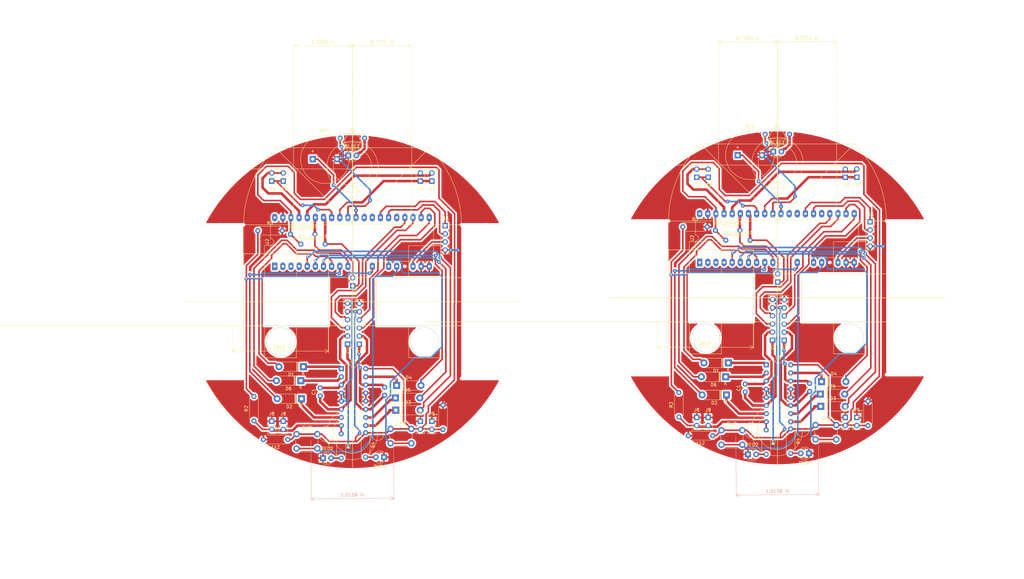
<source format=kicad_pcb>
(kicad_pcb (version 20171130) (host pcbnew 5.1.5-52549c5~84~ubuntu18.04.1)
  (title_block (title Naanu) (date 2019-12-08) (rev 2) (company "Robotics And Automation Center") (comment 1 "Sanjay Rijal") (comment 2 "Rohit Pati") (comment 3 "Rimesh Lwagun") (comment 4 "Rabin Nepal"))
  (layers (0 F.Cu signal) (31 B.Cu signal) (34 B.Paste user) (35 F.Paste user) (36 B.SilkS user) (37 F.SilkS user) (38 B.Mask user) (39 F.Mask user) (44 Edge.Cuts user))
  (net 0 "")
  (net 1 "Net-(BLUE1-Pad2)")
  (net 2 GND)
  (net 3 BUZZ_IN)
  (net 4 "Net-(C1-Pad1)")
  (net 5 "Net-(C1-Pad2)")
  (net 6 "Net-(C2-Pad2)")
  (net 7 "Net-(C2-Pad1)")
  (net 8 rEn_A)
  (net 9 rEn_B)
  (net 10 +5V)
  (net 11 lEn_B)
  (net 12 lEn_A)
  (net 13 SCL)
  (net 14 SDA)
  (net 15 X_RIGHT)
  (net 16 X_FR)
  (net 17 X_LEFT)
  (net 18 X_FL)
  (net 19 "Net-(J11-Pad1)")
  (net 20 "Net-(J11-Pad2)")
  (net 21 3V3)
  (net 22 +12V)
  (net 23 LED_IN)
  (net 24 Bat_IN)
  (net 25 "Net-(R4-Pad2)")
  (net 26 "Net-(U2-Pad1)")
  (net 27 "Net-(U2-Pad2)")
  (net 28 "Net-(U2-Pad3)")
  (net 29 "Net-(U2-Pad4)")
  (net 30 "Net-(U2-Pad29)")
  (net 31 "Net-(U2-Pad32)")
  (net 32 "Net-(U2-Pad33)")
  (net 33 "Net-(U2-Pad16)")
  (net 34 "Net-(U2-Pad17)")
  (net 35 "Net-(U2-Pad19)")
  (net 36 "Net-(U2-Pad7)")
  (net 37 "Net-(D1-Pad1)")
  (net 38 "Net-(D1-Pad2)")
  (net 39 "Net-(D2-Pad1)")
  (net 40 "Net-(D2-Pad2)")
  (net 41 "Net-(D3-Pad2)")
  (net 42 "Net-(D3-Pad1)")
  (net 43 "Net-(D4-Pad1)")
  (net 44 "Net-(D4-Pad2)")
  (net 45 "Net-(D5-Pad2)")
  (net 46 "Net-(D5-Pad1)")
  (net 47 "Net-(D6-Pad2)")
  (net 48 "Net-(D6-Pad1)")
  (net 49 PushButton_1)
  (net 50 PushButton_2)
  (net 51 "Net-(R5-Pad2)")
  (module Button_Switch_THT:SW_PUSH_6mm_H5mm (layer F.Cu) (at 197.63 126.32)
    (fp_text reference SW2 (at 3.25 -2) (layer F.SilkS))
    (fp_text value SW_Push)
    (pad 1 thru_hole circle (at 6.5 0 90) (size 2 2) (drill 1.1) (layers *.Cu *.Mask) (net 10 +5V))
    (pad 2 thru_hole circle (at 6.5 4.5 90) (size 2 2) (drill 1.1) (layers *.Cu *.Mask) (net 49 PushButton_1))
    (pad 1 thru_hole circle (at 0 0 90) (size 2 2) (drill 1.1) (layers *.Cu *.Mask) (net 10 +5V))
    (pad 2 thru_hole circle (at 0 4.5 90) (size 2 2) (drill 1.1) (layers *.Cu *.Mask) (net 49 PushButton_1))
  )
  (module Resistor_THT:R_Axial_DIN0207_L6.3mm_D2.5mm_P7.62mm_Horizontal (layer F.Cu) (at 195.75 63.9)
    (fp_text reference SDA_pullup1 (at 3.81 -2.37) (layer F.SilkS))
    (fp_text value 10k)
    (pad 1 thru_hole circle (at 0 0) (size 1.6 1.6) (drill 0.8) (layers *.Cu *.Mask) (net 10 +5V))
    (pad 2 thru_hole oval (at 7.62 0) (size 1.6 1.6) (drill 0.8) (layers *.Cu *.Mask) (net 14 SDA))
  )
  (module BluePill:STM32 (layer F.Cu) (at 190.825 73.925 90)
    (fp_text reference U2 (at 7.62 -2.33 90) (layer F.SilkS))
    (fp_text value BluePill)
    (pad 1 thru_hole rect (at 0 0 90) (size 2.4 1.6) (drill 0.8) (layers *.Cu *.Mask) (net 26 "Net-(U2-Pad1)"))
    (pad 25 thru_hole oval (at 15.24 48.26 90) (size 2.4 1.6) (drill 0.8) (layers *.Cu *.Mask) (net 9 rEn_B))
    (pad 2 thru_hole oval (at 0 2.54 90) (size 2.4 1.6) (drill 0.8) (layers *.Cu *.Mask) (net 27 "Net-(U2-Pad2)"))
    (pad 26 thru_hole oval (at 15.24 45.72 90) (size 2.4 1.6) (drill 0.8) (layers *.Cu *.Mask) (net 8 rEn_A))
    (pad 3 thru_hole oval (at 0 5.08 90) (size 2.4 1.6) (drill 0.8) (layers *.Cu *.Mask) (net 28 "Net-(U2-Pad3)"))
    (pad 27 thru_hole oval (at 15.24 43.18 90) (size 2.4 1.6) (drill 0.8) (layers *.Cu *.Mask) (net 11 lEn_B))
    (pad 4 thru_hole oval (at 0 7.62 90) (size 2.4 1.6) (drill 0.8) (layers *.Cu *.Mask) (net 29 "Net-(U2-Pad4)"))
    (pad 28 thru_hole oval (at 15.24 40.64 90) (size 2.4 1.6) (drill 0.8) (layers *.Cu *.Mask) (net 12 lEn_A))
    (pad 10 thru_hole oval (at 0 10.16 90) (size 2.4 1.6) (drill 0.8) (layers *.Cu *.Mask) (net 41 "Net-(D3-Pad2)"))
    (pad 29 thru_hole oval (at 15.24 38.1 90) (size 2.4 1.6) (drill 0.8) (layers *.Cu *.Mask) (net 30 "Net-(U2-Pad29)"))
    (pad 11 thru_hole oval (at 0 12.7 90) (size 2.4 1.6) (drill 0.8) (layers *.Cu *.Mask) (net 44 "Net-(D4-Pad2)"))
    (pad 30 thru_hole oval (at 15.24 35.56 90) (size 2.4 1.6) (drill 0.8) (layers *.Cu *.Mask) (net 20 "Net-(J11-Pad2)"))
    (pad 12 thru_hole oval (at 0 15.24 90) (size 2.4 1.6) (drill 0.8) (layers *.Cu *.Mask) (net 45 "Net-(D5-Pad2)"))
    (pad 31 thru_hole oval (at 15.24 33.02 90) (size 2.4 1.6) (drill 0.8) (layers *.Cu *.Mask) (net 19 "Net-(J11-Pad1)"))
    (pad 13 thru_hole oval (at 0 17.78 90) (size 2.4 1.6) (drill 0.8) (layers *.Cu *.Mask) (net 38 "Net-(D1-Pad2)"))
    (pad 32 thru_hole oval (at 15.24 30.48 90) (size 2.4 1.6) (drill 0.8) (layers *.Cu *.Mask) (net 31 "Net-(U2-Pad32)"))
    (pad 14 thru_hole oval (at 0 20.32 90) (size 2.4 1.6) (drill 0.8) (layers *.Cu *.Mask) (net 40 "Net-(D2-Pad2)"))
    (pad 33 thru_hole oval (at 15.24 27.94 90) (size 2.4 1.6) (drill 0.8) (layers *.Cu *.Mask) (net 32 "Net-(U2-Pad33)"))
    (pad 15 thru_hole oval (at 0 22.86 90) (size 2.4 1.6) (drill 0.8) (layers *.Cu *.Mask) (net 47 "Net-(D6-Pad2)"))
    (pad 38 thru_hole oval (at 15.24 25.4 90) (size 2.4 1.6) (drill 0.8) (layers *.Cu *.Mask) (net 3 BUZZ_IN))
    (pad 16 thru_hole circle (at 0 25.4 90) (size 0.1 0.1) (drill 0.01) (layers *.Cu *.Mask) (net 33 "Net-(U2-Pad16)"))
    (pad 39 thru_hole oval (at 15.24 22.86 90) (size 2.4 1.6) (drill 0.8) (layers *.Cu *.Mask) (net 23 LED_IN))
    (pad 17 thru_hole circle (at 0 27.94 90) (size 0.1 0.1) (drill 0.01) (layers *.Cu *.Mask) (net 34 "Net-(U2-Pad17)"))
    (pad 40 thru_hole oval (at 15.24 20.32 90) (size 2.4 1.6) (drill 0.8) (layers *.Cu *.Mask) (net 16 X_FR))
    (pad 18 thru_hole oval (at 0 30.48 90) (size 2.4 1.6) (drill 0.8) (layers *.Cu *.Mask) (net 24 Bat_IN))
    (pad 41 thru_hole oval (at 15.24 17.78 90) (size 2.4 1.6) (drill 0.8) (layers *.Cu *.Mask) (net 18 X_FL))
    (pad 19 thru_hole circle (at 0 33.02 90) (size 0.1 0.1) (drill 0.01) (layers *.Cu *.Mask) (net 35 "Net-(U2-Pad19)"))
    (pad 42 thru_hole oval (at 15.24 15.24 90) (size 2.4 1.6) (drill 0.8) (layers *.Cu *.Mask) (net 13 SCL))
    (pad 21 thru_hole oval (at 0 35.56 90) (size 2.4 1.6) (drill 0.8) (layers *.Cu *.Mask) (net 50 PushButton_2))
    (pad 43 thru_hole oval (at 15.24 12.7 90) (size 2.4 1.6) (drill 0.8) (layers *.Cu *.Mask) (net 14 SDA))
    (pad 22 thru_hole oval (at 0 38.1 90) (size 2.4 1.6) (drill 0.8) (layers *.Cu *.Mask) (net 49 PushButton_1))
    (pad 45 thru_hole oval (at 15.24 10.16 90) (size 2.4 1.6) (drill 0.8) (layers *.Cu *.Mask) (net 15 X_RIGHT))
    (pad 7 thru_hole circle (at 0 40.64 90) (size 0.1 0.1) (drill 0.01) (layers *.Cu *.Mask) (net 36 "Net-(U2-Pad7)"))
    (pad 46 thru_hole oval (at 15.24 7.62 90) (size 2.4 1.6) (drill 0.8) (layers *.Cu *.Mask) (net 17 X_LEFT))
    (pad 3V3 thru_hole oval (at 0 43.18 90) (size 2.4 1.6) (drill 0.8) (layers *.Cu *.Mask) (net 21 3V3))
    (pad 5V thru_hole oval (at 15.24 5.08 90) (size 2.4 1.6) (drill 0.8) (layers *.Cu *.Mask) (net 10 +5V))
    (pad GND thru_hole oval (at 0 45.72 90) (size 2.4 1.6) (drill 0.8) (layers *.Cu *.Mask) (net 2 GND))
    (pad GND thru_hole oval (at 15.24 2.54 90) (size 2.4 1.6) (drill 0.8) (layers *.Cu *.Mask) (net 2 GND))
    (pad GND thru_hole oval (at 0 48.26 90) (size 2.4 1.6) (drill 0.8) (layers *.Cu *.Mask) (net 2 GND))
    (pad 3V3 thru_hole oval (at 15.24 0 90) (size 2.4 1.6) (drill 0.8) (layers *.Cu *.Mask) (net 21 3V3))
  )
  (module Diode_THT:D_DO-41_SOD81_P7.62mm_Horizontal (layer F.Cu) (at 199.775 105.275 180)
    (fp_text reference D1 (at 3.81 -2.47) (layer F.SilkS))
    (fp_text value 1N4007)
    (fp_text user K (at 0 -2.1) (layer F.SilkS))
    (pad 2 thru_hole oval (at 7.62 0 180) (size 2.2 2.2) (drill 1.1) (layers *.Cu *.Mask) (net 38 "Net-(D1-Pad2)"))
    (pad 1 thru_hole rect (at 0 0 180) (size 2.2 2.2) (drill 1.1) (layers *.Cu *.Mask) (net 37 "Net-(D1-Pad1)"))
  )
  (module Connector_PinHeader_2.54mm:PinHeader_1x02_P2.54mm_Vertical (layer F.Cu) (at 193.5 122.3)
    (fp_text reference J8 (at 0 -2.33) (layer F.SilkS))
    (fp_text value Conn_01x02_Male)
    (pad 2 thru_hole oval (at 0 2.54) (size 1.7 1.7) (drill 1) (layers *.Cu *.Mask) (net 22 +12V))
    (pad 1 thru_hole rect (at 0 0) (size 1.7 1.7) (drill 1) (layers *.Cu *.Mask) (net 2 GND))
  )
  (module Diode_THT:D_DO-41_SOD81_P7.62mm_Horizontal (layer F.Cu) (at 199.2 115.275 180)
    (fp_text reference D2 (at 3.81 -2.47) (layer F.SilkS))
    (fp_text value 1N4007)
    (fp_text user K (at 0 -2.1) (layer F.SilkS))
    (pad 1 thru_hole rect (at 0 0 180) (size 2.2 2.2) (drill 1.1) (layers *.Cu *.Mask) (net 39 "Net-(D2-Pad1)"))
    (pad 2 thru_hole oval (at 7.62 0 180) (size 2.2 2.2) (drill 1.1) (layers *.Cu *.Mask) (net 40 "Net-(D2-Pad2)"))
  )
  (module Connector_PinHeader_2.54mm:PinHeader_1x02_P2.54mm_Vertical (layer F.Cu) (at 236.3 47.3 180)
    (fp_text reference J16 (at 0 -2.33) (layer F.SilkS))
    (fp_text value Conn_01x02_Male)
    (pad 2 thru_hole oval (at 0 2.54 180) (size 1.7 1.7) (drill 1) (layers *.Cu *.Mask) (net 17 X_LEFT))
    (pad 1 thru_hole rect (at 0 0 180) (size 1.7 1.7) (drill 1) (layers *.Cu *.Mask) (net 18 X_FL))
  )
  (module Diode_THT:D_DO-41_SOD81_P7.62mm_Horizontal (layer F.Cu) (at 228.5 115.025)
    (fp_text reference D5 (at 3.81 -2.47) (layer F.SilkS))
    (fp_text value 1N4007)
    (fp_text user K (at 0 -2.1) (layer F.SilkS))
    (pad 1 thru_hole rect (at 0 0) (size 2.2 2.2) (drill 1.1) (layers *.Cu *.Mask) (net 46 "Net-(D5-Pad1)"))
    (pad 2 thru_hole oval (at 7.62 0) (size 2.2 2.2) (drill 1.1) (layers *.Cu *.Mask) (net 45 "Net-(D5-Pad2)"))
  )
  (module Connector_PinHeader_2.54mm:PinHeader_1x06_P2.54mm_Vertical (layer F.Cu) (at 213.56296 98.19672 180)
    (fp_text reference J2 (at 0 -2.33) (layer F.SilkS))
    (fp_text value Motor_LEFT)
    (pad 6 thru_hole oval (at 0 12.7 180) (size 1.7 1.7) (drill 1) (layers *.Cu *.Mask) (net 2 GND))
    (pad 5 thru_hole oval (at 0 10.16 180) (size 1.7 1.7) (drill 1) (layers *.Cu *.Mask) (net 10 +5V))
    (pad 4 thru_hole oval (at 0 7.62 180) (size 1.7 1.7) (drill 1) (layers *.Cu *.Mask) (net 11 lEn_B))
    (pad 3 thru_hole oval (at 0 5.08 180) (size 1.7 1.7) (drill 1) (layers *.Cu *.Mask) (net 12 lEn_A))
    (pad 2 thru_hole oval (at 0 2.54 180) (size 1.7 1.7) (drill 1) (layers *.Cu *.Mask) (net 5 "Net-(C1-Pad2)"))
    (pad 1 thru_hole rect (at 0 0 180) (size 1.7 1.7) (drill 1) (layers *.Cu *.Mask) (net 4 "Net-(C1-Pad1)"))
  )
  (module Resistor_THT:R_Axial_DIN0207_L6.3mm_D2.5mm_P7.62mm_Horizontal (layer F.Cu) (at 194.89228 128.01072 180)
    (fp_text reference 1k2 (at 3.81 -2.37) (layer F.SilkS))
    (fp_text value R)
    (pad 2 thru_hole oval (at 7.62 0 180) (size 1.6 1.6) (drill 0.8) (layers *.Cu *.Mask) (net 2 GND))
    (pad 1 thru_hole circle (at 0 0 180) (size 1.6 1.6) (drill 0.8) (layers *.Cu *.Mask) (net 10 +5V))
  )
  (module Capacitor_THT:C_Disc_D3.0mm_W1.6mm_P2.50mm (layer F.Cu) (at 225.15 111.7 270)
    (fp_text reference C2 (at 1.25 -2.05 90) (layer F.SilkS))
    (fp_text value C)
    (pad 1 thru_hole circle (at 0 0 270) (size 1.6 1.6) (drill 0.8) (layers *.Cu *.Mask) (net 7 "Net-(C2-Pad1)"))
    (pad 2 thru_hole circle (at 2.5 0 270) (size 1.6 1.6) (drill 0.8) (layers *.Cu *.Mask) (net 6 "Net-(C2-Pad2)"))
  )
  (module Connector_PinHeader_2.54mm:PinHeader_1x02_P2.54mm_Vertical (layer F.Cu) (at 215.17418 80.0352 180)
    (fp_text reference J15 (at 0 -2.33) (layer F.SilkS))
    (fp_text value Conn_01x02_Male)
    (pad 2 thru_hole oval (at 0 2.54 180) (size 1.7 1.7) (drill 1) (layers *.Cu *.Mask) (net 14 SDA))
    (pad 1 thru_hole rect (at 0 0 180) (size 1.7 1.7) (drill 1) (layers *.Cu *.Mask) (net 13 SCL))
  )
  (module Connector_PinHeader_2.54mm:PinHeader_1x02_P2.54mm_Vertical (layer F.Cu) (at 189.9 47.3 180)
    (fp_text reference J16 (at 0 -2.33) (layer F.SilkS))
    (fp_text value Conn_01x02_Male)
    (pad 1 thru_hole rect (at 0 0 180) (size 1.7 1.7) (drill 1) (layers *.Cu *.Mask) (net 18 X_FL))
    (pad 2 thru_hole oval (at 0 2.54 180) (size 1.7 1.7) (drill 1) (layers *.Cu *.Mask) (net 17 X_LEFT))
  )
  (module Resistor_THT:R_Axial_DIN0207_L6.3mm_D2.5mm_P7.62mm_Horizontal (layer F.Cu) (at 211.59278 126.19716 270)
    (fp_text reference R5 (at 3.81 -2.37 90) (layer F.SilkS))
    (fp_text value 1.5k)
    (pad 1 thru_hole circle (at 0 0 270) (size 1.6 1.6) (drill 0.8) (layers *.Cu *.Mask) (net 22 +12V))
    (pad 2 thru_hole oval (at 7.62 0 270) (size 1.6 1.6) (drill 0.8) (layers *.Cu *.Mask) (net 51 "Net-(R5-Pad2)"))
  )
  (module Resistor_THT:R_Axial_DIN0207_L6.3mm_D2.5mm_P7.62mm_Horizontal (layer F.Cu) (at 185.56286 62.78606)
    (fp_text reference R3 (at 3.81 -2.37) (layer F.SilkS))
    (fp_text value 1k)
    (pad 2 thru_hole oval (at 7.62 0) (size 1.6 1.6) (drill 0.8) (layers *.Cu *.Mask) (net 2 GND))
    (pad 1 thru_hole circle (at 0 0) (size 1.6 1.6) (drill 0.8) (layers *.Cu *.Mask) (net 24 Bat_IN))
  )
  (module LED_THT:LED_D3.0mm (layer F.Cu) (at 205.90318 133.8324)
    (fp_text reference RED2 (at 1.27 -2.96) (layer F.SilkS))
    (fp_text value LED)
    (pad 2 thru_hole circle (at 2.54 0) (size 1.8 1.8) (drill 0.9) (layers *.Cu *.Mask) (net 51 "Net-(R5-Pad2)"))
    (pad 1 thru_hole rect (at 0 0) (size 1.8 1.8) (drill 0.9) (layers *.Cu *.Mask) (net 2 GND))
  )
  (module Buzzer_Beeper:Buzzer_15x7.5RM7.6 (layer F.Cu) (at 202.70024 40.43914)
    (fp_text reference BZ1 (at 3.81 -8.89) (layer F.SilkS))
    (fp_text value Buzzer)
    (fp_text user + (at -0.01 -2.54) (layer F.SilkS))
    (pad 2 thru_hole circle (at 7.6 0) (size 2 2) (drill 1) (layers *.Cu *.Mask) (net 2 GND))
    (pad 1 thru_hole rect (at 0 0) (size 2 2) (drill 1) (layers *.Cu *.Mask) (net 3 BUZZ_IN))
  )
  (module LED_THT:LED_D3.0mm (layer F.Cu) (at 213.7848 39.30376)
    (fp_text reference BLUE1 (at 1.27 -2.96) (layer F.SilkS))
    (fp_text value LED)
    (pad 1 thru_hole rect (at 0 0) (size 1.8 1.8) (drill 0.9) (layers *.Cu *.Mask) (net 2 GND))
    (pad 2 thru_hole circle (at 2.54 0) (size 1.8 1.8) (drill 0.9) (layers *.Cu *.Mask) (net 1 "Net-(BLUE1-Pad2)"))
  )
  (module Connector_PinHeader_2.54mm:PinHeader_1x04_P2.54mm_Vertical (layer F.Cu) (at 244.05 61.225)
    (fp_text reference J11 (at 0 -2.33) (layer F.SilkS))
    (fp_text value USB_TTL)
    (pad 4 thru_hole oval (at 0 7.62) (size 1.7 1.7) (drill 1) (layers *.Cu *.Mask) (net 2 GND))
    (pad 3 thru_hole oval (at 0 5.08) (size 1.7 1.7) (drill 1) (layers *.Cu *.Mask) (net 21 3V3))
    (pad 2 thru_hole oval (at 0 2.54) (size 1.7 1.7) (drill 1) (layers *.Cu *.Mask) (net 20 "Net-(J11-Pad2)"))
    (pad 1 thru_hole rect (at 0 0) (size 1.7 1.7) (drill 1) (layers *.Cu *.Mask) (net 19 "Net-(J11-Pad1)"))
  )
  (module Diode_THT:D_DO-41_SOD81_P7.62mm_Horizontal (layer F.Cu) (at 228.625 118.85)
    (fp_text reference D3 (at 3.81 -2.47) (layer F.SilkS))
    (fp_text value 1N4007)
    (fp_text user K (at 0 -2.1) (layer F.SilkS))
    (pad 2 thru_hole oval (at 7.62 0) (size 2.2 2.2) (drill 1.1) (layers *.Cu *.Mask) (net 41 "Net-(D3-Pad2)"))
    (pad 1 thru_hole rect (at 0 0) (size 2.2 2.2) (drill 1.1) (layers *.Cu *.Mask) (net 42 "Net-(D3-Pad1)"))
  )
  (module Resistor_THT:R_Axial_DIN0207_L6.3mm_D2.5mm_P7.62mm_Horizontal (layer F.Cu) (at 243.36564 124.87636 90)
    (fp_text reference 1k1 (at 3.81 -2.37 90) (layer F.SilkS))
    (fp_text value R)
    (pad 1 thru_hole circle (at 0 0 90) (size 1.6 1.6) (drill 0.8) (layers *.Cu *.Mask) (net 10 +5V))
    (pad 2 thru_hole oval (at 7.62 0 90) (size 1.6 1.6) (drill 0.8) (layers *.Cu *.Mask) (net 2 GND))
  )
  (module Capacitor_THT:C_Disc_D3.0mm_W1.6mm_P2.50mm (layer F.Cu) (at 205.025 114.375 90)
    (fp_text reference C1 (at 1.25 -2.05 90) (layer F.SilkS))
    (fp_text value C)
    (pad 2 thru_hole circle (at 2.5 0 90) (size 1.6 1.6) (drill 0.8) (layers *.Cu *.Mask) (net 5 "Net-(C1-Pad2)"))
    (pad 1 thru_hole circle (at 0 0 90) (size 1.6 1.6) (drill 0.8) (layers *.Cu *.Mask) (net 4 "Net-(C1-Pad1)"))
  )
  (module Connector_PinHeader_2.54mm:PinHeader_1x06_P2.54mm_Vertical (layer F.Cu) (at 217.23796 98.24672 180)
    (fp_text reference J1 (at 0 -2.33) (layer F.SilkS))
    (fp_text value Motor_RIGHT)
    (pad 1 thru_hole rect (at 0 0 180) (size 1.7 1.7) (drill 1) (layers *.Cu *.Mask) (net 7 "Net-(C2-Pad1)"))
    (pad 2 thru_hole oval (at 0 2.54 180) (size 1.7 1.7) (drill 1) (layers *.Cu *.Mask) (net 6 "Net-(C2-Pad2)"))
    (pad 3 thru_hole oval (at 0 5.08 180) (size 1.7 1.7) (drill 1) (layers *.Cu *.Mask) (net 8 rEn_A))
    (pad 4 thru_hole oval (at 0 7.62 180) (size 1.7 1.7) (drill 1) (layers *.Cu *.Mask) (net 9 rEn_B))
    (pad 5 thru_hole oval (at 0 10.16 180) (size 1.7 1.7) (drill 1) (layers *.Cu *.Mask) (net 10 +5V))
    (pad 6 thru_hole oval (at 0 12.7 180) (size 1.7 1.7) (drill 1) (layers *.Cu *.Mask) (net 2 GND))
  )
  (module Button_Switch_THT:SW_PUSH_6mm_H5mm (layer F.Cu) (at 227.00042 124.6884)
    (fp_text reference SW3 (at 3.25 -2) (layer F.SilkS))
    (fp_text value SW_Push)
    (pad 2 thru_hole circle (at 0 4.5 90) (size 2 2) (drill 1.1) (layers *.Cu *.Mask) (net 50 PushButton_2))
    (pad 1 thru_hole circle (at 0 0 90) (size 2 2) (drill 1.1) (layers *.Cu *.Mask) (net 10 +5V))
    (pad 2 thru_hole circle (at 6.5 4.5 90) (size 2 2) (drill 1.1) (layers *.Cu *.Mask) (net 50 PushButton_2))
    (pad 1 thru_hole circle (at 6.5 0 90) (size 2 2) (drill 1.1) (layers *.Cu *.Mask) (net 10 +5V))
  )
  (module Connector_PinHeader_2.54mm:PinHeader_1x02_P2.54mm_Vertical (layer F.Cu) (at 239.9 122.3)
    (fp_text reference J9 (at 0 -2.33) (layer F.SilkS))
    (fp_text value Conn_01x02_Male)
    (pad 1 thru_hole rect (at 0 0) (size 1.7 1.7) (drill 1) (layers *.Cu *.Mask) (net 2 GND))
    (pad 2 thru_hole oval (at 0 2.54) (size 1.7 1.7) (drill 1) (layers *.Cu *.Mask) (net 10 +5V))
  )
  (module Diode_THT:D_DO-41_SOD81_P7.62mm_Horizontal (layer F.Cu) (at 198.975 109.625 180)
    (fp_text reference D6 (at 3.81 -2.47) (layer F.SilkS))
    (fp_text value 1N4007)
    (fp_text user K (at 0 -2.1) (layer F.SilkS))
    (pad 1 thru_hole rect (at 0 0 180) (size 2.2 2.2) (drill 1.1) (layers *.Cu *.Mask) (net 48 "Net-(D6-Pad1)"))
    (pad 2 thru_hole oval (at 7.62 0 180) (size 2.2 2.2) (drill 1.1) (layers *.Cu *.Mask) (net 47 "Net-(D6-Pad2)"))
  )
  (module Connector_PinHeader_2.54mm:PinHeader_1x02_P2.54mm_Vertical (layer F.Cu) (at 189.9 122.3)
    (fp_text reference J8 (at 0 -2.33) (layer F.SilkS))
    (fp_text value Conn_01x02_Male)
    (pad 1 thru_hole rect (at 0 0) (size 1.7 1.7) (drill 1) (layers *.Cu *.Mask) (net 2 GND))
    (pad 2 thru_hole oval (at 0 2.54) (size 1.7 1.7) (drill 1) (layers *.Cu *.Mask) (net 22 +12V))
  )
  (module LED_THT:LED_D3.0mm (layer F.Cu) (at 224.93032 133.51744 180)
    (fp_text reference RED1 (at 1.27 -2.96) (layer F.SilkS))
    (fp_text value LED)
    (pad 2 thru_hole circle (at 2.54 0 180) (size 1.8 1.8) (drill 0.9) (layers *.Cu *.Mask) (net 25 "Net-(R4-Pad2)"))
    (pad 1 thru_hole rect (at 0 0 180) (size 1.8 1.8) (drill 0.9) (layers *.Cu *.Mask) (net 2 GND))
  )
  (module Resistor_THT:R_Axial_DIN0207_L6.3mm_D2.5mm_P7.62mm_Horizontal (layer F.Cu) (at 184.33604 122.17126 90)
    (fp_text reference R2 (at 3.81 -2.37 90) (layer F.SilkS))
    (fp_text value 10k)
    (pad 2 thru_hole oval (at 7.62 0 90) (size 1.6 1.6) (drill 0.8) (layers *.Cu *.Mask) (net 24 Bat_IN))
    (pad 1 thru_hole circle (at 0 0 90) (size 1.6 1.6) (drill 0.8) (layers *.Cu *.Mask) (net 22 +12V))
  )
  (module Connector_PinHeader_2.54mm:PinHeader_1x02_P2.54mm_Vertical (layer F.Cu) (at 239.9 47.3 180)
    (fp_text reference J10 (at 0 -2.33) (layer F.SilkS))
    (fp_text value Conn_01x02_Male)
    (pad 2 thru_hole oval (at 0 2.54 180) (size 1.7 1.7) (drill 1) (layers *.Cu *.Mask) (net 15 X_RIGHT))
    (pad 1 thru_hole rect (at 0 0 180) (size 1.7 1.7) (drill 1) (layers *.Cu *.Mask) (net 16 X_FR))
  )
  (module Resistor_THT:R_Axial_DIN0207_L6.3mm_D2.5mm_P7.62mm_Horizontal (layer F.Cu) (at 219.2077 125.8949 270)
    (fp_text reference R4 (at 3.81 -2.37 90) (layer F.SilkS))
    (fp_text value 330)
    (pad 2 thru_hole oval (at 7.62 0 270) (size 1.6 1.6) (drill 0.8) (layers *.Cu *.Mask) (net 25 "Net-(R4-Pad2)"))
    (pad 1 thru_hole circle (at 0 0 270) (size 1.6 1.6) (drill 0.8) (layers *.Cu *.Mask) (net 10 +5V))
  )
  (module Resistor_THT:R_Axial_DIN0207_L6.3mm_D2.5mm_P7.62mm_Horizontal (layer F.Cu) (at 198.975 66.975)
    (fp_text reference SCL_pullup1 (at 3.81 -2.37) (layer F.SilkS))
    (fp_text value 10k)
    (pad 2 thru_hole oval (at 7.62 0) (size 1.6 1.6) (drill 0.8) (layers *.Cu *.Mask) (net 13 SCL))
    (pad 1 thru_hole circle (at 0 0) (size 1.6 1.6) (drill 0.8) (layers *.Cu *.Mask) (net 10 +5V))
  )
  (module Package_DIP:DIP-16_W7.62mm (layer F.Cu) (at 211.625 105.875)
    (fp_text reference U1 (at 3.81 -2.33) (layer F.SilkS))
    (fp_text value L293D)
    (pad 16 thru_hole oval (at 7.62 0) (size 1.6 1.6) (drill 0.8) (layers *.Cu *.Mask) (net 10 +5V))
    (pad 8 thru_hole oval (at 0 17.78) (size 1.6 1.6) (drill 0.8) (layers *.Cu *.Mask) (net 22 +12V))
    (pad 15 thru_hole oval (at 7.62 2.54) (size 1.6 1.6) (drill 0.8) (layers *.Cu *.Mask) (net 43 "Net-(D4-Pad1)"))
    (pad 7 thru_hole oval (at 0 15.24) (size 1.6 1.6) (drill 0.8) (layers *.Cu *.Mask) (net 39 "Net-(D2-Pad1)"))
    (pad 14 thru_hole oval (at 7.62 5.08) (size 1.6 1.6) (drill 0.8) (layers *.Cu *.Mask) (net 7 "Net-(C2-Pad1)"))
    (pad 6 thru_hole oval (at 0 12.7) (size 1.6 1.6) (drill 0.8) (layers *.Cu *.Mask) (net 4 "Net-(C1-Pad1)"))
    (pad 13 thru_hole oval (at 7.62 7.62) (size 1.6 1.6) (drill 0.8) (layers *.Cu *.Mask) (net 2 GND))
    (pad 5 thru_hole oval (at 0 10.16) (size 1.6 1.6) (drill 0.8) (layers *.Cu *.Mask) (net 2 GND))
    (pad 12 thru_hole oval (at 7.62 10.16) (size 1.6 1.6) (drill 0.8) (layers *.Cu *.Mask) (net 2 GND))
    (pad 4 thru_hole oval (at 0 7.62) (size 1.6 1.6) (drill 0.8) (layers *.Cu *.Mask) (net 2 GND))
    (pad 11 thru_hole oval (at 7.62 12.7) (size 1.6 1.6) (drill 0.8) (layers *.Cu *.Mask) (net 6 "Net-(C2-Pad2)"))
    (pad 3 thru_hole oval (at 0 5.08) (size 1.6 1.6) (drill 0.8) (layers *.Cu *.Mask) (net 5 "Net-(C1-Pad2)"))
    (pad 10 thru_hole oval (at 7.62 15.24) (size 1.6 1.6) (drill 0.8) (layers *.Cu *.Mask) (net 46 "Net-(D5-Pad1)"))
    (pad 2 thru_hole oval (at 0 2.54) (size 1.6 1.6) (drill 0.8) (layers *.Cu *.Mask) (net 48 "Net-(D6-Pad1)"))
    (pad 9 thru_hole oval (at 7.62 17.78) (size 1.6 1.6) (drill 0.8) (layers *.Cu *.Mask) (net 42 "Net-(D3-Pad1)"))
    (pad 1 thru_hole rect (at 0 0) (size 1.6 1.6) (drill 0.8) (layers *.Cu *.Mask) (net 37 "Net-(D1-Pad1)"))
  )
  (module Resistor_THT:R_Axial_DIN0207_L6.3mm_D2.5mm_P7.62mm_Horizontal (layer F.Cu) (at 211.27274 33.90118)
    (fp_text reference R1 (at 3.81 -2.37) (layer F.SilkS))
    (fp_text value 330)
    (pad 1 thru_hole circle (at 0 0) (size 1.6 1.6) (drill 0.8) (layers *.Cu *.Mask) (net 23 LED_IN))
    (pad 2 thru_hole oval (at 7.62 0) (size 1.6 1.6) (drill 0.8) (layers *.Cu *.Mask) (net 1 "Net-(BLUE1-Pad2)"))
  )
  (module Diode_THT:D_DO-41_SOD81_P7.62mm_Horizontal (layer F.Cu) (at 228.875 111.125)
    (fp_text reference D4 (at 3.81 -2.47) (layer F.SilkS))
    (fp_text value 1N4007)
    (fp_text user K (at 0 -2.1) (layer F.SilkS))
    (pad 2 thru_hole oval (at 7.62 0) (size 2.2 2.2) (drill 1.1) (layers *.Cu *.Mask) (net 44 "Net-(D4-Pad2)"))
    (pad 1 thru_hole rect (at 0 0) (size 2.2 2.2) (drill 1.1) (layers *.Cu *.Mask) (net 43 "Net-(D4-Pad1)"))
  )
  (module Connector_PinHeader_2.54mm:PinHeader_1x02_P2.54mm_Vertical (layer F.Cu) (at 193.5 47.3 180)
    (fp_text reference J16 (at 0 -2.33) (layer F.SilkS))
    (fp_text value Conn_01x02_Male)
    (pad 2 thru_hole oval (at 0 2.54 180) (size 1.7 1.7) (drill 1) (layers *.Cu *.Mask) (net 17 X_LEFT))
    (pad 1 thru_hole rect (at 0 0 180) (size 1.7 1.7) (drill 1) (layers *.Cu *.Mask) (net 18 X_FL))
  )
  (module Connector_PinHeader_2.54mm:PinHeader_1x02_P2.54mm_Vertical (layer F.Cu) (at 236.3 122.3)
    (fp_text reference J9 (at 0 -2.33) (layer F.SilkS))
    (fp_text value Conn_01x02_Male)
    (pad 2 thru_hole oval (at 0 2.54) (size 1.7 1.7) (drill 1) (layers *.Cu *.Mask) (net 10 +5V))
    (pad 1 thru_hole rect (at 0 0) (size 1.7 1.7) (drill 1) (layers *.Cu *.Mask) (net 2 GND))
  )
  (module Connector_PinHeader_2.54mm:PinHeader_1x02_P2.54mm_Vertical (layer F.Cu) (at 103.6 123.5)
    (fp_text reference J9 (at 0 -2.33) (layer F.SilkS))
    (fp_text value Conn_01x02_Male)
    (pad 1 thru_hole rect (at 0 0) (size 1.7 1.7) (drill 1) (layers *.Cu *.Mask) (net 2 GND))
    (pad 2 thru_hole oval (at 0 2.54) (size 1.7 1.7) (drill 1) (layers *.Cu *.Mask) (net 10 +5V))
  )
  (module Connector_PinHeader_2.54mm:PinHeader_1x02_P2.54mm_Vertical (layer F.Cu) (at 60.8 123.5)
    (fp_text reference J8 (at 0 -2.33) (layer F.SilkS))
    (fp_text value Conn_01x02_Male)
    (pad 1 thru_hole rect (at 0 0) (size 1.7 1.7) (drill 1) (layers *.Cu *.Mask) (net 2 GND))
    (pad 2 thru_hole oval (at 0 2.54) (size 1.7 1.7) (drill 1) (layers *.Cu *.Mask) (net 22 +12V))
  )
  (module Connector_PinHeader_2.54mm:PinHeader_1x02_P2.54mm_Vertical (layer F.Cu) (at 60.8 48.5 180)
    (fp_text reference J16 (at 0 -2.33) (layer F.SilkS))
    (fp_text value Conn_01x02_Male)
    (pad 1 thru_hole rect (at 0 0 180) (size 1.7 1.7) (drill 1) (layers *.Cu *.Mask) (net 18 X_FL))
    (pad 2 thru_hole oval (at 0 2.54 180) (size 1.7 1.7) (drill 1) (layers *.Cu *.Mask) (net 17 X_LEFT))
  )
  (module Connector_PinHeader_2.54mm:PinHeader_1x02_P2.54mm_Vertical (layer F.Cu) (at 103.6 48.5 180)
    (fp_text reference J16 (at 0 -2.33) (layer F.SilkS))
    (fp_text value Conn_01x02_Male)
    (pad 1 thru_hole rect (at 0 0 180) (size 1.7 1.7) (drill 1) (layers *.Cu *.Mask) (net 18 X_FL))
    (pad 2 thru_hole oval (at 0 2.54 180) (size 1.7 1.7) (drill 1) (layers *.Cu *.Mask) (net 17 X_LEFT))
  )
  (module BluePill:STM32 (layer F.Cu) (at 58.125 75.125 90)
    (fp_text reference U2 (at 7.62 -2.33 90) (layer F.SilkS))
    (fp_text value BluePill)
    (pad 3V3 thru_hole oval (at 15.24 0 90) (size 2.4 1.6) (drill 0.8) (layers *.Cu *.Mask) (net 21 3V3))
    (pad GND thru_hole oval (at 0 48.26 90) (size 2.4 1.6) (drill 0.8) (layers *.Cu *.Mask) (net 2 GND))
    (pad GND thru_hole oval (at 15.24 2.54 90) (size 2.4 1.6) (drill 0.8) (layers *.Cu *.Mask) (net 2 GND))
    (pad GND thru_hole oval (at 0 45.72 90) (size 2.4 1.6) (drill 0.8) (layers *.Cu *.Mask) (net 2 GND))
    (pad 5V thru_hole oval (at 15.24 5.08 90) (size 2.4 1.6) (drill 0.8) (layers *.Cu *.Mask) (net 10 +5V))
    (pad 3V3 thru_hole oval (at 0 43.18 90) (size 2.4 1.6) (drill 0.8) (layers *.Cu *.Mask) (net 21 3V3))
    (pad 46 thru_hole oval (at 15.24 7.62 90) (size 2.4 1.6) (drill 0.8) (layers *.Cu *.Mask) (net 17 X_LEFT))
    (pad 7 thru_hole circle (at 0 40.64 90) (size 0.1 0.1) (drill 0.01) (layers *.Cu *.Mask) (net 36 "Net-(U2-Pad7)"))
    (pad 45 thru_hole oval (at 15.24 10.16 90) (size 2.4 1.6) (drill 0.8) (layers *.Cu *.Mask) (net 15 X_RIGHT))
    (pad 22 thru_hole oval (at 0 38.1 90) (size 2.4 1.6) (drill 0.8) (layers *.Cu *.Mask) (net 49 PushButton_1))
    (pad 43 thru_hole oval (at 15.24 12.7 90) (size 2.4 1.6) (drill 0.8) (layers *.Cu *.Mask) (net 14 SDA))
    (pad 21 thru_hole oval (at 0 35.56 90) (size 2.4 1.6) (drill 0.8) (layers *.Cu *.Mask) (net 50 PushButton_2))
    (pad 42 thru_hole oval (at 15.24 15.24 90) (size 2.4 1.6) (drill 0.8) (layers *.Cu *.Mask) (net 13 SCL))
    (pad 19 thru_hole circle (at 0 33.02 90) (size 0.1 0.1) (drill 0.01) (layers *.Cu *.Mask) (net 35 "Net-(U2-Pad19)"))
    (pad 41 thru_hole oval (at 15.24 17.78 90) (size 2.4 1.6) (drill 0.8) (layers *.Cu *.Mask) (net 18 X_FL))
    (pad 18 thru_hole oval (at 0 30.48 90) (size 2.4 1.6) (drill 0.8) (layers *.Cu *.Mask) (net 24 Bat_IN))
    (pad 40 thru_hole oval (at 15.24 20.32 90) (size 2.4 1.6) (drill 0.8) (layers *.Cu *.Mask) (net 16 X_FR))
    (pad 17 thru_hole circle (at 0 27.94 90) (size 0.1 0.1) (drill 0.01) (layers *.Cu *.Mask) (net 34 "Net-(U2-Pad17)"))
    (pad 39 thru_hole oval (at 15.24 22.86 90) (size 2.4 1.6) (drill 0.8) (layers *.Cu *.Mask) (net 23 LED_IN))
    (pad 16 thru_hole circle (at 0 25.4 90) (size 0.1 0.1) (drill 0.01) (layers *.Cu *.Mask) (net 33 "Net-(U2-Pad16)"))
    (pad 38 thru_hole oval (at 15.24 25.4 90) (size 2.4 1.6) (drill 0.8) (layers *.Cu *.Mask) (net 3 BUZZ_IN))
    (pad 15 thru_hole oval (at 0 22.86 90) (size 2.4 1.6) (drill 0.8) (layers *.Cu *.Mask) (net 47 "Net-(D6-Pad2)"))
    (pad 33 thru_hole oval (at 15.24 27.94 90) (size 2.4 1.6) (drill 0.8) (layers *.Cu *.Mask) (net 32 "Net-(U2-Pad33)"))
    (pad 14 thru_hole oval (at 0 20.32 90) (size 2.4 1.6) (drill 0.8) (layers *.Cu *.Mask) (net 40 "Net-(D2-Pad2)"))
    (pad 32 thru_hole oval (at 15.24 30.48 90) (size 2.4 1.6) (drill 0.8) (layers *.Cu *.Mask) (net 31 "Net-(U2-Pad32)"))
    (pad 13 thru_hole oval (at 0 17.78 90) (size 2.4 1.6) (drill 0.8) (layers *.Cu *.Mask) (net 38 "Net-(D1-Pad2)"))
    (pad 31 thru_hole oval (at 15.24 33.02 90) (size 2.4 1.6) (drill 0.8) (layers *.Cu *.Mask) (net 19 "Net-(J11-Pad1)"))
    (pad 12 thru_hole oval (at 0 15.24 90) (size 2.4 1.6) (drill 0.8) (layers *.Cu *.Mask) (net 45 "Net-(D5-Pad2)"))
    (pad 30 thru_hole oval (at 15.24 35.56 90) (size 2.4 1.6) (drill 0.8) (layers *.Cu *.Mask) (net 20 "Net-(J11-Pad2)"))
    (pad 11 thru_hole oval (at 0 12.7 90) (size 2.4 1.6) (drill 0.8) (layers *.Cu *.Mask) (net 44 "Net-(D4-Pad2)"))
    (pad 29 thru_hole oval (at 15.24 38.1 90) (size 2.4 1.6) (drill 0.8) (layers *.Cu *.Mask) (net 30 "Net-(U2-Pad29)"))
    (pad 10 thru_hole oval (at 0 10.16 90) (size 2.4 1.6) (drill 0.8) (layers *.Cu *.Mask) (net 41 "Net-(D3-Pad2)"))
    (pad 28 thru_hole oval (at 15.24 40.64 90) (size 2.4 1.6) (drill 0.8) (layers *.Cu *.Mask) (net 12 lEn_A))
    (pad 4 thru_hole oval (at 0 7.62 90) (size 2.4 1.6) (drill 0.8) (layers *.Cu *.Mask) (net 29 "Net-(U2-Pad4)"))
    (pad 27 thru_hole oval (at 15.24 43.18 90) (size 2.4 1.6) (drill 0.8) (layers *.Cu *.Mask) (net 11 lEn_B))
    (pad 3 thru_hole oval (at 0 5.08 90) (size 2.4 1.6) (drill 0.8) (layers *.Cu *.Mask) (net 28 "Net-(U2-Pad3)"))
    (pad 26 thru_hole oval (at 15.24 45.72 90) (size 2.4 1.6) (drill 0.8) (layers *.Cu *.Mask) (net 8 rEn_A))
    (pad 2 thru_hole oval (at 0 2.54 90) (size 2.4 1.6) (drill 0.8) (layers *.Cu *.Mask) (net 27 "Net-(U2-Pad2)"))
    (pad 25 thru_hole oval (at 15.24 48.26 90) (size 2.4 1.6) (drill 0.8) (layers *.Cu *.Mask) (net 9 rEn_B))
    (pad 1 thru_hole rect (at 0 0 90) (size 2.4 1.6) (drill 0.8) (layers *.Cu *.Mask) (net 26 "Net-(U2-Pad1)"))
  )
  (module Connector_PinHeader_2.54mm:PinHeader_1x02_P2.54mm_Vertical (layer F.Cu) (at 107.2 48.5 180)
    (fp_text reference J10 (at 0 -2.33) (layer F.SilkS))
    (fp_text value Conn_01x02_Male)
    (pad 1 thru_hole rect (at 0 0 180) (size 1.7 1.7) (drill 1) (layers *.Cu *.Mask) (net 16 X_FR))
    (pad 2 thru_hole oval (at 0 2.54 180) (size 1.7 1.7) (drill 1) (layers *.Cu *.Mask) (net 15 X_RIGHT))
  )
  (module Diode_THT:D_DO-41_SOD81_P7.62mm_Horizontal (layer F.Cu) (at 96.175 112.325)
    (fp_text reference D4 (at 3.81 -2.47) (layer F.SilkS))
    (fp_text value 1N4007)
    (fp_text user K (at 0 -2.1) (layer F.SilkS))
    (pad 1 thru_hole rect (at 0 0) (size 2.2 2.2) (drill 1.1) (layers *.Cu *.Mask) (net 43 "Net-(D4-Pad1)"))
    (pad 2 thru_hole oval (at 7.62 0) (size 2.2 2.2) (drill 1.1) (layers *.Cu *.Mask) (net 44 "Net-(D4-Pad2)"))
  )
  (module Resistor_THT:R_Axial_DIN0207_L6.3mm_D2.5mm_P7.62mm_Horizontal (layer F.Cu) (at 86.5077 127.0949 270)
    (fp_text reference R4 (at 3.81 -2.37 90) (layer F.SilkS))
    (fp_text value 330)
    (pad 1 thru_hole circle (at 0 0 270) (size 1.6 1.6) (drill 0.8) (layers *.Cu *.Mask) (net 10 +5V))
    (pad 2 thru_hole oval (at 7.62 0 270) (size 1.6 1.6) (drill 0.8) (layers *.Cu *.Mask) (net 25 "Net-(R4-Pad2)"))
  )
  (module Package_DIP:DIP-16_W7.62mm (layer F.Cu) (at 78.925 107.075)
    (fp_text reference U1 (at 3.81 -2.33) (layer F.SilkS))
    (fp_text value L293D)
    (pad 1 thru_hole rect (at 0 0) (size 1.6 1.6) (drill 0.8) (layers *.Cu *.Mask) (net 37 "Net-(D1-Pad1)"))
    (pad 9 thru_hole oval (at 7.62 17.78) (size 1.6 1.6) (drill 0.8) (layers *.Cu *.Mask) (net 42 "Net-(D3-Pad1)"))
    (pad 2 thru_hole oval (at 0 2.54) (size 1.6 1.6) (drill 0.8) (layers *.Cu *.Mask) (net 48 "Net-(D6-Pad1)"))
    (pad 10 thru_hole oval (at 7.62 15.24) (size 1.6 1.6) (drill 0.8) (layers *.Cu *.Mask) (net 46 "Net-(D5-Pad1)"))
    (pad 3 thru_hole oval (at 0 5.08) (size 1.6 1.6) (drill 0.8) (layers *.Cu *.Mask) (net 5 "Net-(C1-Pad2)"))
    (pad 11 thru_hole oval (at 7.62 12.7) (size 1.6 1.6) (drill 0.8) (layers *.Cu *.Mask) (net 6 "Net-(C2-Pad2)"))
    (pad 4 thru_hole oval (at 0 7.62) (size 1.6 1.6) (drill 0.8) (layers *.Cu *.Mask) (net 2 GND))
    (pad 12 thru_hole oval (at 7.62 10.16) (size 1.6 1.6) (drill 0.8) (layers *.Cu *.Mask) (net 2 GND))
    (pad 5 thru_hole oval (at 0 10.16) (size 1.6 1.6) (drill 0.8) (layers *.Cu *.Mask) (net 2 GND))
    (pad 13 thru_hole oval (at 7.62 7.62) (size 1.6 1.6) (drill 0.8) (layers *.Cu *.Mask) (net 2 GND))
    (pad 6 thru_hole oval (at 0 12.7) (size 1.6 1.6) (drill 0.8) (layers *.Cu *.Mask) (net 4 "Net-(C1-Pad1)"))
    (pad 14 thru_hole oval (at 7.62 5.08) (size 1.6 1.6) (drill 0.8) (layers *.Cu *.Mask) (net 7 "Net-(C2-Pad1)"))
    (pad 7 thru_hole oval (at 0 15.24) (size 1.6 1.6) (drill 0.8) (layers *.Cu *.Mask) (net 39 "Net-(D2-Pad1)"))
    (pad 15 thru_hole oval (at 7.62 2.54) (size 1.6 1.6) (drill 0.8) (layers *.Cu *.Mask) (net 43 "Net-(D4-Pad1)"))
    (pad 8 thru_hole oval (at 0 17.78) (size 1.6 1.6) (drill 0.8) (layers *.Cu *.Mask) (net 22 +12V))
    (pad 16 thru_hole oval (at 7.62 0) (size 1.6 1.6) (drill 0.8) (layers *.Cu *.Mask) (net 10 +5V))
  )
  (module Resistor_THT:R_Axial_DIN0207_L6.3mm_D2.5mm_P7.62mm_Horizontal (layer F.Cu) (at 66.275 68.175)
    (fp_text reference SCL_pullup1 (at 3.81 -2.37) (layer F.SilkS))
    (fp_text value 10k)
    (pad 1 thru_hole circle (at 0 0) (size 1.6 1.6) (drill 0.8) (layers *.Cu *.Mask) (net 10 +5V))
    (pad 2 thru_hole oval (at 7.62 0) (size 1.6 1.6) (drill 0.8) (layers *.Cu *.Mask) (net 13 SCL))
  )
  (module Resistor_THT:R_Axial_DIN0207_L6.3mm_D2.5mm_P7.62mm_Horizontal (layer F.Cu) (at 78.57274 35.10118)
    (fp_text reference R1 (at 3.81 -2.37) (layer F.SilkS))
    (fp_text value 330)
    (pad 2 thru_hole oval (at 7.62 0) (size 1.6 1.6) (drill 0.8) (layers *.Cu *.Mask) (net 1 "Net-(BLUE1-Pad2)"))
    (pad 1 thru_hole circle (at 0 0) (size 1.6 1.6) (drill 0.8) (layers *.Cu *.Mask) (net 23 LED_IN))
  )
  (module Diode_THT:D_DO-41_SOD81_P7.62mm_Horizontal (layer F.Cu) (at 95.8 116.225)
    (fp_text reference D5 (at 3.81 -2.47) (layer F.SilkS))
    (fp_text value 1N4007)
    (fp_text user K (at 0 -2.1) (layer F.SilkS))
    (pad 2 thru_hole oval (at 7.62 0) (size 2.2 2.2) (drill 1.1) (layers *.Cu *.Mask) (net 45 "Net-(D5-Pad2)"))
    (pad 1 thru_hole rect (at 0 0) (size 2.2 2.2) (drill 1.1) (layers *.Cu *.Mask) (net 46 "Net-(D5-Pad1)"))
  )
  (module LED_THT:LED_D3.0mm (layer F.Cu) (at 81.0848 40.50376)
    (fp_text reference BLUE1 (at 1.27 -2.96) (layer F.SilkS))
    (fp_text value LED)
    (pad 2 thru_hole circle (at 2.54 0) (size 1.8 1.8) (drill 0.9) (layers *.Cu *.Mask) (net 1 "Net-(BLUE1-Pad2)"))
    (pad 1 thru_hole rect (at 0 0) (size 1.8 1.8) (drill 0.9) (layers *.Cu *.Mask) (net 2 GND))
  )
  (module Diode_THT:D_DO-41_SOD81_P7.62mm_Horizontal (layer F.Cu) (at 67.075 106.475 180)
    (fp_text reference D1 (at 3.81 -2.47) (layer F.SilkS))
    (fp_text value 1N4007)
    (fp_text user K (at 0 -2.1) (layer F.SilkS))
    (pad 1 thru_hole rect (at 0 0 180) (size 2.2 2.2) (drill 1.1) (layers *.Cu *.Mask) (net 37 "Net-(D1-Pad1)"))
    (pad 2 thru_hole oval (at 7.62 0 180) (size 2.2 2.2) (drill 1.1) (layers *.Cu *.Mask) (net 38 "Net-(D1-Pad2)"))
  )
  (module Diode_THT:D_DO-41_SOD81_P7.62mm_Horizontal (layer F.Cu) (at 66.5 116.475 180)
    (fp_text reference D2 (at 3.81 -2.47) (layer F.SilkS))
    (fp_text value 1N4007)
    (fp_text user K (at 0 -2.1) (layer F.SilkS))
    (pad 2 thru_hole oval (at 7.62 0 180) (size 2.2 2.2) (drill 1.1) (layers *.Cu *.Mask) (net 40 "Net-(D2-Pad2)"))
    (pad 1 thru_hole rect (at 0 0 180) (size 2.2 2.2) (drill 1.1) (layers *.Cu *.Mask) (net 39 "Net-(D2-Pad1)"))
  )
  (module Resistor_THT:R_Axial_DIN0207_L6.3mm_D2.5mm_P7.62mm_Horizontal (layer F.Cu) (at 110.66564 126.07636 90)
    (fp_text reference 1k1 (at 3.81 -2.37 90) (layer F.SilkS))
    (fp_text value R)
    (pad 2 thru_hole oval (at 7.62 0 90) (size 1.6 1.6) (drill 0.8) (layers *.Cu *.Mask) (net 2 GND))
    (pad 1 thru_hole circle (at 0 0 90) (size 1.6 1.6) (drill 0.8) (layers *.Cu *.Mask) (net 10 +5V))
  )
  (module LED_THT:LED_D3.0mm (layer F.Cu) (at 73.20318 135.0324)
    (fp_text reference RED2 (at 1.27 -2.96) (layer F.SilkS))
    (fp_text value LED)
    (pad 1 thru_hole rect (at 0 0) (size 1.8 1.8) (drill 0.9) (layers *.Cu *.Mask) (net 2 GND))
    (pad 2 thru_hole circle (at 2.54 0) (size 1.8 1.8) (drill 0.9) (layers *.Cu *.Mask) (net 51 "Net-(R5-Pad2)"))
  )
  (module Button_Switch_THT:SW_PUSH_6mm_H5mm (layer F.Cu) (at 64.93 127.52)
    (fp_text reference SW2 (at 3.25 -2) (layer F.SilkS))
    (fp_text value SW_Push)
    (pad 2 thru_hole circle (at 0 4.5 90) (size 2 2) (drill 1.1) (layers *.Cu *.Mask) (net 49 PushButton_1))
    (pad 1 thru_hole circle (at 0 0 90) (size 2 2) (drill 1.1) (layers *.Cu *.Mask) (net 10 +5V))
    (pad 2 thru_hole circle (at 6.5 4.5 90) (size 2 2) (drill 1.1) (layers *.Cu *.Mask) (net 49 PushButton_1))
    (pad 1 thru_hole circle (at 6.5 0 90) (size 2 2) (drill 1.1) (layers *.Cu *.Mask) (net 10 +5V))
  )
  (module Capacitor_THT:C_Disc_D3.0mm_W1.6mm_P2.50mm (layer F.Cu) (at 92.45 112.9 270)
    (fp_text reference C2 (at 1.25 -2.05 90) (layer F.SilkS))
    (fp_text value C)
    (pad 2 thru_hole circle (at 2.5 0 270) (size 1.6 1.6) (drill 0.8) (layers *.Cu *.Mask) (net 6 "Net-(C2-Pad2)"))
    (pad 1 thru_hole circle (at 0 0 270) (size 1.6 1.6) (drill 0.8) (layers *.Cu *.Mask) (net 7 "Net-(C2-Pad1)"))
  )
  (module Resistor_THT:R_Axial_DIN0207_L6.3mm_D2.5mm_P7.62mm_Horizontal (layer F.Cu) (at 52.86286 63.98606)
    (fp_text reference R3 (at 3.81 -2.37) (layer F.SilkS))
    (fp_text value 1k)
    (pad 1 thru_hole circle (at 0 0) (size 1.6 1.6) (drill 0.8) (layers *.Cu *.Mask) (net 24 Bat_IN))
    (pad 2 thru_hole oval (at 7.62 0) (size 1.6 1.6) (drill 0.8) (layers *.Cu *.Mask) (net 2 GND))
  )
  (module Buzzer_Beeper:Buzzer_15x7.5RM7.6 (layer F.Cu) (at 70.00024 41.63914)
    (fp_text reference BZ1 (at 3.81 -8.89) (layer F.SilkS))
    (fp_text value Buzzer)
    (fp_text user + (at -0.01 -2.54) (layer F.SilkS))
    (pad 1 thru_hole rect (at 0 0) (size 2 2) (drill 1) (layers *.Cu *.Mask) (net 3 BUZZ_IN))
    (pad 2 thru_hole circle (at 7.6 0) (size 2 2) (drill 1) (layers *.Cu *.Mask) (net 2 GND))
  )
  (module Button_Switch_THT:SW_PUSH_6mm_H5mm (layer F.Cu) (at 94.30042 125.8884)
    (fp_text reference SW3 (at 3.25 -2) (layer F.SilkS))
    (fp_text value SW_Push)
    (pad 1 thru_hole circle (at 6.5 0 90) (size 2 2) (drill 1.1) (layers *.Cu *.Mask) (net 10 +5V))
    (pad 2 thru_hole circle (at 6.5 4.5 90) (size 2 2) (drill 1.1) (layers *.Cu *.Mask) (net 50 PushButton_2))
    (pad 1 thru_hole circle (at 0 0 90) (size 2 2) (drill 1.1) (layers *.Cu *.Mask) (net 10 +5V))
    (pad 2 thru_hole circle (at 0 4.5 90) (size 2 2) (drill 1.1) (layers *.Cu *.Mask) (net 50 PushButton_2))
  )
  (module Connector_PinHeader_2.54mm:PinHeader_1x06_P2.54mm_Vertical (layer F.Cu) (at 84.53796 99.44672 180)
    (fp_text reference J1 (at 0 -2.33) (layer F.SilkS))
    (fp_text value Motor_RIGHT)
    (pad 6 thru_hole oval (at 0 12.7 180) (size 1.7 1.7) (drill 1) (layers *.Cu *.Mask) (net 2 GND))
    (pad 5 thru_hole oval (at 0 10.16 180) (size 1.7 1.7) (drill 1) (layers *.Cu *.Mask) (net 10 +5V))
    (pad 4 thru_hole oval (at 0 7.62 180) (size 1.7 1.7) (drill 1) (layers *.Cu *.Mask) (net 9 rEn_B))
    (pad 3 thru_hole oval (at 0 5.08 180) (size 1.7 1.7) (drill 1) (layers *.Cu *.Mask) (net 8 rEn_A))
    (pad 2 thru_hole oval (at 0 2.54 180) (size 1.7 1.7) (drill 1) (layers *.Cu *.Mask) (net 6 "Net-(C2-Pad2)"))
    (pad 1 thru_hole rect (at 0 0 180) (size 1.7 1.7) (drill 1) (layers *.Cu *.Mask) (net 7 "Net-(C2-Pad1)"))
  )
  (module Resistor_THT:R_Axial_DIN0207_L6.3mm_D2.5mm_P7.62mm_Horizontal (layer F.Cu) (at 78.89278 127.39716 270)
    (fp_text reference R5 (at 3.81 -2.37 90) (layer F.SilkS))
    (fp_text value 1.5k)
    (pad 2 thru_hole oval (at 7.62 0 270) (size 1.6 1.6) (drill 0.8) (layers *.Cu *.Mask) (net 51 "Net-(R5-Pad2)"))
    (pad 1 thru_hole circle (at 0 0 270) (size 1.6 1.6) (drill 0.8) (layers *.Cu *.Mask) (net 22 +12V))
  )
  (module LED_THT:LED_D3.0mm (layer F.Cu) (at 92.23032 134.71744 180)
    (fp_text reference RED1 (at 1.27 -2.96) (layer F.SilkS))
    (fp_text value LED)
    (pad 1 thru_hole rect (at 0 0 180) (size 1.8 1.8) (drill 0.9) (layers *.Cu *.Mask) (net 2 GND))
    (pad 2 thru_hole circle (at 2.54 0 180) (size 1.8 1.8) (drill 0.9) (layers *.Cu *.Mask) (net 25 "Net-(R4-Pad2)"))
  )
  (module Diode_THT:D_DO-41_SOD81_P7.62mm_Horizontal (layer F.Cu) (at 95.925 120.05)
    (fp_text reference D3 (at 3.81 -2.47) (layer F.SilkS))
    (fp_text value 1N4007)
    (fp_text user K (at 0 -2.1) (layer F.SilkS))
    (pad 1 thru_hole rect (at 0 0) (size 2.2 2.2) (drill 1.1) (layers *.Cu *.Mask) (net 42 "Net-(D3-Pad1)"))
    (pad 2 thru_hole oval (at 7.62 0) (size 2.2 2.2) (drill 1.1) (layers *.Cu *.Mask) (net 41 "Net-(D3-Pad2)"))
  )
  (module Resistor_THT:R_Axial_DIN0207_L6.3mm_D2.5mm_P7.62mm_Horizontal (layer F.Cu) (at 62.19228 129.21072 180)
    (fp_text reference 1k2 (at 3.81 -2.37) (layer F.SilkS))
    (fp_text value R)
    (pad 1 thru_hole circle (at 0 0 180) (size 1.6 1.6) (drill 0.8) (layers *.Cu *.Mask) (net 10 +5V))
    (pad 2 thru_hole oval (at 7.62 0 180) (size 1.6 1.6) (drill 0.8) (layers *.Cu *.Mask) (net 2 GND))
  )
  (module Capacitor_THT:C_Disc_D3.0mm_W1.6mm_P2.50mm (layer F.Cu) (at 72.325 115.575 90)
    (fp_text reference C1 (at 1.25 -2.05 90) (layer F.SilkS))
    (fp_text value C)
    (pad 1 thru_hole circle (at 0 0 90) (size 1.6 1.6) (drill 0.8) (layers *.Cu *.Mask) (net 4 "Net-(C1-Pad1)"))
    (pad 2 thru_hole circle (at 2.5 0 90) (size 1.6 1.6) (drill 0.8) (layers *.Cu *.Mask) (net 5 "Net-(C1-Pad2)"))
  )
  (module Diode_THT:D_DO-41_SOD81_P7.62mm_Horizontal (layer F.Cu) (at 66.275 110.825 180)
    (fp_text reference D6 (at 3.81 -2.47) (layer F.SilkS))
    (fp_text value 1N4007)
    (fp_text user K (at 0 -2.1) (layer F.SilkS))
    (pad 2 thru_hole oval (at 7.62 0 180) (size 2.2 2.2) (drill 1.1) (layers *.Cu *.Mask) (net 47 "Net-(D6-Pad2)"))
    (pad 1 thru_hole rect (at 0 0 180) (size 2.2 2.2) (drill 1.1) (layers *.Cu *.Mask) (net 48 "Net-(D6-Pad1)"))
  )
  (module Connector_PinHeader_2.54mm:PinHeader_1x04_P2.54mm_Vertical (layer F.Cu) (at 111.35 62.425)
    (fp_text reference J11 (at 0 -2.33) (layer F.SilkS))
    (fp_text value USB_TTL)
    (pad 1 thru_hole rect (at 0 0) (size 1.7 1.7) (drill 1) (layers *.Cu *.Mask) (net 19 "Net-(J11-Pad1)"))
    (pad 2 thru_hole oval (at 0 2.54) (size 1.7 1.7) (drill 1) (layers *.Cu *.Mask) (net 20 "Net-(J11-Pad2)"))
    (pad 3 thru_hole oval (at 0 5.08) (size 1.7 1.7) (drill 1) (layers *.Cu *.Mask) (net 21 3V3))
    (pad 4 thru_hole oval (at 0 7.62) (size 1.7 1.7) (drill 1) (layers *.Cu *.Mask) (net 2 GND))
  )
  (module Connector_PinHeader_2.54mm:PinHeader_1x06_P2.54mm_Vertical (layer F.Cu) (at 80.86296 99.39672 180)
    (fp_text reference J2 (at 0 -2.33) (layer F.SilkS))
    (fp_text value Motor_LEFT)
    (pad 1 thru_hole rect (at 0 0 180) (size 1.7 1.7) (drill 1) (layers *.Cu *.Mask) (net 4 "Net-(C1-Pad1)"))
    (pad 2 thru_hole oval (at 0 2.54 180) (size 1.7 1.7) (drill 1) (layers *.Cu *.Mask) (net 5 "Net-(C1-Pad2)"))
    (pad 3 thru_hole oval (at 0 5.08 180) (size 1.7 1.7) (drill 1) (layers *.Cu *.Mask) (net 12 lEn_A))
    (pad 4 thru_hole oval (at 0 7.62 180) (size 1.7 1.7) (drill 1) (layers *.Cu *.Mask) (net 11 lEn_B))
    (pad 5 thru_hole oval (at 0 10.16 180) (size 1.7 1.7) (drill 1) (layers *.Cu *.Mask) (net 10 +5V))
    (pad 6 thru_hole oval (at 0 12.7 180) (size 1.7 1.7) (drill 1) (layers *.Cu *.Mask) (net 2 GND))
  )
  (module Resistor_THT:R_Axial_DIN0207_L6.3mm_D2.5mm_P7.62mm_Horizontal (layer F.Cu) (at 63.05 65.1)
    (fp_text reference SDA_pullup1 (at 3.81 -2.37) (layer F.SilkS))
    (fp_text value 10k)
    (pad 2 thru_hole oval (at 7.62 0) (size 1.6 1.6) (drill 0.8) (layers *.Cu *.Mask) (net 14 SDA))
    (pad 1 thru_hole circle (at 0 0) (size 1.6 1.6) (drill 0.8) (layers *.Cu *.Mask) (net 10 +5V))
  )
  (module Resistor_THT:R_Axial_DIN0207_L6.3mm_D2.5mm_P7.62mm_Horizontal (layer F.Cu) (at 51.63604 123.37126 90)
    (fp_text reference R2 (at 3.81 -2.37 90) (layer F.SilkS))
    (fp_text value 10k)
    (pad 1 thru_hole circle (at 0 0 90) (size 1.6 1.6) (drill 0.8) (layers *.Cu *.Mask) (net 22 +12V))
    (pad 2 thru_hole oval (at 7.62 0 90) (size 1.6 1.6) (drill 0.8) (layers *.Cu *.Mask) (net 24 Bat_IN))
  )
  (module Connector_PinHeader_2.54mm:PinHeader_1x02_P2.54mm_Vertical (layer F.Cu) (at 107.2 123.5)
    (fp_text reference J9 (at 0 -2.33) (layer F.SilkS))
    (fp_text value Conn_01x02_Male)
    (pad 2 thru_hole oval (at 0 2.54) (size 1.7 1.7) (drill 1) (layers *.Cu *.Mask) (net 10 +5V))
    (pad 1 thru_hole rect (at 0 0) (size 1.7 1.7) (drill 1) (layers *.Cu *.Mask) (net 2 GND))
  )
  (module Connector_PinHeader_2.54mm:PinHeader_1x02_P2.54mm_Vertical (layer F.Cu) (at 57.2 123.5)
    (fp_text reference J8 (at 0 -2.33) (layer F.SilkS))
    (fp_text value Conn_01x02_Male)
    (pad 2 thru_hole oval (at 0 2.54) (size 1.7 1.7) (drill 1) (layers *.Cu *.Mask) (net 22 +12V))
    (pad 1 thru_hole rect (at 0 0) (size 1.7 1.7) (drill 1) (layers *.Cu *.Mask) (net 2 GND))
  )
  (module Connector_PinHeader_2.54mm:PinHeader_1x02_P2.54mm_Vertical (layer F.Cu) (at 82.47418 81.2352 180)
    (fp_text reference J15 (at 0 -2.33) (layer F.SilkS))
    (fp_text value Conn_01x02_Male)
    (pad 1 thru_hole rect (at 0 0 180) (size 1.7 1.7) (drill 1) (layers *.Cu *.Mask) (net 13 SCL))
    (pad 2 thru_hole oval (at 0 2.54 180) (size 1.7 1.7) (drill 1) (layers *.Cu *.Mask) (net 14 SDA))
  )
  (module Connector_PinHeader_2.54mm:PinHeader_1x02_P2.54mm_Vertical (layer F.Cu) (at 57.2 48.5 180)
    (fp_text reference J16 (at 0 -2.33) (layer F.SilkS))
    (fp_text value Conn_01x02_Male)
    (pad 2 thru_hole oval (at 0 2.54 180) (size 1.7 1.7) (drill 1) (layers *.Cu *.Mask) (net 17 X_LEFT))
    (pad 1 thru_hole rect (at 0 0 180) (size 1.7 1.7) (drill 1) (layers *.Cu *.Mask) (net 18 X_FL))
  )
  (gr_line (start 105.11344 92.4554) (end 249.11344 92.4554) (layer F.SilkS) (width 0.15))
  (gr_line (start 249.11344 77.4554) (end 181.11344 77.4554) (layer F.SilkS) (width 0.15))
  (gr_line (start 249.11344 60.9554) (end 215.11344 60.9554) (layer F.SilkS) (width 0.12))
  (gr_line (start 215.11344 60.9554) (end 181.11344 60.9554) (layer F.SilkS) (width 0.12))
  (gr_arc (start 215.11344 60.9554) (end 249.11344 60.9554) (angle -45) (layer F.SilkS) (width 0.12))
  (gr_arc (start 215.11344 60.9554) (end 191.07181 36.91377) (angle -45) (layer F.SilkS) (width 0.12))
  (gr_line (start 215.11344 60.9554) (end 191.07181 36.91377) (layer F.SilkS) (width 0.12))
  (gr_line (start 215.11344 60.9554) (end 239.155071 36.913769) (layer F.SilkS) (width 0.12))
  (gr_line (start 191.07181 36.91377) (end 239.155071 36.913769) (layer F.SilkS) (width 0.12))
  (gr_line (start 183.31344 43.5054) (end 242.81344 43.5054) (layer F.SilkS) (width 0.12))
  (gr_line (start 197.61344 92.4554) (end 197.61344 102.4554) (layer F.SilkS) (width 0.12))
  (gr_line (start 197.61344 102.4554) (end 187.61344 102.4554) (layer F.SilkS) (width 0.12))
  (gr_line (start 187.61344 102.4554) (end 187.61344 92.4554) (layer F.SilkS) (width 0.12))
  (gr_line (start 197.61344 77.4554) (end 197.61344 67.4554) (layer F.SilkS) (width 0.12))
  (gr_line (start 197.61344 67.4554) (end 187.61344 67.4554) (layer F.SilkS) (width 0.12))
  (gr_line (start 187.61344 67.4554) (end 187.61344 77.5054) (layer F.SilkS) (width 0.12))
  (gr_line (start 232.61344 92.4554) (end 232.61344 102.4554) (layer F.SilkS) (width 0.12))
  (gr_line (start 232.61344 102.4554) (end 242.61344 102.4554) (layer F.SilkS) (width 0.12))
  (gr_arc (start 206.9488 126.29762) (end 204.5488 126.29762) (angle -358.0908476) (layer F.SilkS) (width 0.12))
  (gr_arc (start 222.9488 126.29762) (end 220.9488 126.29762) (angle -358.2100894) (layer F.SilkS) (width 0.12))
  (gr_circle (center 214.9488 126.29762) (end 214.9488 118.29762) (layer F.SilkS) (width 0.12))
  (dimension 30.080002 (width 0.12) (layer F.SilkS) (gr_text "30.080 mm" (at 192.603065 101.664524 0.01904779834) (layer F.SilkS) (effects (font (size 1 1) (thickness 0.15)))) (feature1 (pts (xy 177.56 92.45) (xy 177.562838 100.985944))) (feature2 (pts (xy 207.64 92.44) (xy 207.642838 100.975944))) (crossbar (pts (xy 207.642643 100.389524) (xy 177.562643 100.399524))) (arrow1a (pts (xy 177.562643 100.399524) (xy 178.688952 99.812729))) (arrow1b (pts (xy 177.562643 100.399524) (xy 178.689342 100.98557))) (arrow2a (pts (xy 207.642643 100.389524) (xy 206.515944 99.803478))) (arrow2b (pts (xy 207.642643 100.389524) (xy 206.516334 100.976319))))
  (gr_line (start 187.625 77.45) (end 187.625 92.45) (layer Edge.Cuts) (width 0.05))
  (gr_line (start 187.625 92.45) (end 207.625 92.45) (layer Edge.Cuts) (width 0.05))
  (gr_line (start 207.625 92.45) (end 207.625 77.45) (layer Edge.Cuts) (width 0.05))
  (gr_line (start 207.625 77.45) (end 187.625 77.45) (layer Edge.Cuts) (width 0.05))
  (gr_line (start 222.625 77.45) (end 222.625 92.45) (layer Edge.Cuts) (width 0.05))
  (gr_line (start 222.625 92.45) (end 242.625 92.45) (layer Edge.Cuts) (width 0.05))
  (gr_line (start 242.625 92.45) (end 242.625 77.45) (layer Edge.Cuts) (width 0.05))
  (gr_line (start 162.61344 84.9554) (end 267.61344 84.9554) (layer F.SilkS) (width 0.15))
  (gr_line (start 215.11344 32.4554) (end 215.11344 137.4554) (layer F.SilkS) (width 0.15))
  (gr_line (start 168.41344 60.9554) (end 181.11344 60.9554) (layer Edge.Cuts) (width 0.05))
  (gr_line (start 249.6 60.9554) (end 249.6 108.9554) (layer Edge.Cuts) (width 0.05))
  (gr_line (start 242.625 77.45) (end 222.625 77.45) (layer Edge.Cuts) (width 0.05))
  (gr_line (start 249.11344 108.9554) (end 261.813439 108.9554) (layer Edge.Cuts) (width 0.05))
  (gr_line (start 181.11344 108.9554) (end 168.413441 108.955399) (layer Edge.Cuts) (width 0.05))
  (gr_arc (start 215.11344 84.9554) (end 261.813439 60.955401) (angle -125.6010486) (layer Edge.Cuts) (width 0.05))
  (gr_arc (start 215.11344 84.9554) (end 168.413441 108.955399) (angle -125.6010481) (layer Edge.Cuts) (width 0.05))
  (gr_line (start 180.5 108.9) (end 180.5 60.9) (layer Edge.Cuts) (width 0.05))
  (gr_line (start 207.61344 84.9554) (end 207.61344 69.9554) (layer F.SilkS) (width 0.15))
  (gr_line (start 207.61344 69.9554) (end 181.11344 69.9554) (layer F.SilkS) (width 0.15))
  (gr_line (start 181.11344 69.9554) (end 181.11344 99.9554) (layer F.SilkS) (width 0.15))
  (gr_line (start 207.61344 99.9554) (end 207.61344 84.9554) (layer F.SilkS) (width 0.15))
  (gr_line (start 242.61344 102.4554) (end 242.61344 92.4554) (layer F.SilkS) (width 0.12))
  (gr_line (start 232.61344 77.4554) (end 232.61344 67.4554) (layer F.SilkS) (width 0.12))
  (gr_line (start 232.61344 67.4554) (end 242.61344 67.4554) (layer F.SilkS) (width 0.12))
  (gr_line (start 242.61344 67.4554) (end 242.61344 77.4554) (layer F.SilkS) (width 0.12))
  (gr_circle (center 237.61344 97.4554) (end 242.054161 97.4554) (layer Edge.Cuts) (width 0.12))
  (gr_circle (center 192.71344 97.5054) (end 197.154161 97.5054) (layer Edge.Cuts) (width 0.12))
  (gr_line (start 222.61344 77.4554) (end 222.61344 92.4554) (layer F.SilkS) (width 0.12))
  (dimension 25.800775 (width 0.12) (layer B.SilkS) (gr_text "25.801 mm" (at 215.165864 147.718054 0.4441444331) (layer B.SilkS) (effects (font (size 1 1) (thickness 0.15)))) (feature1 (pts (xy 227.91344 127.9554) (xy 228.060565 146.934495))) (feature2 (pts (xy 202.11344 128.1554) (xy 202.260565 147.134495))) (crossbar (pts (xy 202.256019 146.548092) (xy 228.056019 146.348092))) (arrow1a (pts (xy 228.056019 146.348092) (xy 226.934095 146.943227))) (arrow1b (pts (xy 228.056019 146.348092) (xy 226.925003 145.770421))) (arrow2a (pts (xy 202.256019 146.548092) (xy 203.387035 147.125763))) (arrow2b (pts (xy 202.256019 146.548092) (xy 203.377943 145.952957))))
  (dimension 18.440403 (width 0.12) (layer F.SilkS) (gr_text "18.440 mm" (at 205.934649 3.829176 -0.0315679194) (layer F.SilkS) (effects (font (size 1 1) (thickness 0.15)))) (feature1 (pts (xy 196.68298 60.93948) (xy 196.714072 4.507676))) (feature2 (pts (xy 215.12338 60.94964) (xy 215.154472 4.517836))) (crossbar (pts (xy 215.154149 5.104256) (xy 196.713749 5.094096))) (arrow1a (pts (xy 196.713749 5.094096) (xy 197.840576 4.508296))) (arrow1b (pts (xy 196.713749 5.094096) (xy 197.839929 5.681137))) (arrow2a (pts (xy 215.154149 5.104256) (xy 214.027969 4.517215))) (arrow2b (pts (xy 215.154149 5.104256) (xy 214.027322 5.690056))))
  (dimension 18.468121 (width 0.12) (layer F.SilkS) (gr_text "18.468 mm" (at 224.329656 3.738164 0.017869912) (layer F.SilkS) (effects (font (size 1 1) (thickness 0.15)))) (feature1 (pts (xy 233.58156 60.94964) (xy 233.563929 4.418863))) (feature2 (pts (xy 215.11344 60.9554) (xy 215.095809 4.424623))) (crossbar (pts (xy 215.095992 5.011044) (xy 233.564112 5.005284))) (arrow1a (pts (xy 233.564112 5.005284) (xy 232.437791 5.592056))) (arrow1b (pts (xy 233.564112 5.005284) (xy 232.437425 4.419215))) (arrow2a (pts (xy 215.095992 5.011044) (xy 216.222679 5.597113))) (arrow2b (pts (xy 215.095992 5.011044) (xy 216.222313 4.424272))))
  (gr_circle (center 215.11344 42.8554) (end 221.11344 42.8554) (layer F.SilkS) (width 0.12))
  (gr_circle (center 215.11344 42.8554) (end 223.11344 42.8554) (layer F.SilkS) (width 0.12))
  (gr_arc (start 215.11344 34.8554) (end 215.11344 32.4554) (angle -358.0908476) (layer F.SilkS) (width 0.12))
  (gr_arc (start 215.11344 50.8554) (end 215.11344 48.8554) (angle -358.2100894) (layer F.SilkS) (width 0.12))
  (gr_line (start 249.11344 60.9554) (end 261.813439 60.955401) (layer Edge.Cuts) (width 0.05))
  (gr_circle (center 214.9488 126.29762) (end 214.9488 120.29762) (layer F.SilkS) (width 0.12))
  (gr_line (start 109.925 78.65) (end 89.925 78.65) (layer Edge.Cuts) (width 0.05))
  (gr_line (start 109.925 93.65) (end 109.925 78.65) (layer Edge.Cuts) (width 0.05))
  (gr_line (start 89.925 93.65) (end 109.925 93.65) (layer Edge.Cuts) (width 0.05))
  (gr_line (start 89.925 78.65) (end 89.925 93.65) (layer Edge.Cuts) (width 0.05))
  (gr_line (start 74.925 78.65) (end 54.925 78.65) (layer Edge.Cuts) (width 0.05))
  (gr_line (start 74.925 93.65) (end 74.925 78.65) (layer Edge.Cuts) (width 0.05))
  (gr_line (start 54.925 93.65) (end 74.925 93.65) (layer Edge.Cuts) (width 0.05))
  (gr_line (start 54.925 78.65) (end 54.925 93.65) (layer Edge.Cuts) (width 0.05))
  (dimension 30.080002 (width 0.12) (layer F.SilkS) (gr_text "30.080 mm" (at 59.903065 102.864524 0.01904779834) (layer F.SilkS) (effects (font (size 1 1) (thickness 0.15)))) (feature1 (pts (xy 44.86 93.65) (xy 44.862838 102.185944))) (feature2 (pts (xy 74.94 93.64) (xy 74.942838 102.175944))) (crossbar (pts (xy 74.942643 101.589524) (xy 44.862643 101.599524))) (arrow1a (pts (xy 44.862643 101.599524) (xy 45.988952 101.012729))) (arrow1b (pts (xy 44.862643 101.599524) (xy 45.989342 102.18557))) (arrow2a (pts (xy 74.942643 101.589524) (xy 73.815944 101.003478))) (arrow2b (pts (xy 74.942643 101.589524) (xy 73.816334 102.176319))))
  (gr_circle (center 82.2488 127.49762) (end 82.2488 119.49762) (layer F.SilkS) (width 0.12))
  (gr_arc (start 90.2488 127.49762) (end 88.2488 127.49762) (angle -358.2100894) (layer F.SilkS) (width 0.12))
  (gr_arc (start 74.2488 127.49762) (end 71.8488 127.49762) (angle -358.0908476) (layer F.SilkS) (width 0.12))
  (gr_circle (center 82.2488 127.49762) (end 82.2488 121.49762) (layer F.SilkS) (width 0.12))
  (gr_line (start 116.41344 62.1554) (end 129.113439 62.155401) (layer Edge.Cuts) (width 0.05))
  (gr_arc (start 82.41344 52.0554) (end 82.41344 50.0554) (angle -358.2100894) (layer F.SilkS) (width 0.12))
  (gr_arc (start 82.41344 36.0554) (end 82.41344 33.6554) (angle -358.0908476) (layer F.SilkS) (width 0.12))
  (gr_circle (center 82.41344 44.0554) (end 90.41344 44.0554) (layer F.SilkS) (width 0.12))
  (gr_circle (center 82.41344 44.0554) (end 88.41344 44.0554) (layer F.SilkS) (width 0.12))
  (dimension 18.468121 (width 0.12) (layer F.SilkS) (gr_text "18.468 mm" (at 91.629656 4.938164 0.017869912) (layer F.SilkS) (effects (font (size 1 1) (thickness 0.15)))) (feature1 (pts (xy 100.88156 62.14964) (xy 100.863929 5.618863))) (feature2 (pts (xy 82.41344 62.1554) (xy 82.395809 5.624623))) (crossbar (pts (xy 82.395992 6.211044) (xy 100.864112 6.205284))) (arrow1a (pts (xy 100.864112 6.205284) (xy 99.737791 6.792056))) (arrow1b (pts (xy 100.864112 6.205284) (xy 99.737425 5.619215))) (arrow2a (pts (xy 82.395992 6.211044) (xy 83.522679 6.797113))) (arrow2b (pts (xy 82.395992 6.211044) (xy 83.522313 5.624272))))
  (dimension 18.440403 (width 0.12) (layer F.SilkS) (gr_text "18.440 mm" (at 73.234649 5.029176 -0.0315679194) (layer F.SilkS) (effects (font (size 1 1) (thickness 0.15)))) (feature1 (pts (xy 63.98298 62.13948) (xy 64.014072 5.707676))) (feature2 (pts (xy 82.42338 62.14964) (xy 82.454472 5.717836))) (crossbar (pts (xy 82.454149 6.304256) (xy 64.013749 6.294096))) (arrow1a (pts (xy 64.013749 6.294096) (xy 65.140576 5.708296))) (arrow1b (pts (xy 64.013749 6.294096) (xy 65.139929 6.881137))) (arrow2a (pts (xy 82.454149 6.304256) (xy 81.327969 5.717215))) (arrow2b (pts (xy 82.454149 6.304256) (xy 81.327322 6.890056))))
  (dimension 25.800775 (width 0.12) (layer B.SilkS) (gr_text "25.801 mm" (at 82.465864 148.918054 0.4441444331) (layer B.SilkS) (effects (font (size 1 1) (thickness 0.15)))) (feature1 (pts (xy 95.21344 129.1554) (xy 95.360565 148.134495))) (feature2 (pts (xy 69.41344 129.3554) (xy 69.560565 148.334495))) (crossbar (pts (xy 69.556019 147.748092) (xy 95.356019 147.548092))) (arrow1a (pts (xy 95.356019 147.548092) (xy 94.234095 148.143227))) (arrow1b (pts (xy 95.356019 147.548092) (xy 94.225003 146.970421))) (arrow2a (pts (xy 69.556019 147.748092) (xy 70.687035 148.325763))) (arrow2b (pts (xy 69.556019 147.748092) (xy 70.677943 147.152957))))
  (gr_line (start 89.91344 78.6554) (end 89.91344 93.6554) (layer F.SilkS) (width 0.12))
  (gr_circle (center 60.01344 98.7054) (end 64.454161 98.7054) (layer Edge.Cuts) (width 0.12))
  (gr_circle (center 104.91344 98.6554) (end 109.354161 98.6554) (layer Edge.Cuts) (width 0.12))
  (gr_line (start 109.91344 68.6554) (end 109.91344 78.6554) (layer F.SilkS) (width 0.12))
  (gr_line (start 99.91344 68.6554) (end 109.91344 68.6554) (layer F.SilkS) (width 0.12))
  (gr_line (start 99.91344 78.6554) (end 99.91344 68.6554) (layer F.SilkS) (width 0.12))
  (gr_line (start 109.91344 103.6554) (end 109.91344 93.6554) (layer F.SilkS) (width 0.12))
  (gr_line (start 99.91344 103.6554) (end 109.91344 103.6554) (layer F.SilkS) (width 0.12))
  (gr_line (start 99.91344 93.6554) (end 99.91344 103.6554) (layer F.SilkS) (width 0.12))
  (gr_line (start 54.91344 68.6554) (end 54.91344 78.7054) (layer F.SilkS) (width 0.12))
  (gr_line (start 64.91344 68.6554) (end 54.91344 68.6554) (layer F.SilkS) (width 0.12))
  (gr_line (start 64.91344 78.6554) (end 64.91344 68.6554) (layer F.SilkS) (width 0.12))
  (gr_line (start 54.91344 103.6554) (end 54.91344 93.6554) (layer F.SilkS) (width 0.12))
  (gr_line (start 64.91344 103.6554) (end 54.91344 103.6554) (layer F.SilkS) (width 0.12))
  (gr_line (start 64.91344 93.6554) (end 64.91344 103.6554) (layer F.SilkS) (width 0.12))
  (gr_line (start 50.61344 44.7054) (end 110.11344 44.7054) (layer F.SilkS) (width 0.12))
  (gr_line (start 58.37181 38.11377) (end 106.455071 38.113769) (layer F.SilkS) (width 0.12))
  (gr_line (start 82.41344 62.1554) (end 106.455071 38.113769) (layer F.SilkS) (width 0.12))
  (gr_line (start 82.41344 62.1554) (end 58.37181 38.11377) (layer F.SilkS) (width 0.12))
  (gr_arc (start 82.41344 62.1554) (end 58.37181 38.11377) (angle -45) (layer F.SilkS) (width 0.12))
  (gr_arc (start 82.41344 62.1554) (end 116.41344 62.1554) (angle -45) (layer F.SilkS) (width 0.12))
  (gr_line (start 82.41344 62.1554) (end 48.41344 62.1554) (layer F.SilkS) (width 0.12))
  (gr_line (start 116.41344 62.1554) (end 82.41344 62.1554) (layer F.SilkS) (width 0.12))
  (gr_line (start 116.41344 78.6554) (end 48.41344 78.6554) (layer F.SilkS) (width 0.15))
  (gr_line (start -27.58656 93.6554) (end 116.41344 93.6554) (layer F.SilkS) (width 0.15))
  (gr_line (start 74.91344 101.1554) (end 74.91344 86.1554) (layer F.SilkS) (width 0.15))
  (gr_line (start 48.41344 71.1554) (end 48.41344 101.1554) (layer F.SilkS) (width 0.15))
  (gr_line (start 74.91344 71.1554) (end 48.41344 71.1554) (layer F.SilkS) (width 0.15))
  (gr_line (start 74.91344 86.1554) (end 74.91344 71.1554) (layer F.SilkS) (width 0.15))
  (gr_line (start 47.8 110.1) (end 47.8 62.1) (layer Edge.Cuts) (width 0.05))
  (gr_arc (start 82.41344 86.1554) (end 35.713441 110.155399) (angle -125.6010481) (layer Edge.Cuts) (width 0.05))
  (gr_arc (start 82.41344 86.1554) (end 129.113439 62.155401) (angle -125.6010486) (layer Edge.Cuts) (width 0.05))
  (gr_line (start 48.41344 110.1554) (end 35.713441 110.155399) (layer Edge.Cuts) (width 0.05))
  (gr_line (start 116.41344 110.1554) (end 129.113439 110.1554) (layer Edge.Cuts) (width 0.05))
  (gr_line (start 116.9 62.1554) (end 116.9 110.1554) (layer Edge.Cuts) (width 0.05))
  (gr_line (start 35.71344 62.1554) (end 48.41344 62.1554) (layer Edge.Cuts) (width 0.05))
  (gr_line (start 82.41344 33.6554) (end 82.41344 138.6554) (layer F.SilkS) (width 0.15))
  (gr_line (start 29.91344 86.1554) (end 134.91344 86.1554) (layer F.SilkS) (width 0.15))
  (segment (start 84.524799 39.603761) (end 84.915959 39.603761) (width 0.8) (layer F.Cu) (net 1))
  (segment (start 83.6248 40.50376) (end 84.524799 39.603761) (width 0.8) (layer F.Cu) (net 1))
  (segment (start 86.19274 38.32698) (end 86.19274 35.10118) (width 0.8) (layer F.Cu) (net 1))
  (segment (start 84.915959 39.603761) (end 86.19274 38.32698) (width 0.8) (layer F.Cu) (net 1))
  (segment (start 217.615959 38.403761) (end 218.89274 37.12698) (width 0.8) (layer F.Cu) (net 1))
  (segment (start 217.224799 38.403761) (end 217.615959 38.403761) (width 0.8) (layer F.Cu) (net 1))
  (segment (start 216.3248 39.30376) (end 217.224799 38.403761) (width 0.8) (layer F.Cu) (net 1))
  (segment (start 218.89274 37.12698) (end 218.89274 33.90118) (width 0.8) (layer F.Cu) (net 1))
  (segment (start 84.48796 86.69672) (end 84.53796 86.74672) (width 0.8) (layer F.Cu) (net 2))
  (segment (start 107.2 123.5) (end 107.2 119.71474) (width 0.5) (layer F.Cu) (net 2))
  (segment (start 108.45838 118.45636) (end 110.66564 118.45636) (width 0.5) (layer F.Cu) (net 2))
  (segment (start 107.2 119.71474) (end 108.45838 118.45636) (width 0.5) (layer F.Cu) (net 2))
  (segment (start 110.147919 70.045) (end 111.35 70.045) (width 0.5) (layer F.Cu) (net 2))
  (segment (start 107.225 70.045) (end 110.147919 70.045) (width 0.5) (layer F.Cu) (net 2))
  (segment (start 103.845 73.425) (end 107.225 70.045) (width 0.5) (layer F.Cu) (net 2))
  (segment (start 103.845 75.125) (end 103.845 73.425) (width 0.5) (layer F.Cu) (net 2))
  (segment (start 109.01718 42.87104) (end 82.05208 42.87104) (width 0.5) (layer F.Cu) (net 2))
  (segment (start 110.50562 44.35948) (end 109.01718 42.87104) (width 0.5) (layer F.Cu) (net 2))
  (segment (start 115.39258 57.92816) (end 110.50562 53.0412) (width 0.5) (layer F.Cu) (net 2))
  (segment (start 110.66564 118.45636) (end 111.465639 117.656361) (width 0.5) (layer F.Cu) (net 2))
  (segment (start 111.465639 117.656361) (end 111.465639 115.375441) (width 0.5) (layer F.Cu) (net 2))
  (segment (start 111.465639 115.375441) (end 115.3748 111.46628) (width 0.5) (layer F.Cu) (net 2))
  (segment (start 115.3748 111.46628) (end 115.3748 98.50974) (width 0.5) (layer F.Cu) (net 2))
  (segment (start 115.3748 98.50974) (end 115.39258 98.49196) (width 0.5) (layer F.Cu) (net 2))
  (segment (start 81.0848 41.90376) (end 81.0848 40.50376) (width 0.5) (layer F.Cu) (net 2))
  (segment (start 82.05208 42.87104) (end 81.0848 41.90376) (width 0.5) (layer F.Cu) (net 2))
  (segment (start 110.50562 53.0412) (end 110.50562 44.35948) (width 0.5) (layer F.Cu) (net 2))
  (segment (start 115.39258 98.49196) (end 115.39258 70.10492) (width 0.5) (layer F.Cu) (net 2))
  (segment (start 79.94942 41.63914) (end 81.0848 40.50376) (width 0.5) (layer F.Cu) (net 2))
  (segment (start 77.60024 41.63914) (end 79.94942 41.63914) (width 0.5) (layer F.Cu) (net 2))
  (segment (start 60.665 58.16618) (end 60.665 59.885) (width 0.5) (layer F.Cu) (net 2))
  (segment (start 58.63374 56.13492) (end 60.665 58.16618) (width 0.5) (layer F.Cu) (net 2))
  (segment (start 52.60632 56.13492) (end 58.63374 56.13492) (width 0.5) (layer F.Cu) (net 2))
  (segment (start 51.45316 54.98176) (end 52.60632 56.13492) (width 0.5) (layer F.Cu) (net 2))
  (segment (start 55.27332 42.60434) (end 51.45316 46.4245) (width 0.5) (layer F.Cu) (net 2))
  (segment (start 76.186027 41.63914) (end 73.940667 39.39378) (width 0.5) (layer F.Cu) (net 2))
  (segment (start 51.45316 46.4245) (end 51.45316 54.98176) (width 0.5) (layer F.Cu) (net 2))
  (segment (start 73.940667 39.39378) (end 69.18744 39.39378) (width 0.5) (layer F.Cu) (net 2))
  (segment (start 77.60024 41.63914) (end 76.186027 41.63914) (width 0.5) (layer F.Cu) (net 2))
  (segment (start 69.18744 39.39378) (end 66.0861 42.49512) (width 0.5) (layer F.Cu) (net 2))
  (segment (start 66.0861 42.60434) (end 55.27332 42.60434) (width 0.5) (layer F.Cu) (net 2))
  (segment (start 66.0861 42.49512) (end 66.0861 42.60434) (width 0.5) (layer F.Cu) (net 2))
  (segment (start 60.665 63.80392) (end 60.48286 63.98606) (width 0.5) (layer F.Cu) (net 2))
  (segment (start 60.665 59.885) (end 60.665 63.80392) (width 0.5) (layer F.Cu) (net 2))
  (segment (start 92.23032 133.31744) (end 90.50866 131.59578) (width 0.5) (layer F.Cu) (net 2))
  (segment (start 92.23032 134.71744) (end 92.23032 133.31744) (width 0.5) (layer F.Cu) (net 2))
  (segment (start 90.50866 131.59578) (end 82.28876 131.59578) (width 0.5) (layer F.Cu) (net 2))
  (segment (start 82.28876 131.59578) (end 81.08226 131.59578) (width 0.5) (layer F.Cu) (net 2))
  (segment (start 81.08226 131.59578) (end 81.08226 131.59578) (width 0.5) (layer F.Cu) (net 2))
  (via (at 81.08226 131.59578) (size 1.2) (drill 0.4) (layers F.Cu B.Cu) (net 2))
  (segment (start 81.08226 131.59578) (end 81.08226 117.32352) (width 0.5) (layer B.Cu) (net 2))
  (segment (start 80.99374 117.235) (end 78.925 117.235) (width 0.5) (layer B.Cu) (net 2))
  (segment (start 81.08226 117.32352) (end 80.99374 117.235) (width 0.5) (layer B.Cu) (net 2))
  (segment (start 79.724999 115.966259) (end 81.08226 117.32352) (width 0.5) (layer B.Cu) (net 2))
  (segment (start 79.724999 115.494999) (end 79.724999 115.966259) (width 0.5) (layer B.Cu) (net 2))
  (segment (start 78.925 114.695) (end 79.724999 115.494999) (width 0.5) (layer B.Cu) (net 2))
  (segment (start 81.08226 111.2834) (end 82.2024 110.16326) (width 0.5) (layer B.Cu) (net 2))
  (segment (start 81.08226 117.32352) (end 81.08226 111.2834) (width 0.5) (layer B.Cu) (net 2))
  (segment (start 82.2024 110.16326) (end 82.2024 86.65048) (width 0.5) (layer B.Cu) (net 2))
  (segment (start 82.2024 86.65048) (end 82.2024 86.65048) (width 0.5) (layer B.Cu) (net 2))
  (via (at 82.2024 86.65048) (size 1.2) (drill 0.4) (layers F.Cu B.Cu) (net 2))
  (segment (start 82.24864 86.69672) (end 82.2024 86.65048) (width 0.5) (layer F.Cu) (net 2))
  (segment (start 82.9969 86.69672) (end 82.24864 86.69672) (width 0.5) (layer F.Cu) (net 2))
  (segment (start 82.9969 86.69672) (end 84.48796 86.69672) (width 0.8) (layer F.Cu) (net 2))
  (segment (start 80.86296 86.69672) (end 82.9969 86.69672) (width 0.8) (layer F.Cu) (net 2))
  (segment (start 112.552081 70.045) (end 112.560741 70.03634) (width 0.5) (layer F.Cu) (net 2))
  (segment (start 111.35 70.045) (end 112.552081 70.045) (width 0.5) (layer F.Cu) (net 2))
  (segment (start 112.560741 70.03634) (end 113.10912 70.03634) (width 0.5) (layer F.Cu) (net 2))
  (segment (start 113.10912 70.03634) (end 113.10912 70.03634) (width 0.5) (layer F.Cu) (net 2))
  (via (at 113.10912 70.03634) (size 1.2) (drill 0.4) (layers F.Cu B.Cu) (net 2))
  (segment (start 115.39258 70.10492) (end 115.39258 57.92816) (width 0.5) (layer F.Cu) (net 2))
  (via (at 115.39258 70.10492) (size 1.2) (drill 0.4) (layers F.Cu B.Cu) (net 2))
  (segment (start 115.324 70.03634) (end 115.39258 70.10492) (width 0.5) (layer B.Cu) (net 2))
  (segment (start 113.10912 70.03634) (end 115.324 70.03634) (width 0.5) (layer B.Cu) (net 2))
  (segment (start 217.18796 85.49672) (end 217.23796 85.54672) (width 0.8) (layer F.Cu) (net 2))
  (segment (start 187.97332 41.40434) (end 184.15316 45.2245) (width 0.5) (layer F.Cu) (net 2))
  (segment (start 213.78226 116.12352) (end 213.78226 110.0834) (width 0.5) (layer B.Cu) (net 2))
  (segment (start 214.9024 108.96326) (end 214.9024 85.45048) (width 0.5) (layer B.Cu) (net 2))
  (segment (start 214.9024 85.45048) (end 214.9024 85.45048) (width 0.5) (layer B.Cu) (net 2))
  (via (at 214.9024 85.45048) (size 1.2) (drill 0.4) (layers F.Cu B.Cu) (net 2))
  (segment (start 214.94864 85.49672) (end 214.9024 85.45048) (width 0.5) (layer F.Cu) (net 2))
  (segment (start 215.6969 85.49672) (end 214.94864 85.49672) (width 0.5) (layer F.Cu) (net 2))
  (segment (start 215.6969 85.49672) (end 217.18796 85.49672) (width 0.8) (layer F.Cu) (net 2))
  (segment (start 213.56296 85.49672) (end 215.6969 85.49672) (width 0.8) (layer F.Cu) (net 2))
  (segment (start 245.252081 68.845) (end 245.260741 68.83634) (width 0.5) (layer F.Cu) (net 2))
  (segment (start 244.05 68.845) (end 245.252081 68.845) (width 0.5) (layer F.Cu) (net 2))
  (segment (start 245.260741 68.83634) (end 245.80912 68.83634) (width 0.5) (layer F.Cu) (net 2))
  (segment (start 184.15316 53.78176) (end 185.30632 54.93492) (width 0.5) (layer F.Cu) (net 2))
  (segment (start 224.93032 133.51744) (end 224.93032 132.11744) (width 0.5) (layer F.Cu) (net 2))
  (segment (start 223.20866 130.39578) (end 214.98876 130.39578) (width 0.5) (layer F.Cu) (net 2))
  (segment (start 214.98876 130.39578) (end 213.78226 130.39578) (width 0.5) (layer F.Cu) (net 2))
  (segment (start 213.78226 130.39578) (end 213.78226 130.39578) (width 0.5) (layer F.Cu) (net 2))
  (via (at 213.78226 130.39578) (size 1.2) (drill 0.4) (layers F.Cu B.Cu) (net 2))
  (segment (start 213.78226 130.39578) (end 213.78226 116.12352) (width 0.5) (layer B.Cu) (net 2))
  (segment (start 213.69374 116.035) (end 211.625 116.035) (width 0.5) (layer B.Cu) (net 2))
  (segment (start 213.78226 116.12352) (end 213.69374 116.035) (width 0.5) (layer B.Cu) (net 2))
  (segment (start 212.424999 114.766259) (end 213.78226 116.12352) (width 0.5) (layer B.Cu) (net 2))
  (segment (start 212.424999 114.294999) (end 212.424999 114.766259) (width 0.5) (layer B.Cu) (net 2))
  (segment (start 211.625 113.495) (end 212.424999 114.294999) (width 0.5) (layer B.Cu) (net 2))
  (segment (start 213.78226 110.0834) (end 214.9024 108.96326) (width 0.5) (layer B.Cu) (net 2))
  (segment (start 184.15316 45.2245) (end 184.15316 53.78176) (width 0.5) (layer F.Cu) (net 2))
  (segment (start 206.640667 38.19378) (end 201.88744 38.19378) (width 0.5) (layer F.Cu) (net 2))
  (segment (start 210.30024 40.43914) (end 208.886027 40.43914) (width 0.5) (layer F.Cu) (net 2))
  (segment (start 201.88744 38.19378) (end 198.7861 41.29512) (width 0.5) (layer F.Cu) (net 2))
  (segment (start 198.7861 41.40434) (end 187.97332 41.40434) (width 0.5) (layer F.Cu) (net 2))
  (segment (start 198.7861 41.29512) (end 198.7861 41.40434) (width 0.5) (layer F.Cu) (net 2))
  (segment (start 193.365 62.60392) (end 193.18286 62.78606) (width 0.5) (layer F.Cu) (net 2))
  (segment (start 193.365 58.685) (end 193.365 62.60392) (width 0.5) (layer F.Cu) (net 2))
  (segment (start 224.93032 132.11744) (end 223.20866 130.39578) (width 0.5) (layer F.Cu) (net 2))
  (segment (start 239.9 122.3) (end 239.9 118.51474) (width 0.5) (layer F.Cu) (net 2))
  (segment (start 248.0748 110.26628) (end 248.0748 97.30974) (width 0.5) (layer F.Cu) (net 2))
  (segment (start 248.0748 97.30974) (end 248.09258 97.29196) (width 0.5) (layer F.Cu) (net 2))
  (segment (start 213.7848 40.70376) (end 213.7848 39.30376) (width 0.5) (layer F.Cu) (net 2))
  (segment (start 214.75208 41.67104) (end 213.7848 40.70376) (width 0.5) (layer F.Cu) (net 2))
  (segment (start 243.20562 51.8412) (end 243.20562 43.15948) (width 0.5) (layer F.Cu) (net 2))
  (segment (start 248.09258 97.29196) (end 248.09258 68.90492) (width 0.5) (layer F.Cu) (net 2))
  (segment (start 212.64942 40.43914) (end 213.7848 39.30376) (width 0.5) (layer F.Cu) (net 2))
  (segment (start 210.30024 40.43914) (end 212.64942 40.43914) (width 0.5) (layer F.Cu) (net 2))
  (segment (start 193.365 56.96618) (end 193.365 58.685) (width 0.5) (layer F.Cu) (net 2))
  (segment (start 191.33374 54.93492) (end 193.365 56.96618) (width 0.5) (layer F.Cu) (net 2))
  (segment (start 185.30632 54.93492) (end 191.33374 54.93492) (width 0.5) (layer F.Cu) (net 2))
  (segment (start 241.15838 117.25636) (end 243.36564 117.25636) (width 0.5) (layer F.Cu) (net 2))
  (segment (start 245.80912 68.83634) (end 245.80912 68.83634) (width 0.5) (layer F.Cu) (net 2))
  (via (at 245.80912 68.83634) (size 1.2) (drill 0.4) (layers F.Cu B.Cu) (net 2))
  (segment (start 248.09258 68.90492) (end 248.09258 56.72816) (width 0.5) (layer F.Cu) (net 2))
  (via (at 248.09258 68.90492) (size 1.2) (drill 0.4) (layers F.Cu B.Cu) (net 2))
  (segment (start 248.024 68.83634) (end 248.09258 68.90492) (width 0.5) (layer B.Cu) (net 2))
  (segment (start 245.80912 68.83634) (end 248.024 68.83634) (width 0.5) (layer B.Cu) (net 2))
  (segment (start 208.886027 40.43914) (end 206.640667 38.19378) (width 0.5) (layer F.Cu) (net 2))
  (segment (start 244.165639 114.175441) (end 248.0748 110.26628) (width 0.5) (layer F.Cu) (net 2))
  (segment (start 239.9 118.51474) (end 241.15838 117.25636) (width 0.5) (layer F.Cu) (net 2))
  (segment (start 242.847919 68.845) (end 244.05 68.845) (width 0.5) (layer F.Cu) (net 2))
  (segment (start 239.925 68.845) (end 242.847919 68.845) (width 0.5) (layer F.Cu) (net 2))
  (segment (start 236.545 72.225) (end 239.925 68.845) (width 0.5) (layer F.Cu) (net 2))
  (segment (start 236.545 73.925) (end 236.545 72.225) (width 0.5) (layer F.Cu) (net 2))
  (segment (start 241.71718 41.67104) (end 214.75208 41.67104) (width 0.5) (layer F.Cu) (net 2))
  (segment (start 243.20562 43.15948) (end 241.71718 41.67104) (width 0.5) (layer F.Cu) (net 2))
  (segment (start 248.09258 56.72816) (end 243.20562 51.8412) (width 0.5) (layer F.Cu) (net 2))
  (segment (start 243.36564 117.25636) (end 244.165639 116.456361) (width 0.5) (layer F.Cu) (net 2))
  (segment (start 244.165639 116.456361) (end 244.165639 114.175441) (width 0.5) (layer F.Cu) (net 2))
  (segment (start 71.50024 41.63914) (end 76.5001 46.639) (width 0.5) (layer F.Cu) (net 3))
  (segment (start 70.00024 41.63914) (end 71.50024 41.63914) (width 0.5) (layer F.Cu) (net 3))
  (segment (start 76.5001 46.639) (end 76.5001 49.77476) (width 0.5) (layer F.Cu) (net 3))
  (segment (start 76.5001 49.77476) (end 76.5001 49.77476) (width 0.5) (layer F.Cu) (net 3))
  (via (at 76.5001 49.77476) (size 1.2) (drill 0.4) (layers F.Cu B.Cu) (net 3))
  (segment (start 83.525 56.79966) (end 83.525 56.93428) (width 0.5) (layer B.Cu) (net 3))
  (segment (start 76.5001 49.77476) (end 83.525 56.79966) (width 0.5) (layer B.Cu) (net 3))
  (segment (start 83.525 59.885) (end 83.525 57.67744) (width 0.5) (layer F.Cu) (net 3))
  (segment (start 83.525 57.67744) (end 83.525 57.67744) (width 0.5) (layer F.Cu) (net 3))
  (via (at 83.525 57.67744) (size 1.2) (drill 0.4) (layers F.Cu B.Cu) (net 3))
  (segment (start 83.525 56.79966) (end 83.525 57.67744) (width 0.5) (layer B.Cu) (net 3))
  (segment (start 209.2001 48.57476) (end 216.225 55.59966) (width 0.5) (layer B.Cu) (net 3))
  (segment (start 216.225 58.685) (end 216.225 56.47744) (width 0.5) (layer F.Cu) (net 3))
  (segment (start 216.225 56.47744) (end 216.225 56.47744) (width 0.5) (layer F.Cu) (net 3))
  (via (at 216.225 56.47744) (size 1.2) (drill 0.4) (layers F.Cu B.Cu) (net 3))
  (segment (start 216.225 55.59966) (end 216.225 56.47744) (width 0.5) (layer B.Cu) (net 3))
  (segment (start 204.20024 40.43914) (end 209.2001 45.439) (width 0.5) (layer F.Cu) (net 3))
  (segment (start 202.70024 40.43914) (end 204.20024 40.43914) (width 0.5) (layer F.Cu) (net 3))
  (segment (start 209.2001 45.439) (end 209.2001 48.57476) (width 0.5) (layer F.Cu) (net 3))
  (segment (start 209.2001 48.57476) (end 209.2001 48.57476) (width 0.5) (layer F.Cu) (net 3))
  (via (at 209.2001 48.57476) (size 1.2) (drill 0.4) (layers F.Cu B.Cu) (net 3))
  (segment (start 216.225 55.59966) (end 216.225 55.73428) (width 0.5) (layer B.Cu) (net 3))
  (segment (start 72.325 115.575) (end 72.325 117.375) (width 0.8) (layer F.Cu) (net 4))
  (segment (start 74.725 119.775) (end 78.925 119.775) (width 0.8) (layer F.Cu) (net 4))
  (segment (start 72.325 117.375) (end 74.725 119.775) (width 0.8) (layer F.Cu) (net 4))
  (segment (start 80.86296 99.39672) (end 80.86296 103.94956) (width 0.8) (layer F.Cu) (net 4))
  (segment (start 80.86296 103.94956) (end 81.80616 104.89276) (width 0.8) (layer F.Cu) (net 4))
  (segment (start 81.80616 116.89384) (end 78.925 119.775) (width 0.8) (layer F.Cu) (net 4))
  (segment (start 81.80616 104.89276) (end 81.80616 116.89384) (width 0.8) (layer F.Cu) (net 4))
  (segment (start 205.025 114.375) (end 205.025 116.175) (width 0.8) (layer F.Cu) (net 4))
  (segment (start 207.425 118.575) (end 211.625 118.575) (width 0.8) (layer F.Cu) (net 4))
  (segment (start 205.025 116.175) (end 207.425 118.575) (width 0.8) (layer F.Cu) (net 4))
  (segment (start 213.56296 98.19672) (end 213.56296 102.74956) (width 0.8) (layer F.Cu) (net 4))
  (segment (start 213.56296 102.74956) (end 214.50616 103.69276) (width 0.8) (layer F.Cu) (net 4))
  (segment (start 214.50616 115.69384) (end 211.625 118.575) (width 0.8) (layer F.Cu) (net 4))
  (segment (start 214.50616 103.69276) (end 214.50616 115.69384) (width 0.8) (layer F.Cu) (net 4))
  (segment (start 78.005 113.075) (end 78.925 112.155) (width 0.8) (layer F.Cu) (net 5))
  (segment (start 72.325 113.075) (end 78.005 113.075) (width 0.8) (layer F.Cu) (net 5))
  (segment (start 78.925 112.155) (end 80.50822 110.57178) (width 0.8) (layer F.Cu) (net 5))
  (segment (start 80.50822 110.57178) (end 80.50822 105.95448) (width 0.8) (layer F.Cu) (net 5))
  (segment (start 80.50822 105.95448) (end 78.53464 103.9809) (width 0.8) (layer F.Cu) (net 5))
  (segment (start 79.660879 96.85672) (end 80.86296 96.85672) (width 0.8) (layer F.Cu) (net 5))
  (segment (start 78.53464 97.982959) (end 79.660879 96.85672) (width 0.8) (layer F.Cu) (net 5))
  (segment (start 78.53464 103.9809) (end 78.53464 97.982959) (width 0.8) (layer F.Cu) (net 5))
  (segment (start 210.705 111.875) (end 211.625 110.955) (width 0.8) (layer F.Cu) (net 5))
  (segment (start 205.025 111.875) (end 210.705 111.875) (width 0.8) (layer F.Cu) (net 5))
  (segment (start 211.625 110.955) (end 213.20822 109.37178) (width 0.8) (layer F.Cu) (net 5))
  (segment (start 213.20822 109.37178) (end 213.20822 104.75448) (width 0.8) (layer F.Cu) (net 5))
  (segment (start 213.20822 104.75448) (end 211.23464 102.7809) (width 0.8) (layer F.Cu) (net 5))
  (segment (start 212.360879 95.65672) (end 213.56296 95.65672) (width 0.8) (layer F.Cu) (net 5))
  (segment (start 211.23464 96.782959) (end 212.360879 95.65672) (width 0.8) (layer F.Cu) (net 5))
  (segment (start 211.23464 102.7809) (end 211.23464 96.782959) (width 0.8) (layer F.Cu) (net 5))
  (segment (start 88.075 119.775) (end 92.45 115.4) (width 0.8) (layer F.Cu) (net 6))
  (segment (start 86.545 119.775) (end 88.075 119.775) (width 0.8) (layer F.Cu) (net 6))
  (segment (start 85.41363 119.775) (end 83.48256 117.84393) (width 0.8) (layer F.Cu) (net 6))
  (segment (start 86.545 119.775) (end 85.41363 119.775) (width 0.8) (layer F.Cu) (net 6))
  (segment (start 83.48256 117.84393) (end 83.48256 105.50236) (width 0.8) (layer F.Cu) (net 6))
  (segment (start 83.48256 105.50236) (end 86.94204 102.04288) (width 0.8) (layer F.Cu) (net 6))
  (segment (start 85.740041 96.90672) (end 84.53796 96.90672) (width 0.8) (layer F.Cu) (net 6))
  (segment (start 86.94204 98.108719) (end 85.740041 96.90672) (width 0.8) (layer F.Cu) (net 6))
  (segment (start 86.94204 102.04288) (end 86.94204 98.108719) (width 0.8) (layer F.Cu) (net 6))
  (segment (start 220.775 118.575) (end 225.15 114.2) (width 0.8) (layer F.Cu) (net 6))
  (segment (start 219.245 118.575) (end 220.775 118.575) (width 0.8) (layer F.Cu) (net 6))
  (segment (start 218.11363 118.575) (end 216.18256 116.64393) (width 0.8) (layer F.Cu) (net 6))
  (segment (start 219.245 118.575) (end 218.11363 118.575) (width 0.8) (layer F.Cu) (net 6))
  (segment (start 216.18256 116.64393) (end 216.18256 104.30236) (width 0.8) (layer F.Cu) (net 6))
  (segment (start 216.18256 104.30236) (end 219.64204 100.84288) (width 0.8) (layer F.Cu) (net 6))
  (segment (start 218.440041 95.70672) (end 217.23796 95.70672) (width 0.8) (layer F.Cu) (net 6))
  (segment (start 219.64204 96.908719) (end 218.440041 95.70672) (width 0.8) (layer F.Cu) (net 6))
  (segment (start 219.64204 100.84288) (end 219.64204 96.908719) (width 0.8) (layer F.Cu) (net 6))
  (segment (start 85.41363 112.155) (end 84.8 111.54137) (width 0.8) (layer F.Cu) (net 7))
  (segment (start 86.545 112.155) (end 85.41363 112.155) (width 0.8) (layer F.Cu) (net 7))
  (segment (start 84.8 111.54137) (end 84.8 106.825) (width 0.8) (layer F.Cu) (net 7))
  (segment (start 91.705 112.155) (end 92.45 112.9) (width 0.8) (layer F.Cu) (net 7))
  (segment (start 86.545 112.155) (end 91.705 112.155) (width 0.8) (layer F.Cu) (net 7))
  (segment (start 84.53796 101.09672) (end 84.4503 101.18438) (width 0.8) (layer F.Cu) (net 7))
  (segment (start 84.53796 99.44672) (end 84.53796 101.09672) (width 0.8) (layer F.Cu) (net 7))
  (segment (start 84.4503 101.18438) (end 84.4503 102.495) (width 0.8) (layer F.Cu) (net 7))
  (segment (start 84.4503 102.495) (end 84.4503 102.495) (width 0.8) (layer F.Cu) (net 7))
  (via (at 84.4503 102.495) (size 1.2) (drill 0.4) (layers F.Cu B.Cu) (net 7))
  (segment (start 84.8 106.825) (end 84.8 106.825) (width 0.8) (layer F.Cu) (net 7))
  (via (at 84.8 106.825) (size 1.2) (drill 0.4) (layers F.Cu B.Cu) (net 7))
  (segment (start 84.4503 106.4753) (end 84.8 106.825) (width 0.5) (layer B.Cu) (net 7))
  (segment (start 84.4503 102.495) (end 84.4503 106.4753) (width 0.5) (layer B.Cu) (net 7))
  (segment (start 217.23796 99.89672) (end 217.1503 99.98438) (width 0.8) (layer F.Cu) (net 7))
  (segment (start 217.23796 98.24672) (end 217.23796 99.89672) (width 0.8) (layer F.Cu) (net 7))
  (segment (start 217.1503 99.98438) (end 217.1503 101.295) (width 0.8) (layer F.Cu) (net 7))
  (segment (start 217.1503 101.295) (end 217.1503 101.295) (width 0.8) (layer F.Cu) (net 7))
  (via (at 217.1503 101.295) (size 1.2) (drill 0.4) (layers F.Cu B.Cu) (net 7))
  (segment (start 217.5 105.625) (end 217.5 105.625) (width 0.8) (layer F.Cu) (net 7))
  (via (at 217.5 105.625) (size 1.2) (drill 0.4) (layers F.Cu B.Cu) (net 7))
  (segment (start 217.1503 105.2753) (end 217.5 105.625) (width 0.5) (layer B.Cu) (net 7))
  (segment (start 217.1503 101.295) (end 217.1503 105.2753) (width 0.5) (layer B.Cu) (net 7))
  (segment (start 218.11363 110.955) (end 217.5 110.34137) (width 0.8) (layer F.Cu) (net 7))
  (segment (start 219.245 110.955) (end 218.11363 110.955) (width 0.8) (layer F.Cu) (net 7))
  (segment (start 217.5 110.34137) (end 217.5 105.625) (width 0.8) (layer F.Cu) (net 7))
  (segment (start 224.405 110.955) (end 225.15 111.7) (width 0.8) (layer F.Cu) (net 7))
  (segment (start 219.245 110.955) (end 224.405 110.955) (width 0.8) (layer F.Cu) (net 7))
  (segment (start 106.57624 57.03408) (end 104.99592 57.03408) (width 0.5) (layer F.Cu) (net 8))
  (segment (start 108.1231 58.58094) (end 106.57624 57.03408) (width 0.5) (layer F.Cu) (net 8))
  (segment (start 103.845 58.185) (end 103.845 59.885) (width 0.5) (layer F.Cu) (net 8))
  (segment (start 108.1231 62.40364) (end 108.1231 58.58094) (width 0.5) (layer F.Cu) (net 8))
  (segment (start 97.3916 66.82324) (end 103.7035 66.82324) (width 0.5) (layer F.Cu) (net 8))
  (segment (start 84.53796 94.36672) (end 85.740041 94.36672) (width 0.5) (layer F.Cu) (net 8))
  (segment (start 104.99592 57.03408) (end 103.845 58.185) (width 0.5) (layer F.Cu) (net 8))
  (segment (start 103.7035 66.82324) (end 108.1231 62.40364) (width 0.5) (layer F.Cu) (net 8))
  (segment (start 89.01214 78.891095) (end 92.22016 75.683075) (width 0.5) (layer F.Cu) (net 8))
  (segment (start 92.22016 75.683075) (end 92.22016 71.99468) (width 0.5) (layer F.Cu) (net 8))
  (segment (start 85.740041 94.36672) (end 89.01214 91.094621) (width 0.5) (layer F.Cu) (net 8))
  (segment (start 89.01214 91.094621) (end 89.01214 78.891095) (width 0.5) (layer F.Cu) (net 8))
  (segment (start 92.22016 71.99468) (end 97.3916 66.82324) (width 0.5) (layer F.Cu) (net 8))
  (segment (start 237.69592 55.83408) (end 236.545 56.985) (width 0.5) (layer F.Cu) (net 8))
  (segment (start 236.4035 65.62324) (end 240.8231 61.20364) (width 0.5) (layer F.Cu) (net 8))
  (segment (start 221.71214 77.691095) (end 224.92016 74.483075) (width 0.5) (layer F.Cu) (net 8))
  (segment (start 224.92016 74.483075) (end 224.92016 70.79468) (width 0.5) (layer F.Cu) (net 8))
  (segment (start 218.440041 93.16672) (end 221.71214 89.894621) (width 0.5) (layer F.Cu) (net 8))
  (segment (start 221.71214 89.894621) (end 221.71214 77.691095) (width 0.5) (layer F.Cu) (net 8))
  (segment (start 224.92016 70.79468) (end 230.0916 65.62324) (width 0.5) (layer F.Cu) (net 8))
  (segment (start 239.27624 55.83408) (end 237.69592 55.83408) (width 0.5) (layer F.Cu) (net 8))
  (segment (start 240.8231 57.38094) (end 239.27624 55.83408) (width 0.5) (layer F.Cu) (net 8))
  (segment (start 236.545 56.985) (end 236.545 58.685) (width 0.5) (layer F.Cu) (net 8))
  (segment (start 240.8231 61.20364) (end 240.8231 57.38094) (width 0.5) (layer F.Cu) (net 8))
  (segment (start 230.0916 65.62324) (end 236.4035 65.62324) (width 0.5) (layer F.Cu) (net 8))
  (segment (start 217.23796 93.16672) (end 218.440041 93.16672) (width 0.5) (layer F.Cu) (net 8))
  (segment (start 84.53796 91.82672) (end 87.8031 88.56158) (width 0.5) (layer F.Cu) (net 9))
  (segment (start 87.8031 88.56158) (end 87.8031 79.00762) (width 0.5) (layer F.Cu) (net 9))
  (segment (start 87.8031 79.00762) (end 90.37104 76.43968) (width 0.5) (layer F.Cu) (net 9))
  (segment (start 90.37104 76.43968) (end 90.37104 72.06072) (width 0.5) (layer F.Cu) (net 9))
  (segment (start 90.37104 72.06072) (end 96.93694 65.49482) (width 0.5) (layer F.Cu) (net 9))
  (segment (start 106.385 61.585) (end 106.385 59.885) (width 0.5) (layer F.Cu) (net 9))
  (segment (start 102.47518 65.49482) (end 106.385 61.585) (width 0.5) (layer F.Cu) (net 9))
  (segment (start 96.93694 65.49482) (end 102.47518 65.49482) (width 0.5) (layer F.Cu) (net 9))
  (segment (start 217.23796 90.62672) (end 220.5031 87.36158) (width 0.5) (layer F.Cu) (net 9))
  (segment (start 220.5031 87.36158) (end 220.5031 77.80762) (width 0.5) (layer F.Cu) (net 9))
  (segment (start 220.5031 77.80762) (end 223.07104 75.23968) (width 0.5) (layer F.Cu) (net 9))
  (segment (start 223.07104 75.23968) (end 223.07104 70.86072) (width 0.5) (layer F.Cu) (net 9))
  (segment (start 223.07104 70.86072) (end 229.63694 64.29482) (width 0.5) (layer F.Cu) (net 9))
  (segment (start 239.085 60.385) (end 239.085 58.685) (width 0.5) (layer F.Cu) (net 9))
  (segment (start 235.17518 64.29482) (end 239.085 60.385) (width 0.5) (layer F.Cu) (net 9))
  (segment (start 229.63694 64.29482) (end 235.17518 64.29482) (width 0.5) (layer F.Cu) (net 9))
  (segment (start 84.48796 89.23672) (end 84.53796 89.28672) (width 0.8) (layer F.Cu) (net 10))
  (segment (start 80.86296 89.23672) (end 83.3017 89.23672) (width 0.8) (layer F.Cu) (net 10))
  (segment (start 86.545 107.075) (end 94.95104 107.075) (width 0.5) (layer F.Cu) (net 10))
  (segment (start 94.95104 107.075) (end 98.35426 110.47822) (width 0.5) (layer F.Cu) (net 10))
  (segment (start 98.35426 123.44224) (end 100.80042 125.8884) (width 0.5) (layer F.Cu) (net 10))
  (segment (start 98.35426 110.47822) (end 98.35426 123.44224) (width 0.5) (layer F.Cu) (net 10))
  (segment (start 66.125 68.175) (end 63.05 65.1) (width 0.5) (layer F.Cu) (net 10))
  (segment (start 66.275 68.175) (end 66.125 68.175) (width 0.5) (layer F.Cu) (net 10))
  (segment (start 63.05 60.04) (end 63.205 59.885) (width 0.5) (layer F.Cu) (net 10))
  (segment (start 63.05 65.1) (end 63.05 60.04) (width 0.5) (layer F.Cu) (net 10))
  (segment (start 107.0484 125.8884) (end 107.2 126.04) (width 0.5) (layer F.Cu) (net 10))
  (segment (start 100.80042 125.8884) (end 107.0484 125.8884) (width 0.5) (layer F.Cu) (net 10))
  (segment (start 110.62928 126.04) (end 110.66564 126.07636) (width 0.5) (layer F.Cu) (net 10))
  (segment (start 107.2 126.04) (end 110.62928 126.04) (width 0.5) (layer F.Cu) (net 10))
  (segment (start 93.09392 127.0949) (end 94.30042 125.8884) (width 0.5) (layer F.Cu) (net 10))
  (segment (start 86.5077 127.0949) (end 93.09392 127.0949) (width 0.5) (layer F.Cu) (net 10))
  (segment (start 95.714633 125.8884) (end 100.80042 125.8884) (width 0.5) (layer F.Cu) (net 10))
  (segment (start 94.30042 125.8884) (end 95.714633 125.8884) (width 0.5) (layer F.Cu) (net 10))
  (segment (start 63.23928 129.21072) (end 64.93 127.52) (width 0.5) (layer F.Cu) (net 10))
  (segment (start 62.19228 129.21072) (end 63.23928 129.21072) (width 0.5) (layer F.Cu) (net 10))
  (segment (start 66.344213 127.52) (end 71.43 127.52) (width 0.5) (layer F.Cu) (net 10))
  (segment (start 64.93 127.52) (end 66.344213 127.52) (width 0.5) (layer F.Cu) (net 10))
  (segment (start 72.844213 127.52) (end 75.154693 129.83048) (width 0.5) (layer F.Cu) (net 10))
  (segment (start 71.43 127.52) (end 72.844213 127.52) (width 0.5) (layer F.Cu) (net 10))
  (segment (start 83.77212 129.83048) (end 86.5077 127.0949) (width 0.5) (layer F.Cu) (net 10))
  (segment (start 106.11142 120.5774) (end 106.11142 118.73068) (width 0.5) (layer F.Cu) (net 10))
  (segment (start 106.11142 118.73068) (end 114.22926 110.61284) (width 0.5) (layer F.Cu) (net 10))
  (segment (start 114.22926 86.69366) (end 114.29022 86.6327) (width 0.5) (layer F.Cu) (net 10))
  (segment (start 114.22926 110.61284) (end 114.22926 86.69366) (width 0.5) (layer F.Cu) (net 10))
  (segment (start 114.29022 86.6327) (end 114.29022 58.71302) (width 0.5) (layer F.Cu) (net 10))
  (segment (start 114.29022 58.71302) (end 109.4185 53.8413) (width 0.5) (layer F.Cu) (net 10))
  (segment (start 109.4185 53.8413) (end 109.4185 45.01734) (width 0.5) (layer F.Cu) (net 10))
  (segment (start 109.4185 45.01734) (end 108.58792 44.18676) (width 0.5) (layer F.Cu) (net 10))
  (segment (start 83.642102 44.18676) (end 73.631962 54.1969) (width 0.5) (layer F.Cu) (net 10))
  (segment (start 108.58792 44.18676) (end 83.642102 44.18676) (width 0.5) (layer F.Cu) (net 10))
  (segment (start 83.36572 129.83048) (end 83.77212 129.83048) (width 0.5) (layer F.Cu) (net 10))
  (segment (start 83.36572 129.83048) (end 83.36572 128.56048) (width 0.5) (layer F.Cu) (net 10))
  (segment (start 75.154693 129.83048) (end 83.36572 129.83048) (width 0.5) (layer F.Cu) (net 10))
  (segment (start 83.36572 128.56048) (end 84.6535 127.2727) (width 0.5) (layer F.Cu) (net 10))
  (segment (start 84.6535 127.2727) (end 84.6535 127.2727) (width 0.5) (layer F.Cu) (net 10))
  (via (at 84.6535 127.2727) (size 1.2) (drill 0.4) (layers F.Cu B.Cu) (net 10))
  (segment (start 84.6535 126.424172) (end 83.1041 124.874772) (width 0.5) (layer B.Cu) (net 10))
  (segment (start 84.6535 127.2727) (end 84.6535 126.424172) (width 0.5) (layer B.Cu) (net 10))
  (segment (start 83.1041 124.874772) (end 83.1041 91.1031) (width 0.5) (layer B.Cu) (net 10))
  (segment (start 83.1041 91.1031) (end 83.32254 90.88466) (width 0.5) (layer B.Cu) (net 10))
  (segment (start 83.3017 89.23672) (end 84.48796 89.23672) (width 0.8) (layer F.Cu) (net 10))
  (via (at 83.3017 89.23672) (size 1.2) (drill 0.4) (layers F.Cu B.Cu) (net 10))
  (segment (start 83.3017 90.86382) (end 83.3017 89.23672) (width 0.5) (layer B.Cu) (net 10))
  (segment (start 83.32254 90.88466) (end 83.3017 90.86382) (width 0.5) (layer B.Cu) (net 10))
  (segment (start 64.2 45.8) (end 64.2 52.3) (width 0.5) (layer F.Cu) (net 10))
  (segment (start 55.56542 43.8972) (end 62.2972 43.8972) (width 0.5) (layer F.Cu) (net 10))
  (segment (start 52.84254 46.62008) (end 55.56542 43.8972) (width 0.5) (layer F.Cu) (net 10))
  (segment (start 64.2 52.3) (end 66.1 54.2) (width 0.5) (layer F.Cu) (net 10))
  (segment (start 52.84254 52.75672) (end 52.84254 46.62008) (width 0.5) (layer F.Cu) (net 10))
  (segment (start 66.1 54.2) (end 66.28676 54.1969) (width 0.5) (layer F.Cu) (net 10))
  (segment (start 59.81484 54.5906) (end 54.67642 54.5906) (width 0.5) (layer F.Cu) (net 10))
  (segment (start 54.67642 54.5906) (end 52.84254 52.75672) (width 0.5) (layer F.Cu) (net 10))
  (segment (start 73.631962 54.1969) (end 66.1 54.2) (width 0.5) (layer F.Cu) (net 10))
  (segment (start 63.205 59.885) (end 63.205 57.98076) (width 0.5) (layer F.Cu) (net 10))
  (segment (start 62.2972 43.8972) (end 64.2 45.8) (width 0.5) (layer F.Cu) (net 10))
  (segment (start 63.205 57.98076) (end 59.81484 54.5906) (width 0.5) (layer F.Cu) (net 10))
  (segment (start 106.11142 120.5774) (end 105.4 121.28882) (width 0.5) (layer F.Cu) (net 10))
  (segment (start 105.4 121.28882) (end 105.4 124.2) (width 0.5) (layer F.Cu) (net 10))
  (segment (start 105.4 124.2) (end 103.7 125.9) (width 0.5) (layer F.Cu) (net 10))
  (segment (start 194.9972 42.6972) (end 196.9 44.6) (width 0.5) (layer F.Cu) (net 10))
  (segment (start 195.905 56.78076) (end 192.51484 53.3906) (width 0.5) (layer F.Cu) (net 10))
  (segment (start 196.9 44.6) (end 196.9 51.1) (width 0.5) (layer F.Cu) (net 10))
  (segment (start 216.06572 128.63048) (end 216.47212 128.63048) (width 0.5) (layer F.Cu) (net 10))
  (segment (start 216.06572 128.63048) (end 216.06572 127.36048) (width 0.5) (layer F.Cu) (net 10))
  (segment (start 207.854693 128.63048) (end 216.06572 128.63048) (width 0.5) (layer F.Cu) (net 10))
  (segment (start 216.06572 127.36048) (end 217.3535 126.0727) (width 0.5) (layer F.Cu) (net 10))
  (segment (start 217.3535 126.0727) (end 217.3535 126.0727) (width 0.5) (layer F.Cu) (net 10))
  (via (at 217.3535 126.0727) (size 1.2) (drill 0.4) (layers F.Cu B.Cu) (net 10))
  (segment (start 217.3535 125.224172) (end 215.8041 123.674772) (width 0.5) (layer B.Cu) (net 10))
  (segment (start 217.3535 126.0727) (end 217.3535 125.224172) (width 0.5) (layer B.Cu) (net 10))
  (segment (start 215.8041 123.674772) (end 215.8041 89.9031) (width 0.5) (layer B.Cu) (net 10))
  (segment (start 215.8041 89.9031) (end 216.02254 89.68466) (width 0.5) (layer B.Cu) (net 10))
  (segment (start 192.51484 53.3906) (end 187.37642 53.3906) (width 0.5) (layer F.Cu) (net 10))
  (segment (start 187.37642 53.3906) (end 185.54254 51.55672) (width 0.5) (layer F.Cu) (net 10))
  (segment (start 216.0017 88.03672) (end 217.18796 88.03672) (width 0.8) (layer F.Cu) (net 10))
  (segment (start 198.975 66.975) (end 198.825 66.975) (width 0.5) (layer F.Cu) (net 10))
  (segment (start 195.75 58.84) (end 195.905 58.685) (width 0.5) (layer F.Cu) (net 10))
  (segment (start 195.75 63.9) (end 195.75 58.84) (width 0.5) (layer F.Cu) (net 10))
  (segment (start 239.7484 124.6884) (end 239.9 124.84) (width 0.5) (layer F.Cu) (net 10))
  (segment (start 233.50042 124.6884) (end 239.7484 124.6884) (width 0.5) (layer F.Cu) (net 10))
  (segment (start 243.32928 124.84) (end 243.36564 124.87636) (width 0.5) (layer F.Cu) (net 10))
  (segment (start 239.9 124.84) (end 243.32928 124.84) (width 0.5) (layer F.Cu) (net 10))
  (segment (start 225.79392 125.8949) (end 227.00042 124.6884) (width 0.5) (layer F.Cu) (net 10))
  (segment (start 219.2077 125.8949) (end 225.79392 125.8949) (width 0.5) (layer F.Cu) (net 10))
  (segment (start 228.414633 124.6884) (end 233.50042 124.6884) (width 0.5) (layer F.Cu) (net 10))
  (segment (start 227.00042 124.6884) (end 228.414633 124.6884) (width 0.5) (layer F.Cu) (net 10))
  (segment (start 195.93928 128.01072) (end 197.63 126.32) (width 0.5) (layer F.Cu) (net 10))
  (segment (start 194.89228 128.01072) (end 195.93928 128.01072) (width 0.5) (layer F.Cu) (net 10))
  (segment (start 199.044213 126.32) (end 204.13 126.32) (width 0.5) (layer F.Cu) (net 10))
  (segment (start 197.63 126.32) (end 199.044213 126.32) (width 0.5) (layer F.Cu) (net 10))
  (segment (start 205.544213 126.32) (end 207.854693 128.63048) (width 0.5) (layer F.Cu) (net 10))
  (segment (start 204.13 126.32) (end 205.544213 126.32) (width 0.5) (layer F.Cu) (net 10))
  (segment (start 216.47212 128.63048) (end 219.2077 125.8949) (width 0.5) (layer F.Cu) (net 10))
  (segment (start 238.81142 119.3774) (end 238.81142 117.53068) (width 0.5) (layer F.Cu) (net 10))
  (segment (start 238.81142 117.53068) (end 246.92926 109.41284) (width 0.5) (layer F.Cu) (net 10))
  (segment (start 246.92926 85.49366) (end 246.99022 85.4327) (width 0.5) (layer F.Cu) (net 10))
  (segment (start 246.92926 109.41284) (end 246.92926 85.49366) (width 0.5) (layer F.Cu) (net 10))
  (segment (start 246.99022 85.4327) (end 246.99022 57.51302) (width 0.5) (layer F.Cu) (net 10))
  (segment (start 246.99022 57.51302) (end 242.1185 52.6413) (width 0.5) (layer F.Cu) (net 10))
  (segment (start 242.1185 52.6413) (end 242.1185 43.81734) (width 0.5) (layer F.Cu) (net 10))
  (segment (start 242.1185 43.81734) (end 241.28792 42.98676) (width 0.5) (layer F.Cu) (net 10))
  (segment (start 216.342102 42.98676) (end 206.331962 52.9969) (width 0.5) (layer F.Cu) (net 10))
  (segment (start 241.28792 42.98676) (end 216.342102 42.98676) (width 0.5) (layer F.Cu) (net 10))
  (via (at 216.0017 88.03672) (size 1.2) (drill 0.4) (layers F.Cu B.Cu) (net 10))
  (segment (start 216.0017 89.66382) (end 216.0017 88.03672) (width 0.5) (layer B.Cu) (net 10))
  (segment (start 216.02254 89.68466) (end 216.0017 89.66382) (width 0.5) (layer B.Cu) (net 10))
  (segment (start 217.18796 88.03672) (end 217.23796 88.08672) (width 0.8) (layer F.Cu) (net 10))
  (segment (start 213.56296 88.03672) (end 216.0017 88.03672) (width 0.8) (layer F.Cu) (net 10))
  (segment (start 219.245 105.875) (end 227.65104 105.875) (width 0.5) (layer F.Cu) (net 10))
  (segment (start 227.65104 105.875) (end 231.05426 109.27822) (width 0.5) (layer F.Cu) (net 10))
  (segment (start 231.05426 122.24224) (end 233.50042 124.6884) (width 0.5) (layer F.Cu) (net 10))
  (segment (start 231.05426 109.27822) (end 231.05426 122.24224) (width 0.5) (layer F.Cu) (net 10))
  (segment (start 198.825 66.975) (end 195.75 63.9) (width 0.5) (layer F.Cu) (net 10))
  (segment (start 206.331962 52.9969) (end 198.8 53) (width 0.5) (layer F.Cu) (net 10))
  (segment (start 195.905 58.685) (end 195.905 56.78076) (width 0.5) (layer F.Cu) (net 10))
  (segment (start 238.1 123) (end 236.4 124.7) (width 0.5) (layer F.Cu) (net 10))
  (segment (start 185.54254 51.55672) (end 185.54254 45.42008) (width 0.5) (layer F.Cu) (net 10))
  (segment (start 198.8 53) (end 198.98676 52.9969) (width 0.5) (layer F.Cu) (net 10))
  (segment (start 238.81142 119.3774) (end 238.1 120.08882) (width 0.5) (layer F.Cu) (net 10))
  (segment (start 185.54254 45.42008) (end 188.26542 42.6972) (width 0.5) (layer F.Cu) (net 10))
  (segment (start 196.9 51.1) (end 198.8 53) (width 0.5) (layer F.Cu) (net 10))
  (segment (start 238.1 120.08882) (end 238.1 123) (width 0.5) (layer F.Cu) (net 10))
  (segment (start 188.26542 42.6972) (end 194.9972 42.6972) (width 0.5) (layer F.Cu) (net 10))
  (segment (start 80.675 90.08) (end 80.675 90.075) (width 0.5) (layer F.Cu) (net 11))
  (segment (start 101.305 61.585) (end 101.305 59.885) (width 0.5) (layer F.Cu) (net 11))
  (segment (start 99.00046 63.88954) (end 101.305 61.585) (width 0.5) (layer F.Cu) (net 11))
  (segment (start 96.299702 63.88954) (end 99.00046 63.88954) (width 0.5) (layer F.Cu) (net 11))
  (segment (start 86.565001 81.393799) (end 86.565001 73.624241) (width 0.5) (layer F.Cu) (net 11))
  (segment (start 83.60448 84.35432) (end 86.565001 81.393799) (width 0.5) (layer F.Cu) (net 11))
  (segment (start 80.86296 91.77672) (end 80.012961 90.926721) (width 0.5) (layer F.Cu) (net 11))
  (segment (start 80.012961 90.926721) (end 78.599561 90.926721) (width 0.5) (layer F.Cu) (net 11))
  (segment (start 78.599561 90.926721) (end 77.05128 89.37844) (width 0.5) (layer F.Cu) (net 11))
  (segment (start 77.05128 89.37844) (end 77.05128 85.70052) (width 0.5) (layer F.Cu) (net 11))
  (segment (start 86.565001 73.624241) (end 96.299702 63.88954) (width 0.5) (layer F.Cu) (net 11))
  (segment (start 77.05128 85.70052) (end 78.39748 84.35432) (width 0.5) (layer F.Cu) (net 11))
  (segment (start 78.39748 84.35432) (end 83.60448 84.35432) (width 0.5) (layer F.Cu) (net 11))
  (segment (start 213.375 88.88) (end 213.375 88.875) (width 0.5) (layer F.Cu) (net 11))
  (segment (start 234.005 60.385) (end 234.005 58.685) (width 0.5) (layer F.Cu) (net 11))
  (segment (start 231.70046 62.68954) (end 234.005 60.385) (width 0.5) (layer F.Cu) (net 11))
  (segment (start 228.999702 62.68954) (end 231.70046 62.68954) (width 0.5) (layer F.Cu) (net 11))
  (segment (start 219.265001 80.193799) (end 219.265001 72.424241) (width 0.5) (layer F.Cu) (net 11))
  (segment (start 216.30448 83.15432) (end 219.265001 80.193799) (width 0.5) (layer F.Cu) (net 11))
  (segment (start 213.56296 90.57672) (end 212.712961 89.726721) (width 0.5) (layer F.Cu) (net 11))
  (segment (start 212.712961 89.726721) (end 211.299561 89.726721) (width 0.5) (layer F.Cu) (net 11))
  (segment (start 211.299561 89.726721) (end 209.75128 88.17844) (width 0.5) (layer F.Cu) (net 11))
  (segment (start 209.75128 88.17844) (end 209.75128 84.50052) (width 0.5) (layer F.Cu) (net 11))
  (segment (start 219.265001 72.424241) (end 228.999702 62.68954) (width 0.5) (layer F.Cu) (net 11))
  (segment (start 209.75128 84.50052) (end 211.09748 83.15432) (width 0.5) (layer F.Cu) (net 11))
  (segment (start 211.09748 83.15432) (end 216.30448 83.15432) (width 0.5) (layer F.Cu) (net 11))
  (segment (start 97.4536 62.8964) (end 98.765 61.585) (width 0.5) (layer F.Cu) (net 12))
  (segment (start 85.564999 72.911981) (end 95.58058 62.8964) (width 0.5) (layer F.Cu) (net 12))
  (segment (start 85.564999 80.496181) (end 85.564999 72.911981) (width 0.5) (layer F.Cu) (net 12))
  (segment (start 80.86296 94.31672) (end 79.01776 94.31672) (width 0.5) (layer F.Cu) (net 12))
  (segment (start 98.765 61.585) (end 98.765 59.885) (width 0.5) (layer F.Cu) (net 12))
  (segment (start 79.01776 94.31672) (end 75.82954 91.1285) (width 0.5) (layer F.Cu) (net 12))
  (segment (start 75.82954 91.1285) (end 75.82954 84.69722) (width 0.5) (layer F.Cu) (net 12))
  (segment (start 75.82954 84.69722) (end 77.84376 82.683) (width 0.5) (layer F.Cu) (net 12))
  (segment (start 85.6441 80.575282) (end 85.564999 80.496181) (width 0.5) (layer F.Cu) (net 12))
  (segment (start 77.84376 82.683) (end 83.536382 82.683) (width 0.5) (layer F.Cu) (net 12))
  (segment (start 95.58058 62.8964) (end 97.4536 62.8964) (width 0.5) (layer F.Cu) (net 12))
  (segment (start 83.536382 82.683) (end 85.6441 80.575282) (width 0.5) (layer F.Cu) (net 12))
  (segment (start 230.1536 61.6964) (end 231.465 60.385) (width 0.5) (layer F.Cu) (net 12))
  (segment (start 218.264999 71.711981) (end 228.28058 61.6964) (width 0.5) (layer F.Cu) (net 12))
  (segment (start 218.264999 79.296181) (end 218.264999 71.711981) (width 0.5) (layer F.Cu) (net 12))
  (segment (start 213.56296 93.11672) (end 211.71776 93.11672) (width 0.5) (layer F.Cu) (net 12))
  (segment (start 231.465 60.385) (end 231.465 58.685) (width 0.5) (layer F.Cu) (net 12))
  (segment (start 211.71776 93.11672) (end 208.52954 89.9285) (width 0.5) (layer F.Cu) (net 12))
  (segment (start 208.52954 89.9285) (end 208.52954 83.49722) (width 0.5) (layer F.Cu) (net 12))
  (segment (start 208.52954 83.49722) (end 210.54376 81.483) (width 0.5) (layer F.Cu) (net 12))
  (segment (start 218.3441 79.375282) (end 218.264999 79.296181) (width 0.5) (layer F.Cu) (net 12))
  (segment (start 210.54376 81.483) (end 216.236382 81.483) (width 0.5) (layer F.Cu) (net 12))
  (segment (start 228.28058 61.6964) (end 230.1536 61.6964) (width 0.5) (layer F.Cu) (net 12))
  (segment (start 216.236382 81.483) (end 218.3441 79.375282) (width 0.5) (layer F.Cu) (net 12))
  (segment (start 73.895 60.415) (end 73.365 59.885) (width 0.8) (layer F.Cu) (net 13))
  (segment (start 73.895 68.175) (end 73.895 60.415) (width 0.8) (layer F.Cu) (net 13))
  (segment (start 83.82418 81.2352) (end 84.40458 80.6548) (width 0.5) (layer F.Cu) (net 13))
  (segment (start 82.47418 81.2352) (end 83.82418 81.2352) (width 0.5) (layer F.Cu) (net 13))
  (segment (start 84.40458 80.6548) (end 84.40458 73.52122) (width 0.5) (layer F.Cu) (net 13))
  (segment (start 79.05836 68.175) (end 73.895 68.175) (width 0.5) (layer F.Cu) (net 13))
  (segment (start 84.40458 73.52122) (end 79.05836 68.175) (width 0.5) (layer F.Cu) (net 13))
  (segment (start 206.595 59.215) (end 206.065 58.685) (width 0.8) (layer F.Cu) (net 13))
  (segment (start 206.595 66.975) (end 206.595 59.215) (width 0.8) (layer F.Cu) (net 13))
  (segment (start 216.52418 80.0352) (end 217.10458 79.4548) (width 0.5) (layer F.Cu) (net 13))
  (segment (start 215.17418 80.0352) (end 216.52418 80.0352) (width 0.5) (layer F.Cu) (net 13))
  (segment (start 217.10458 79.4548) (end 217.10458 72.32122) (width 0.5) (layer F.Cu) (net 13))
  (segment (start 211.75836 66.975) (end 206.595 66.975) (width 0.5) (layer F.Cu) (net 13))
  (segment (start 217.10458 72.32122) (end 211.75836 66.975) (width 0.5) (layer F.Cu) (net 13))
  (segment (start 70.67 60.04) (end 70.825 59.885) (width 0.8) (layer F.Cu) (net 14))
  (segment (start 70.67 65.1) (end 70.67 60.04) (width 0.8) (layer F.Cu) (net 14))
  (segment (start 82.47418 78.6952) (end 82.47418 73.54154) (width 0.5) (layer F.Cu) (net 14))
  (segment (start 82.47418 73.54154) (end 78.99438 70.06174) (width 0.5) (layer F.Cu) (net 14))
  (segment (start 78.99438 70.06174) (end 72.01192 70.06174) (width 0.5) (layer F.Cu) (net 14))
  (segment (start 70.67 68.71982) (end 70.67 65.1) (width 0.5) (layer F.Cu) (net 14))
  (segment (start 72.01192 70.06174) (end 70.67 68.71982) (width 0.5) (layer F.Cu) (net 14))
  (segment (start 203.37 58.84) (end 203.525 58.685) (width 0.8) (layer F.Cu) (net 14))
  (segment (start 203.37 63.9) (end 203.37 58.84) (width 0.8) (layer F.Cu) (net 14))
  (segment (start 215.17418 77.4952) (end 215.17418 72.34154) (width 0.5) (layer F.Cu) (net 14))
  (segment (start 215.17418 72.34154) (end 211.69438 68.86174) (width 0.5) (layer F.Cu) (net 14))
  (segment (start 211.69438 68.86174) (end 204.71192 68.86174) (width 0.5) (layer F.Cu) (net 14))
  (segment (start 203.37 67.51982) (end 203.37 63.9) (width 0.5) (layer F.Cu) (net 14))
  (segment (start 204.71192 68.86174) (end 203.37 67.51982) (width 0.5) (layer F.Cu) (net 14))
  (segment (start 106.350001 46.809999) (end 83.000541 46.809999) (width 0.8) (layer F.Cu) (net 15))
  (segment (start 107.2 45.96) (end 106.350001 46.809999) (width 0.8) (layer F.Cu) (net 15))
  (segment (start 83.000541 46.809999) (end 74.02868 55.78186) (width 0.8) (layer F.Cu) (net 15))
  (segment (start 68.285 57.885) (end 68.285 59.885) (width 0.8) (layer F.Cu) (net 15))
  (segment (start 70.38814 55.78186) (end 68.285 57.885) (width 0.8) (layer F.Cu) (net 15))
  (segment (start 74.02868 55.78186) (end 70.38814 55.78186) (width 0.8) (layer F.Cu) (net 15))
  (segment (start 239.050001 45.609999) (end 215.700541 45.609999) (width 0.8) (layer F.Cu) (net 15))
  (segment (start 239.9 44.76) (end 239.050001 45.609999) (width 0.8) (layer F.Cu) (net 15))
  (segment (start 215.700541 45.609999) (end 206.72868 54.58186) (width 0.8) (layer F.Cu) (net 15))
  (segment (start 200.985 56.685) (end 200.985 58.685) (width 0.8) (layer F.Cu) (net 15))
  (segment (start 203.08814 54.58186) (end 200.985 56.685) (width 0.8) (layer F.Cu) (net 15))
  (segment (start 206.72868 54.58186) (end 203.08814 54.58186) (width 0.8) (layer F.Cu) (net 15))
  (segment (start 78.445 59.885) (end 78.445 59.485) (width 0.8) (layer F.Cu) (net 16))
  (segment (start 82.5199 55.15194) (end 85.47646 55.15194) (width 0.8) (layer F.Cu) (net 16))
  (segment (start 92.1284 48.5) (end 107.2 48.5) (width 0.8) (layer F.Cu) (net 16))
  (segment (start 85.47646 55.15194) (end 92.1284 48.5) (width 0.8) (layer F.Cu) (net 16))
  (segment (start 78.445 59.885) (end 78.445 57.44376) (width 0.5) (layer F.Cu) (net 16))
  (segment (start 80.73682 55.15194) (end 82.5199 55.15194) (width 0.5) (layer F.Cu) (net 16))
  (segment (start 78.445 57.44376) (end 80.73682 55.15194) (width 0.5) (layer F.Cu) (net 16))
  (segment (start 211.145 58.685) (end 211.145 58.285) (width 0.8) (layer F.Cu) (net 16))
  (segment (start 215.2199 53.95194) (end 218.17646 53.95194) (width 0.8) (layer F.Cu) (net 16))
  (segment (start 224.8284 47.3) (end 239.9 47.3) (width 0.8) (layer F.Cu) (net 16))
  (segment (start 218.17646 53.95194) (end 224.8284 47.3) (width 0.8) (layer F.Cu) (net 16))
  (segment (start 211.145 58.685) (end 211.145 56.24376) (width 0.5) (layer F.Cu) (net 16))
  (segment (start 213.43682 53.95194) (end 215.2199 53.95194) (width 0.5) (layer F.Cu) (net 16))
  (segment (start 211.145 56.24376) (end 213.43682 53.95194) (width 0.5) (layer F.Cu) (net 16))
  (segment (start 65.745 57.885) (end 60.21286 52.35286) (width 0.8) (layer F.Cu) (net 17))
  (segment (start 65.745 59.885) (end 65.745 57.885) (width 0.8) (layer F.Cu) (net 17))
  (segment (start 60.21286 52.35286) (end 56.14708 52.35286) (width 0.8) (layer F.Cu) (net 17))
  (segment (start 56.14708 52.35286) (end 54.33098 50.53676) (width 0.8) (layer F.Cu) (net 17))
  (segment (start 55.997919 45.96) (end 57.2 45.96) (width 0.8) (layer F.Cu) (net 17))
  (segment (start 54.33098 47.626939) (end 55.997919 45.96) (width 0.8) (layer F.Cu) (net 17))
  (segment (start 54.33098 50.53676) (end 54.33098 47.626939) (width 0.8) (layer F.Cu) (net 17))
  (segment (start 60.8 45.96) (end 56.64 45.96) (width 0.5) (layer F.Cu) (net 17))
  (segment (start 57.170002 45.96) (end 57.210002 46) (width 0.5) (layer F.Cu) (net 17))
  (segment (start 56.64 45.96) (end 57.170002 45.96) (width 0.5) (layer F.Cu) (net 17))
  (segment (start 57.210002 46) (end 61.1 46) (width 0.5) (layer F.Cu) (net 17))
  (segment (start 189.34 44.76) (end 189.870002 44.76) (width 0.5) (layer F.Cu) (net 17))
  (segment (start 189.870002 44.76) (end 189.910002 44.8) (width 0.5) (layer F.Cu) (net 17))
  (segment (start 193.5 44.76) (end 189.34 44.76) (width 0.5) (layer F.Cu) (net 17))
  (segment (start 189.910002 44.8) (end 193.8 44.8) (width 0.5) (layer F.Cu) (net 17))
  (segment (start 198.445 56.685) (end 192.91286 51.15286) (width 0.8) (layer F.Cu) (net 17))
  (segment (start 198.445 58.685) (end 198.445 56.685) (width 0.8) (layer F.Cu) (net 17))
  (segment (start 192.91286 51.15286) (end 188.84708 51.15286) (width 0.8) (layer F.Cu) (net 17))
  (segment (start 188.84708 51.15286) (end 187.03098 49.33676) (width 0.8) (layer F.Cu) (net 17))
  (segment (start 188.697919 44.76) (end 189.9 44.76) (width 0.8) (layer F.Cu) (net 17))
  (segment (start 187.03098 46.426939) (end 188.697919 44.76) (width 0.8) (layer F.Cu) (net 17))
  (segment (start 187.03098 49.33676) (end 187.03098 46.426939) (width 0.8) (layer F.Cu) (net 17))
  (segment (start 75.905 58.185) (end 75.13508 57.41508) (width 0.5) (layer F.Cu) (net 18))
  (segment (start 75.905 59.885) (end 75.905 58.185) (width 0.5) (layer F.Cu) (net 18))
  (segment (start 75.13508 57.41508) (end 71.63854 57.41508) (width 0.5) (layer F.Cu) (net 18))
  (segment (start 58.55 48.5) (end 66.12396 56.07396) (width 0.5) (layer F.Cu) (net 18))
  (segment (start 57.2 48.5) (end 58.55 48.5) (width 0.5) (layer F.Cu) (net 18))
  (segment (start 66.12396 56.07396) (end 66.85572 56.07396) (width 0.5) (layer F.Cu) (net 18))
  (segment (start 66.85572 56.07396) (end 66.85572 56.07396) (width 0.5) (layer F.Cu) (net 18))
  (via (at 66.85572 56.07396) (size 1.2) (drill 0.4) (layers F.Cu B.Cu) (net 18))
  (segment (start 71.63854 57.41508) (end 71.49376 57.41508) (width 0.5) (layer F.Cu) (net 18))
  (via (at 71.63854 57.41508) (size 1.2) (drill 0.4) (layers F.Cu B.Cu) (net 18))
  (segment (start 70.29742 56.07396) (end 71.63854 57.41508) (width 0.5) (layer B.Cu) (net 18))
  (segment (start 66.85572 56.07396) (end 70.29742 56.07396) (width 0.5) (layer B.Cu) (net 18))
  (segment (start 60.8 48.5) (end 57.6 48.5) (width 0.5) (layer F.Cu) (net 18))
  (segment (start 57.2 48.5) (end 57.6 48.5) (width 0.5) (layer F.Cu) (net 18))
  (segment (start 189.9 47.3) (end 190.3 47.3) (width 0.5) (layer F.Cu) (net 18))
  (segment (start 193.5 47.3) (end 190.3 47.3) (width 0.5) (layer F.Cu) (net 18))
  (segment (start 208.605 56.985) (end 207.83508 56.21508) (width 0.5) (layer F.Cu) (net 18))
  (segment (start 208.605 58.685) (end 208.605 56.985) (width 0.5) (layer F.Cu) (net 18))
  (segment (start 207.83508 56.21508) (end 204.33854 56.21508) (width 0.5) (layer F.Cu) (net 18))
  (segment (start 191.25 47.3) (end 198.82396 54.87396) (width 0.5) (layer F.Cu) (net 18))
  (segment (start 189.9 47.3) (end 191.25 47.3) (width 0.5) (layer F.Cu) (net 18))
  (segment (start 198.82396 54.87396) (end 199.55572 54.87396) (width 0.5) (layer F.Cu) (net 18))
  (segment (start 199.55572 54.87396) (end 199.55572 54.87396) (width 0.5) (layer F.Cu) (net 18))
  (via (at 199.55572 54.87396) (size 1.2) (drill 0.4) (layers F.Cu B.Cu) (net 18))
  (segment (start 204.33854 56.21508) (end 204.19376 56.21508) (width 0.5) (layer F.Cu) (net 18))
  (via (at 204.33854 56.21508) (size 1.2) (drill 0.4) (layers F.Cu B.Cu) (net 18))
  (segment (start 202.99742 54.87396) (end 204.33854 56.21508) (width 0.5) (layer B.Cu) (net 18))
  (segment (start 199.55572 54.87396) (end 202.99742 54.87396) (width 0.5) (layer B.Cu) (net 18))
  (segment (start 91.145 58.185) (end 91.145 59.885) (width 0.5) (layer F.Cu) (net 19))
  (segment (start 108.1231 54.8827) (end 103.513 54.8827) (width 0.5) (layer F.Cu) (net 19))
  (segment (start 111.35 62.425) (end 111.35 58.1096) (width 0.5) (layer F.Cu) (net 19))
  (segment (start 101.99662 56.39908) (end 92.93092 56.39908) (width 0.5) (layer F.Cu) (net 19))
  (segment (start 111.35 58.1096) (end 108.1231 54.8827) (width 0.5) (layer F.Cu) (net 19))
  (segment (start 103.513 54.8827) (end 101.99662 56.39908) (width 0.5) (layer F.Cu) (net 19))
  (segment (start 92.93092 56.39908) (end 91.145 58.185) (width 0.5) (layer F.Cu) (net 19))
  (segment (start 223.845 56.985) (end 223.845 58.685) (width 0.5) (layer F.Cu) (net 19))
  (segment (start 240.8231 53.6827) (end 236.213 53.6827) (width 0.5) (layer F.Cu) (net 19))
  (segment (start 244.05 61.225) (end 244.05 56.9096) (width 0.5) (layer F.Cu) (net 19))
  (segment (start 234.69662 55.19908) (end 225.63092 55.19908) (width 0.5) (layer F.Cu) (net 19))
  (segment (start 244.05 56.9096) (end 240.8231 53.6827) (width 0.5) (layer F.Cu) (net 19))
  (segment (start 236.213 53.6827) (end 234.69662 55.19908) (width 0.5) (layer F.Cu) (net 19))
  (segment (start 225.63092 55.19908) (end 223.845 56.985) (width 0.5) (layer F.Cu) (net 19))
  (segment (start 110.147919 64.965) (end 109.609 64.426081) (width 0.5) (layer F.Cu) (net 20))
  (segment (start 111.35 64.965) (end 110.147919 64.965) (width 0.5) (layer F.Cu) (net 20))
  (segment (start 109.609 64.426081) (end 109.609 57.918) (width 0.5) (layer F.Cu) (net 20))
  (segment (start 109.609 57.918) (end 107.6659 55.9749) (width 0.5) (layer F.Cu) (net 20))
  (segment (start 107.6659 55.9749) (end 104.3639 55.9749) (width 0.5) (layer F.Cu) (net 20))
  (segment (start 104.3639 55.9749) (end 102.84752 57.49128) (width 0.5) (layer F.Cu) (net 20))
  (segment (start 93.685 58.185) (end 93.685 59.885) (width 0.5) (layer F.Cu) (net 20))
  (segment (start 94.37872 57.49128) (end 93.685 58.185) (width 0.5) (layer F.Cu) (net 20))
  (segment (start 102.84752 57.49128) (end 94.37872 57.49128) (width 0.5) (layer F.Cu) (net 20))
  (segment (start 242.847919 63.765) (end 242.309 63.226081) (width 0.5) (layer F.Cu) (net 20))
  (segment (start 244.05 63.765) (end 242.847919 63.765) (width 0.5) (layer F.Cu) (net 20))
  (segment (start 242.309 63.226081) (end 242.309 56.718) (width 0.5) (layer F.Cu) (net 20))
  (segment (start 242.309 56.718) (end 240.3659 54.7749) (width 0.5) (layer F.Cu) (net 20))
  (segment (start 240.3659 54.7749) (end 237.0639 54.7749) (width 0.5) (layer F.Cu) (net 20))
  (segment (start 237.0639 54.7749) (end 235.54752 56.29128) (width 0.5) (layer F.Cu) (net 20))
  (segment (start 226.385 56.985) (end 226.385 58.685) (width 0.5) (layer F.Cu) (net 20))
  (segment (start 227.07872 56.29128) (end 226.385 56.985) (width 0.5) (layer F.Cu) (net 20))
  (segment (start 235.54752 56.29128) (end 227.07872 56.29128) (width 0.5) (layer F.Cu) (net 20))
  (segment (start 110.147919 67.505) (end 111.35 67.505) (width 0.5) (layer F.Cu) (net 21))
  (segment (start 107.225 67.505) (end 110.147919 67.505) (width 0.5) (layer F.Cu) (net 21))
  (segment (start 101.305 73.425) (end 107.225 67.505) (width 0.5) (layer F.Cu) (net 21))
  (segment (start 101.305 75.125) (end 101.305 73.425) (width 0.5) (layer F.Cu) (net 21))
  (segment (start 242.847919 66.305) (end 244.05 66.305) (width 0.5) (layer F.Cu) (net 21))
  (segment (start 239.925 66.305) (end 242.847919 66.305) (width 0.5) (layer F.Cu) (net 21))
  (segment (start 234.005 72.225) (end 239.925 66.305) (width 0.5) (layer F.Cu) (net 21))
  (segment (start 234.005 73.925) (end 234.005 72.225) (width 0.5) (layer F.Cu) (net 21))
  (segment (start 77.79363 124.855) (end 78.925 124.855) (width 0.8) (layer F.Cu) (net 22))
  (segment (start 65.226998 124.855) (end 77.79363 124.855) (width 0.8) (layer F.Cu) (net 22))
  (segment (start 63.681998 126.4) (end 65.226998 124.855) (width 0.8) (layer F.Cu) (net 22))
  (segment (start 57.73 126.4) (end 63.681998 126.4) (width 0.8) (layer F.Cu) (net 22))
  (segment (start 54.30478 126.04) (end 51.63604 123.37126) (width 0.5) (layer F.Cu) (net 22))
  (segment (start 57.2 126.04) (end 54.30478 126.04) (width 0.5) (layer F.Cu) (net 22))
  (segment (start 78.89278 124.88722) (end 78.925 124.855) (width 0.5) (layer F.Cu) (net 22))
  (segment (start 78.89278 127.39716) (end 78.89278 124.88722) (width 0.5) (layer F.Cu) (net 22))
  (segment (start 210.49363 123.655) (end 211.625 123.655) (width 0.8) (layer F.Cu) (net 22))
  (segment (start 197.926998 123.655) (end 210.49363 123.655) (width 0.8) (layer F.Cu) (net 22))
  (segment (start 196.381998 125.2) (end 197.926998 123.655) (width 0.8) (layer F.Cu) (net 22))
  (segment (start 190.43 125.2) (end 196.381998 125.2) (width 0.8) (layer F.Cu) (net 22))
  (segment (start 187.00478 124.84) (end 184.33604 122.17126) (width 0.5) (layer F.Cu) (net 22))
  (segment (start 189.9 124.84) (end 187.00478 124.84) (width 0.5) (layer F.Cu) (net 22))
  (segment (start 211.59278 123.68722) (end 211.625 123.655) (width 0.5) (layer F.Cu) (net 22))
  (segment (start 211.59278 126.19716) (end 211.59278 123.68722) (width 0.5) (layer F.Cu) (net 22))
  (segment (start 80.985 58.185) (end 80.99082 58.17918) (width 0.5) (layer F.Cu) (net 23))
  (segment (start 80.985 59.885) (end 80.985 58.185) (width 0.5) (layer F.Cu) (net 23))
  (segment (start 80.99082 58.17918) (end 80.99082 56.99598) (width 0.5) (layer F.Cu) (net 23))
  (segment (start 80.99082 56.99598) (end 80.99082 56.99598) (width 0.5) (layer F.Cu) (net 23))
  (segment (start 80.99082 56.99598) (end 80.99082 56.80294) (width 0.5) (layer F.Cu) (net 23))
  (segment (start 80.99082 56.99598) (end 80.99082 56.65308) (width 0.5) (layer F.Cu) (net 23))
  (segment (start 80.99082 56.65308) (end 81.3134 56.3305) (width 0.5) (layer F.Cu) (net 23))
  (segment (start 81.3134 56.3305) (end 86.33498 56.3305) (width 0.5) (layer F.Cu) (net 23))
  (segment (start 86.33498 56.3305) (end 87.88438 54.7811) (width 0.5) (layer F.Cu) (net 23))
  (segment (start 87.88438 54.7811) (end 87.88438 54.489) (width 0.5) (layer F.Cu) (net 23))
  (segment (start 87.88438 54.489) (end 87.88438 54.489) (width 0.5) (layer F.Cu) (net 23))
  (via (at 87.88438 54.489) (size 1.2) (drill 0.4) (layers F.Cu B.Cu) (net 23))
  (segment (start 78.57274 35.10118) (end 78.57274 37.38972) (width 0.5) (layer F.Cu) (net 23))
  (segment (start 78.57274 37.38972) (end 78.97914 37.79612) (width 0.5) (layer F.Cu) (net 23))
  (segment (start 78.97914 37.79612) (end 78.97914 37.79612) (width 0.5) (layer F.Cu) (net 23))
  (via (at 78.97914 37.79612) (size 1.2) (drill 0.4) (layers F.Cu B.Cu) (net 23))
  (segment (start 79.1925 38.00948) (end 78.97914 37.79612) (width 0.5) (layer B.Cu) (net 23))
  (segment (start 87.88438 54.489) (end 87.88438 51.23272) (width 0.5) (layer B.Cu) (net 23))
  (segment (start 79.1925 42.54084) (end 79.1925 38.00948) (width 0.5) (layer B.Cu) (net 23))
  (segment (start 87.88438 51.23272) (end 79.1925 42.54084) (width 0.5) (layer B.Cu) (net 23))
  (segment (start 213.685 56.985) (end 213.69082 56.97918) (width 0.5) (layer F.Cu) (net 23))
  (segment (start 213.685 58.685) (end 213.685 56.985) (width 0.5) (layer F.Cu) (net 23))
  (segment (start 213.69082 56.97918) (end 213.69082 55.79598) (width 0.5) (layer F.Cu) (net 23))
  (segment (start 213.69082 55.79598) (end 213.69082 55.79598) (width 0.5) (layer F.Cu) (net 23))
  (segment (start 213.69082 55.79598) (end 213.69082 55.60294) (width 0.5) (layer F.Cu) (net 23))
  (segment (start 213.69082 55.79598) (end 213.69082 55.45308) (width 0.5) (layer F.Cu) (net 23))
  (segment (start 213.69082 55.45308) (end 214.0134 55.1305) (width 0.5) (layer F.Cu) (net 23))
  (segment (start 214.0134 55.1305) (end 219.03498 55.1305) (width 0.5) (layer F.Cu) (net 23))
  (segment (start 219.03498 55.1305) (end 220.58438 53.5811) (width 0.5) (layer F.Cu) (net 23))
  (segment (start 220.58438 53.5811) (end 220.58438 53.289) (width 0.5) (layer F.Cu) (net 23))
  (segment (start 220.58438 53.289) (end 220.58438 53.289) (width 0.5) (layer F.Cu) (net 23))
  (via (at 220.58438 53.289) (size 1.2) (drill 0.4) (layers F.Cu B.Cu) (net 23))
  (segment (start 211.27274 33.90118) (end 211.27274 36.18972) (width 0.5) (layer F.Cu) (net 23))
  (segment (start 211.27274 36.18972) (end 211.67914 36.59612) (width 0.5) (layer F.Cu) (net 23))
  (segment (start 211.67914 36.59612) (end 211.67914 36.59612) (width 0.5) (layer F.Cu) (net 23))
  (via (at 211.67914 36.59612) (size 1.2) (drill 0.4) (layers F.Cu B.Cu) (net 23))
  (segment (start 211.8925 36.80948) (end 211.67914 36.59612) (width 0.5) (layer B.Cu) (net 23))
  (segment (start 220.58438 53.289) (end 220.58438 50.03272) (width 0.5) (layer B.Cu) (net 23))
  (segment (start 211.8925 41.34084) (end 211.8925 36.80948) (width 0.5) (layer B.Cu) (net 23))
  (segment (start 220.58438 50.03272) (end 211.8925 41.34084) (width 0.5) (layer B.Cu) (net 23))
  (segment (start 51.63604 115.75126) (end 49.28146 113.39668) (width 0.5) (layer F.Cu) (net 24))
  (segment (start 88.605 76.825) (end 88.14958 77.28042) (width 0.5) (layer F.Cu) (net 24))
  (segment (start 88.605 75.125) (end 88.605 76.825) (width 0.5) (layer F.Cu) (net 24))
  (segment (start 88.14958 77.28042) (end 87.80056 77.28042) (width 0.5) (layer F.Cu) (net 24))
  (segment (start 49.28146 113.39668) (end 49.28146 78.97714) (width 0.5) (layer F.Cu) (net 24))
  (segment (start 49.28146 78.97714) (end 49.28146 78.97714) (width 0.5) (layer F.Cu) (net 24))
  (via (at 49.28146 78.97714) (size 1.2) (drill 0.4) (layers F.Cu B.Cu) (net 24))
  (segment (start 87.80056 77.28042) (end 87.80056 77.28042) (width 0.5) (layer F.Cu) (net 24))
  (via (at 87.80056 77.28042) (size 1.2) (drill 0.4) (layers F.Cu B.Cu) (net 24))
  (segment (start 77.799499 78.345661) (end 80.098299 78.345661) (width 0.5) (layer B.Cu) (net 24))
  (segment (start 54.728245 78.17499) (end 77.628828 78.17499) (width 0.5) (layer B.Cu) (net 24))
  (segment (start 77.628828 78.17499) (end 77.799499 78.345661) (width 0.5) (layer B.Cu) (net 24))
  (segment (start 49.28146 78.97714) (end 53.926095 78.97714) (width 0.5) (layer B.Cu) (net 24))
  (segment (start 53.926095 78.97714) (end 54.728245 78.17499) (width 0.5) (layer B.Cu) (net 24))
  (segment (start 81.16354 77.28042) (end 87.80056 77.28042) (width 0.5) (layer B.Cu) (net 24))
  (segment (start 80.098299 78.345661) (end 81.16354 77.28042) (width 0.5) (layer B.Cu) (net 24))
  (segment (start 49.28146 78.97714) (end 49.28146 74.90552) (width 0.5) (layer F.Cu) (net 24))
  (segment (start 52.86286 71.32412) (end 52.86286 63.98606) (width 0.5) (layer F.Cu) (net 24))
  (segment (start 49.28146 74.90552) (end 52.86286 71.32412) (width 0.5) (layer F.Cu) (net 24))
  (segment (start 184.33604 114.55126) (end 181.98146 112.19668) (width 0.5) (layer F.Cu) (net 24))
  (segment (start 221.305 75.625) (end 220.84958 76.08042) (width 0.5) (layer F.Cu) (net 24))
  (segment (start 221.305 73.925) (end 221.305 75.625) (width 0.5) (layer F.Cu) (net 24))
  (segment (start 220.84958 76.08042) (end 220.50056 76.08042) (width 0.5) (layer F.Cu) (net 24))
  (segment (start 181.98146 112.19668) (end 181.98146 77.77714) (width 0.5) (layer F.Cu) (net 24))
  (segment (start 181.98146 77.77714) (end 181.98146 77.77714) (width 0.5) (layer F.Cu) (net 24))
  (via (at 181.98146 77.77714) (size 1.2) (drill 0.4) (layers F.Cu B.Cu) (net 24))
  (segment (start 220.50056 76.08042) (end 220.50056 76.08042) (width 0.5) (layer F.Cu) (net 24))
  (via (at 220.50056 76.08042) (size 1.2) (drill 0.4) (layers F.Cu B.Cu) (net 24))
  (segment (start 210.499499 77.145661) (end 212.798299 77.145661) (width 0.5) (layer B.Cu) (net 24))
  (segment (start 187.428245 76.97499) (end 210.328828 76.97499) (width 0.5) (layer B.Cu) (net 24))
  (segment (start 210.328828 76.97499) (end 210.499499 77.145661) (width 0.5) (layer B.Cu) (net 24))
  (segment (start 181.98146 77.77714) (end 186.626095 77.77714) (width 0.5) (layer B.Cu) (net 24))
  (segment (start 186.626095 77.77714) (end 187.428245 76.97499) (width 0.5) (layer B.Cu) (net 24))
  (segment (start 213.86354 76.08042) (end 220.50056 76.08042) (width 0.5) (layer B.Cu) (net 24))
  (segment (start 212.798299 77.145661) (end 213.86354 76.08042) (width 0.5) (layer B.Cu) (net 24))
  (segment (start 181.98146 77.77714) (end 181.98146 73.70552) (width 0.5) (layer F.Cu) (net 24))
  (segment (start 185.56286 70.12412) (end 185.56286 62.78606) (width 0.5) (layer F.Cu) (net 24))
  (segment (start 181.98146 73.70552) (end 185.56286 70.12412) (width 0.5) (layer F.Cu) (net 24))
  (segment (start 86.51024 134.71744) (end 86.5077 134.7149) (width 0.5) (layer F.Cu) (net 25))
  (segment (start 89.69032 134.71744) (end 86.51024 134.71744) (width 0.5) (layer F.Cu) (net 25))
  (segment (start 219.21024 133.51744) (end 219.2077 133.5149) (width 0.5) (layer F.Cu) (net 25))
  (segment (start 222.39032 133.51744) (end 219.21024 133.51744) (width 0.5) (layer F.Cu) (net 25))
  (segment (start 78.325 106.475) (end 78.925 107.075) (width 0.8) (layer F.Cu) (net 37))
  (segment (start 67.075 106.475) (end 78.325 106.475) (width 0.8) (layer F.Cu) (net 37))
  (segment (start 211.025 105.275) (end 211.625 105.875) (width 0.8) (layer F.Cu) (net 37))
  (segment (start 199.775 105.275) (end 211.025 105.275) (width 0.8) (layer F.Cu) (net 37))
  (segment (start 75.08 72.6) (end 75.905 73.425) (width 0.5) (layer F.Cu) (net 38))
  (segment (start 59.455 106.475) (end 58.355001 105.375001) (width 0.5) (layer F.Cu) (net 38))
  (segment (start 58.355001 105.375001) (end 56.075001 105.375001) (width 0.5) (layer F.Cu) (net 38))
  (segment (start 75.905 73.425) (end 75.905 75.125) (width 0.5) (layer F.Cu) (net 38))
  (segment (start 53.225 76.525) (end 57.15 72.6) (width 0.5) (layer F.Cu) (net 38))
  (segment (start 56.075001 105.375001) (end 53.225 102.525) (width 0.5) (layer F.Cu) (net 38))
  (segment (start 53.225 102.525) (end 53.225 76.525) (width 0.5) (layer F.Cu) (net 38))
  (segment (start 75.08 72.6) (end 75.08 72.5126) (width 0.5) (layer F.Cu) (net 38))
  (segment (start 75.08 72.5126) (end 74.58748 72.02008) (width 0.5) (layer F.Cu) (net 38))
  (segment (start 74.58748 72.02008) (end 70.8994 72.02008) (width 0.5) (layer F.Cu) (net 38))
  (segment (start 70.8994 72.02008) (end 70.10946 71.23014) (width 0.5) (layer F.Cu) (net 38))
  (segment (start 70.10946 71.23014) (end 64.905 71.23014) (width 0.5) (layer F.Cu) (net 38))
  (segment (start 64.905 71.23014) (end 61.70206 68.0272) (width 0.5) (layer F.Cu) (net 38))
  (segment (start 61.70206 68.0272) (end 60.83846 68.0272) (width 0.5) (layer F.Cu) (net 38))
  (segment (start 58.2248 70.64086) (end 58.14352 70.64086) (width 0.5) (layer F.Cu) (net 38))
  (segment (start 60.83846 68.0272) (end 58.2248 70.64086) (width 0.5) (layer F.Cu) (net 38))
  (segment (start 57.15 71.63438) (end 57.15 72.6) (width 0.5) (layer F.Cu) (net 38))
  (segment (start 58.14352 70.64086) (end 57.15 71.63438) (width 0.5) (layer F.Cu) (net 38))
  (segment (start 207.78 71.4) (end 208.605 72.225) (width 0.5) (layer F.Cu) (net 38))
  (segment (start 192.155 105.275) (end 191.055001 104.175001) (width 0.5) (layer F.Cu) (net 38))
  (segment (start 191.055001 104.175001) (end 188.775001 104.175001) (width 0.5) (layer F.Cu) (net 38))
  (segment (start 208.605 72.225) (end 208.605 73.925) (width 0.5) (layer F.Cu) (net 38))
  (segment (start 185.925 75.325) (end 189.85 71.4) (width 0.5) (layer F.Cu) (net 38))
  (segment (start 188.775001 104.175001) (end 185.925 101.325) (width 0.5) (layer F.Cu) (net 38))
  (segment (start 185.925 101.325) (end 185.925 75.325) (width 0.5) (layer F.Cu) (net 38))
  (segment (start 207.78 71.4) (end 207.78 71.3126) (width 0.5) (layer F.Cu) (net 38))
  (segment (start 207.78 71.3126) (end 207.28748 70.82008) (width 0.5) (layer F.Cu) (net 38))
  (segment (start 207.28748 70.82008) (end 203.5994 70.82008) (width 0.5) (layer F.Cu) (net 38))
  (segment (start 203.5994 70.82008) (end 202.80946 70.03014) (width 0.5) (layer F.Cu) (net 38))
  (segment (start 202.80946 70.03014) (end 197.605 70.03014) (width 0.5) (layer F.Cu) (net 38))
  (segment (start 197.605 70.03014) (end 194.40206 66.8272) (width 0.5) (layer F.Cu) (net 38))
  (segment (start 194.40206 66.8272) (end 193.53846 66.8272) (width 0.5) (layer F.Cu) (net 38))
  (segment (start 190.9248 69.44086) (end 190.84352 69.44086) (width 0.5) (layer F.Cu) (net 38))
  (segment (start 193.53846 66.8272) (end 190.9248 69.44086) (width 0.5) (layer F.Cu) (net 38))
  (segment (start 189.85 70.43438) (end 189.85 71.4) (width 0.5) (layer F.Cu) (net 38))
  (segment (start 190.84352 69.44086) (end 189.85 70.43438) (width 0.5) (layer F.Cu) (net 38))
  (segment (start 66.5 118.375) (end 66.5 116.475) (width 0.8) (layer F.Cu) (net 39))
  (segment (start 70.44 122.315) (end 66.5 118.375) (width 0.8) (layer F.Cu) (net 39))
  (segment (start 78.925 122.315) (end 70.44 122.315) (width 0.8) (layer F.Cu) (net 39))
  (segment (start 199.2 117.175) (end 199.2 115.275) (width 0.8) (layer F.Cu) (net 39))
  (segment (start 203.14 121.115) (end 199.2 117.175) (width 0.8) (layer F.Cu) (net 39))
  (segment (start 211.625 121.115) (end 203.14 121.115) (width 0.8) (layer F.Cu) (net 39))
  (segment (start 58.88 116.475) (end 50.35 107.945) (width 0.5) (layer F.Cu) (net 40))
  (segment (start 50.35 107.945) (end 50.35 83.075) (width 0.5) (layer F.Cu) (net 40))
  (segment (start 50.35 83.075) (end 50.35 77.725) (width 0.5) (layer F.Cu) (net 40))
  (segment (start 50.35 77.725) (end 50.5 77.575) (width 0.5) (layer F.Cu) (net 40))
  (segment (start 78.445 76.825) (end 78.3035 76.9665) (width 0.5) (layer F.Cu) (net 40))
  (segment (start 78.445 75.125) (end 78.445 76.825) (width 0.5) (layer F.Cu) (net 40))
  (segment (start 78.3035 76.9665) (end 78.3035 77.29566) (width 0.5) (layer F.Cu) (net 40))
  (segment (start 78.3035 77.29566) (end 78.3035 77.29566) (width 0.5) (layer F.Cu) (net 40))
  (via (at 78.3035 77.29566) (size 1.2) (drill 0.4) (layers F.Cu B.Cu) (net 40))
  (segment (start 50.35 77.725) (end 50.35 77.725) (width 0.5) (layer F.Cu) (net 40))
  (via (at 50.35 77.725) (size 1.2) (drill 0.4) (layers F.Cu B.Cu) (net 40))
  (segment (start 50.35 77.725) (end 53.86862 77.725) (width 0.5) (layer B.Cu) (net 40))
  (segment (start 54.29796 77.29566) (end 78.3035 77.29566) (width 0.5) (layer B.Cu) (net 40))
  (segment (start 53.86862 77.725) (end 54.29796 77.29566) (width 0.5) (layer B.Cu) (net 40))
  (segment (start 183.05 76.525) (end 183.05 76.525) (width 0.5) (layer F.Cu) (net 40))
  (via (at 183.05 76.525) (size 1.2) (drill 0.4) (layers F.Cu B.Cu) (net 40))
  (segment (start 183.05 76.525) (end 186.56862 76.525) (width 0.5) (layer B.Cu) (net 40))
  (segment (start 186.99796 76.09566) (end 211.0035 76.09566) (width 0.5) (layer B.Cu) (net 40))
  (segment (start 186.56862 76.525) (end 186.99796 76.09566) (width 0.5) (layer B.Cu) (net 40))
  (segment (start 191.58 115.275) (end 183.05 106.745) (width 0.5) (layer F.Cu) (net 40))
  (segment (start 183.05 106.745) (end 183.05 81.875) (width 0.5) (layer F.Cu) (net 40))
  (segment (start 183.05 81.875) (end 183.05 76.525) (width 0.5) (layer F.Cu) (net 40))
  (segment (start 183.05 76.525) (end 183.2 76.375) (width 0.5) (layer F.Cu) (net 40))
  (segment (start 211.145 75.625) (end 211.0035 75.7665) (width 0.5) (layer F.Cu) (net 40))
  (segment (start 211.145 73.925) (end 211.145 75.625) (width 0.5) (layer F.Cu) (net 40))
  (segment (start 211.0035 75.7665) (end 211.0035 76.09566) (width 0.5) (layer F.Cu) (net 40))
  (segment (start 211.0035 76.09566) (end 211.0035 76.09566) (width 0.5) (layer F.Cu) (net 40))
  (via (at 211.0035 76.09566) (size 1.2) (drill 0.4) (layers F.Cu B.Cu) (net 40))
  (segment (start 104.644999 118.950001) (end 104.644999 117.629161) (width 0.5) (layer F.Cu) (net 41))
  (segment (start 103.545 120.05) (end 104.644999 118.950001) (width 0.5) (layer F.Cu) (net 41))
  (segment (start 104.644999 117.629161) (end 112.9872 109.28696) (width 0.5) (layer F.Cu) (net 41))
  (segment (start 112.9872 109.28696) (end 112.9872 75.56338) (width 0.5) (layer F.Cu) (net 41))
  (segment (start 112.9872 75.56338) (end 109.80204 72.37822) (width 0.5) (layer F.Cu) (net 41))
  (segment (start 68.285 75.125) (end 68.285 72.16158) (width 0.5) (layer F.Cu) (net 41))
  (segment (start 68.285 72.16158) (end 68.285 72.16158) (width 0.5) (layer F.Cu) (net 41))
  (via (at 68.285 72.16158) (size 0.8) (drill 0.4) (layers F.Cu B.Cu) (net 41))
  (segment (start 109.80204 72.37822) (end 109.80204 72.37822) (width 0.5) (layer F.Cu) (net 41))
  (via (at 109.80204 72.37822) (size 1.2) (drill 0.4) (layers F.Cu B.Cu) (net 41))
  (segment (start 68.850685 72.16158) (end 70.566985 70.44528) (width 0.5) (layer B.Cu) (net 41))
  (segment (start 68.285 72.16158) (end 68.850685 72.16158) (width 0.5) (layer B.Cu) (net 41))
  (segment (start 109.80204 71.812535) (end 109.80204 72.37822) (width 0.5) (layer B.Cu) (net 41))
  (segment (start 108.434785 70.44528) (end 109.80204 71.812535) (width 0.5) (layer B.Cu) (net 41))
  (segment (start 70.566985 70.44528) (end 108.434785 70.44528) (width 0.5) (layer B.Cu) (net 41))
  (segment (start 237.344999 117.750001) (end 237.344999 116.429161) (width 0.5) (layer F.Cu) (net 41))
  (segment (start 236.245 118.85) (end 237.344999 117.750001) (width 0.5) (layer F.Cu) (net 41))
  (segment (start 237.344999 116.429161) (end 245.6872 108.08696) (width 0.5) (layer F.Cu) (net 41))
  (segment (start 245.6872 108.08696) (end 245.6872 74.36338) (width 0.5) (layer F.Cu) (net 41))
  (segment (start 245.6872 74.36338) (end 242.50204 71.17822) (width 0.5) (layer F.Cu) (net 41))
  (segment (start 200.985 73.925) (end 200.985 70.96158) (width 0.5) (layer F.Cu) (net 41))
  (segment (start 200.985 70.96158) (end 200.985 70.96158) (width 0.5) (layer F.Cu) (net 41))
  (via (at 200.985 70.96158) (size 0.8) (drill 0.4) (layers F.Cu B.Cu) (net 41))
  (segment (start 242.50204 71.17822) (end 242.50204 71.17822) (width 0.5) (layer F.Cu) (net 41))
  (via (at 242.50204 71.17822) (size 1.2) (drill 0.4) (layers F.Cu B.Cu) (net 41))
  (segment (start 201.550685 70.96158) (end 203.266985 69.24528) (width 0.5) (layer B.Cu) (net 41))
  (segment (start 200.985 70.96158) (end 201.550685 70.96158) (width 0.5) (layer B.Cu) (net 41))
  (segment (start 242.50204 70.612535) (end 242.50204 71.17822) (width 0.5) (layer B.Cu) (net 41))
  (segment (start 241.134785 69.24528) (end 242.50204 70.612535) (width 0.5) (layer B.Cu) (net 41))
  (segment (start 203.266985 69.24528) (end 241.134785 69.24528) (width 0.5) (layer B.Cu) (net 41))
  (segment (start 86.545 124.855) (end 89.595 124.855) (width 0.8) (layer F.Cu) (net 42))
  (segment (start 91.55 122.9) (end 91.55 122.875) (width 0.8) (layer F.Cu) (net 42))
  (segment (start 89.595 124.855) (end 91.55 122.9) (width 0.8) (layer F.Cu) (net 42))
  (segment (start 91.55 122.875) (end 93.95 120.475) (width 0.8) (layer F.Cu) (net 42))
  (segment (start 94.025 120.05) (end 95.925 120.05) (width 0.8) (layer F.Cu) (net 42))
  (segment (start 93.95 120.125) (end 94.025 120.05) (width 0.8) (layer F.Cu) (net 42))
  (segment (start 93.95 120.475) (end 93.95 120.125) (width 0.8) (layer F.Cu) (net 42))
  (segment (start 219.245 123.655) (end 222.295 123.655) (width 0.8) (layer F.Cu) (net 42))
  (segment (start 224.25 121.7) (end 224.25 121.675) (width 0.8) (layer F.Cu) (net 42))
  (segment (start 222.295 123.655) (end 224.25 121.7) (width 0.8) (layer F.Cu) (net 42))
  (segment (start 224.25 121.675) (end 226.65 119.275) (width 0.8) (layer F.Cu) (net 42))
  (segment (start 226.725 118.85) (end 228.625 118.85) (width 0.8) (layer F.Cu) (net 42))
  (segment (start 226.65 118.925) (end 226.725 118.85) (width 0.8) (layer F.Cu) (net 42))
  (segment (start 226.65 119.275) (end 226.65 118.925) (width 0.8) (layer F.Cu) (net 42))
  (segment (start 96.175 110.425) (end 96.175 112.325) (width 0.8) (layer F.Cu) (net 43))
  (segment (start 95.365 109.615) (end 96.175 110.425) (width 0.8) (layer F.Cu) (net 43))
  (segment (start 86.545 109.615) (end 95.365 109.615) (width 0.8) (layer F.Cu) (net 43))
  (segment (start 228.875 109.225) (end 228.875 111.125) (width 0.8) (layer F.Cu) (net 43))
  (segment (start 228.065 108.415) (end 228.875 109.225) (width 0.8) (layer F.Cu) (net 43))
  (segment (start 219.245 108.415) (end 228.065 108.415) (width 0.8) (layer F.Cu) (net 43))
  (segment (start 103.795 112.325) (end 103.795 110.341) (width 0.5) (layer B.Cu) (net 44))
  (segment (start 70.825 73.425) (end 70.79018 73.39018) (width 0.5) (layer F.Cu) (net 44))
  (segment (start 70.825 75.125) (end 70.825 73.425) (width 0.5) (layer F.Cu) (net 44))
  (segment (start 70.79018 73.39018) (end 70.79018 73.39018) (width 0.5) (layer F.Cu) (net 44))
  (via (at 70.79018 73.39018) (size 0.8) (drill 0.4) (layers F.Cu B.Cu) (net 44))
  (segment (start 108.65396 74.76582) (end 108.65396 74.76582) (width 0.5) (layer F.Cu) (net 44))
  (segment (start 70.79018 73.39018) (end 72.46762 71.71274) (width 0.5) (layer B.Cu) (net 44))
  (segment (start 72.46762 71.71274) (end 108.41012 71.71274) (width 0.5) (layer B.Cu) (net 44))
  (segment (start 108.41012 71.71274) (end 108.41012 71.71274) (width 0.5) (layer B.Cu) (net 44))
  (via (at 108.41012 71.71274) (size 1.2) (drill 0.4) (layers F.Cu B.Cu) (net 44))
  (segment (start 108.41012 72.278425) (end 108.41012 71.71274) (width 0.5) (layer F.Cu) (net 44))
  (segment (start 108.394145 72.2944) (end 108.41012 72.278425) (width 0.5) (layer F.Cu) (net 44))
  (segment (start 103.795 112.325) (end 103.795 110.769366) (width 0.5) (layer F.Cu) (net 44))
  (segment (start 108.31868 74.43054) (end 108.31868 72.2944) (width 0.5) (layer F.Cu) (net 44))
  (segment (start 103.795 110.769366) (end 110.40001 104.164356) (width 0.5) (layer F.Cu) (net 44))
  (segment (start 108.31868 72.2944) (end 108.394145 72.2944) (width 0.5) (layer F.Cu) (net 44))
  (segment (start 110.40001 104.164356) (end 110.40001 76.51187) (width 0.5) (layer F.Cu) (net 44))
  (segment (start 110.40001 76.51187) (end 108.31868 74.43054) (width 0.5) (layer F.Cu) (net 44))
  (segment (start 236.495 111.125) (end 236.495 109.141) (width 0.5) (layer B.Cu) (net 44))
  (segment (start 203.525 72.225) (end 203.49018 72.19018) (width 0.5) (layer F.Cu) (net 44))
  (segment (start 203.525 73.925) (end 203.525 72.225) (width 0.5) (layer F.Cu) (net 44))
  (segment (start 203.49018 72.19018) (end 203.49018 72.19018) (width 0.5) (layer F.Cu) (net 44))
  (via (at 203.49018 72.19018) (size 0.8) (drill 0.4) (layers F.Cu B.Cu) (net 44))
  (segment (start 241.35396 73.56582) (end 241.35396 73.56582) (width 0.5) (layer F.Cu) (net 44))
  (segment (start 203.49018 72.19018) (end 205.16762 70.51274) (width 0.5) (layer B.Cu) (net 44))
  (segment (start 205.16762 70.51274) (end 241.11012 70.51274) (width 0.5) (layer B.Cu) (net 44))
  (segment (start 241.11012 70.51274) (end 241.11012 70.51274) (width 0.5) (layer B.Cu) (net 44))
  (via (at 241.11012 70.51274) (size 1.2) (drill 0.4) (layers F.Cu B.Cu) (net 44))
  (segment (start 241.11012 71.078425) (end 241.11012 70.51274) (width 0.5) (layer F.Cu) (net 44))
  (segment (start 241.094145 71.0944) (end 241.11012 71.078425) (width 0.5) (layer F.Cu) (net 44))
  (segment (start 236.495 111.125) (end 236.495 109.569366) (width 0.5) (layer F.Cu) (net 44))
  (segment (start 241.01868 73.23054) (end 241.01868 71.0944) (width 0.5) (layer F.Cu) (net 44))
  (segment (start 236.495 109.569366) (end 243.10001 102.964356) (width 0.5) (layer F.Cu) (net 44))
  (segment (start 241.01868 71.0944) (end 241.094145 71.0944) (width 0.5) (layer F.Cu) (net 44))
  (segment (start 243.10001 102.964356) (end 243.10001 75.31187) (width 0.5) (layer F.Cu) (net 44))
  (segment (start 243.10001 75.31187) (end 241.01868 73.23054) (width 0.5) (layer F.Cu) (net 44))
  (segment (start 103.42 116.225) (end 111.56226 108.08274) (width 0.5) (layer F.Cu) (net 45))
  (segment (start 111.56226 108.08274) (end 111.56226 75.89358) (width 0.5) (layer F.Cu) (net 45))
  (segment (start 111.56226 75.89358) (end 109.4439 73.77522) (width 0.5) (layer F.Cu) (net 45))
  (segment (start 73.365 75.125) (end 73.365 73.425) (width 0.5) (layer F.Cu) (net 45))
  (segment (start 73.31748 73.37748) (end 73.31748 73.37748) (width 0.5) (layer F.Cu) (net 45))
  (segment (start 73.31748 73.37748) (end 73.365 73.425) (width 0.5) (layer F.Cu) (net 45))
  (via (at 73.31748 73.37748) (size 0.8) (drill 0.4) (layers F.Cu B.Cu) (net 45))
  (segment (start 109.4439 73.77522) (end 109.42104 73.75236) (width 0.5) (layer F.Cu) (net 45))
  (via (at 109.4439 73.77522) (size 1.2) (drill 0.4) (layers F.Cu B.Cu) (net 45))
  (segment (start 73.717479 72.977481) (end 73.31748 73.37748) (width 0.5) (layer B.Cu) (net 45))
  (segment (start 74.24816 72.4468) (end 73.717479 72.977481) (width 0.5) (layer B.Cu) (net 45))
  (segment (start 107.50334 72.4468) (end 74.24816 72.4468) (width 0.5) (layer B.Cu) (net 45))
  (segment (start 108.034021 72.977481) (end 107.50334 72.4468) (width 0.5) (layer B.Cu) (net 45))
  (segment (start 108.646161 72.977481) (end 108.034021 72.977481) (width 0.5) (layer B.Cu) (net 45))
  (segment (start 109.4439 73.77522) (end 108.646161 72.977481) (width 0.5) (layer B.Cu) (net 45))
  (segment (start 236.12 115.025) (end 244.26226 106.88274) (width 0.5) (layer F.Cu) (net 45))
  (segment (start 244.26226 106.88274) (end 244.26226 74.69358) (width 0.5) (layer F.Cu) (net 45))
  (segment (start 244.26226 74.69358) (end 242.1439 72.57522) (width 0.5) (layer F.Cu) (net 45))
  (segment (start 206.065 73.925) (end 206.065 72.225) (width 0.5) (layer F.Cu) (net 45))
  (segment (start 206.01748 72.17748) (end 206.01748 72.17748) (width 0.5) (layer F.Cu) (net 45))
  (segment (start 206.01748 72.17748) (end 206.065 72.225) (width 0.5) (layer F.Cu) (net 45))
  (via (at 206.01748 72.17748) (size 0.8) (drill 0.4) (layers F.Cu B.Cu) (net 45))
  (segment (start 242.1439 72.57522) (end 242.12104 72.55236) (width 0.5) (layer F.Cu) (net 45))
  (via (at 242.1439 72.57522) (size 1.2) (drill 0.4) (layers F.Cu B.Cu) (net 45))
  (segment (start 206.417479 71.777481) (end 206.01748 72.17748) (width 0.5) (layer B.Cu) (net 45))
  (segment (start 206.94816 71.2468) (end 206.417479 71.777481) (width 0.5) (layer B.Cu) (net 45))
  (segment (start 240.20334 71.2468) (end 206.94816 71.2468) (width 0.5) (layer B.Cu) (net 45))
  (segment (start 240.734021 71.777481) (end 240.20334 71.2468) (width 0.5) (layer B.Cu) (net 45))
  (segment (start 241.346161 71.777481) (end 240.734021 71.777481) (width 0.5) (layer B.Cu) (net 45))
  (segment (start 242.1439 72.57522) (end 241.346161 71.777481) (width 0.5) (layer B.Cu) (net 45))
  (segment (start 95.225 116.8) (end 95.8 116.225) (width 0.8) (layer F.Cu) (net 46))
  (segment (start 94.275 116.8) (end 95.225 116.8) (width 0.8) (layer F.Cu) (net 46))
  (segment (start 86.545 122.315) (end 88.76 122.315) (width 0.8) (layer F.Cu) (net 46))
  (segment (start 88.76 122.315) (end 94.275 116.8) (width 0.8) (layer F.Cu) (net 46))
  (segment (start 227.925 115.6) (end 228.5 115.025) (width 0.8) (layer F.Cu) (net 46))
  (segment (start 226.975 115.6) (end 227.925 115.6) (width 0.8) (layer F.Cu) (net 46))
  (segment (start 219.245 121.115) (end 221.46 121.115) (width 0.8) (layer F.Cu) (net 46))
  (segment (start 221.46 121.115) (end 226.975 115.6) (width 0.8) (layer F.Cu) (net 46))
  (segment (start 80.985 73.425) (end 80.985 75.125) (width 0.5) (layer F.Cu) (net 47))
  (segment (start 71.34644 71.0625) (end 78.6225 71.0625) (width 0.5) (layer F.Cu) (net 47))
  (segment (start 65.10058 70.09984) (end 70.38378 70.09984) (width 0.5) (layer F.Cu) (net 47))
  (segment (start 61.99924 66.9985) (end 65.10058 70.09984) (width 0.5) (layer F.Cu) (net 47))
  (segment (start 60.29744 66.9985) (end 61.99924 66.9985) (width 0.5) (layer F.Cu) (net 47))
  (segment (start 56.2 110.825) (end 51.65 106.275) (width 0.5) (layer F.Cu) (net 47))
  (segment (start 58.655 110.825) (end 56.2 110.825) (width 0.5) (layer F.Cu) (net 47))
  (segment (start 70.38378 70.09984) (end 71.34644 71.0625) (width 0.5) (layer F.Cu) (net 47))
  (segment (start 51.65 106.275) (end 51.65 75.775) (width 0.5) (layer F.Cu) (net 47))
  (segment (start 78.6225 71.0625) (end 80.985 73.425) (width 0.5) (layer F.Cu) (net 47))
  (segment (start 56.025 71.27094) (end 60.29744 66.9985) (width 0.5) (layer F.Cu) (net 47))
  (segment (start 51.65 75.775) (end 56.025 71.4) (width 0.5) (layer F.Cu) (net 47))
  (segment (start 56.025 71.4) (end 56.025 71.27094) (width 0.5) (layer F.Cu) (net 47))
  (segment (start 213.685 72.225) (end 213.685 73.925) (width 0.5) (layer F.Cu) (net 47))
  (segment (start 204.04644 69.8625) (end 211.3225 69.8625) (width 0.5) (layer F.Cu) (net 47))
  (segment (start 197.80058 68.89984) (end 203.08378 68.89984) (width 0.5) (layer F.Cu) (net 47))
  (segment (start 194.69924 65.7985) (end 197.80058 68.89984) (width 0.5) (layer F.Cu) (net 47))
  (segment (start 192.99744 65.7985) (end 194.69924 65.7985) (width 0.5) (layer F.Cu) (net 47))
  (segment (start 188.9 109.625) (end 184.35 105.075) (width 0.5) (layer F.Cu) (net 47))
  (segment (start 191.355 109.625) (end 188.9 109.625) (width 0.5) (layer F.Cu) (net 47))
  (segment (start 203.08378 68.89984) (end 204.04644 69.8625) (width 0.5) (layer F.Cu) (net 47))
  (segment (start 184.35 105.075) (end 184.35 74.575) (width 0.5) (layer F.Cu) (net 47))
  (segment (start 211.3225 69.8625) (end 213.685 72.225) (width 0.5) (layer F.Cu) (net 47))
  (segment (start 188.725 70.07094) (end 192.99744 65.7985) (width 0.5) (layer F.Cu) (net 47))
  (segment (start 184.35 74.575) (end 188.725 70.2) (width 0.5) (layer F.Cu) (net 47))
  (segment (start 188.725 70.2) (end 188.725 70.07094) (width 0.5) (layer F.Cu) (net 47))
  (segment (start 77.715 110.825) (end 78.925 109.615) (width 0.8) (layer F.Cu) (net 48))
  (segment (start 66.275 110.825) (end 77.715 110.825) (width 0.8) (layer F.Cu) (net 48))
  (segment (start 210.415 109.625) (end 211.625 108.415) (width 0.8) (layer F.Cu) (net 48))
  (segment (start 198.975 109.625) (end 210.415 109.625) (width 0.8) (layer F.Cu) (net 48))
  (segment (start 89.728245 78.17499) (end 88.76322 79.140015) (width 0.5) (layer B.Cu) (net 49))
  (segment (start 94.87501 78.17499) (end 89.728245 78.17499) (width 0.5) (layer B.Cu) (net 49))
  (segment (start 96.225 75.125) (end 96.225 76.825) (width 0.5) (layer B.Cu) (net 49))
  (segment (start 96.225 76.825) (end 94.87501 78.17499) (width 0.5) (layer B.Cu) (net 49))
  (segment (start 88.76322 79.140015) (end 88.76322 128.64938) (width 0.5) (layer B.Cu) (net 49))
  (segment (start 72.429999 133.019999) (end 71.43 132.02) (width 0.5) (layer B.Cu) (net 49))
  (segment (start 84.392601 133.019999) (end 72.429999 133.019999) (width 0.5) (layer B.Cu) (net 49))
  (segment (start 88.76322 128.64938) (end 84.392601 133.019999) (width 0.5) (layer B.Cu) (net 49))
  (segment (start 66.344213 132.02) (end 71.43 132.02) (width 0.5) (layer F.Cu) (net 49))
  (segment (start 64.93 132.02) (end 66.344213 132.02) (width 0.5) (layer F.Cu) (net 49))
  (segment (start 222.428245 76.97499) (end 221.46322 77.940015) (width 0.5) (layer B.Cu) (net 49))
  (segment (start 227.57501 76.97499) (end 222.428245 76.97499) (width 0.5) (layer B.Cu) (net 49))
  (segment (start 228.925 73.925) (end 228.925 75.625) (width 0.5) (layer B.Cu) (net 49))
  (segment (start 228.925 75.625) (end 227.57501 76.97499) (width 0.5) (layer B.Cu) (net 49))
  (segment (start 221.46322 77.940015) (end 221.46322 127.44938) (width 0.5) (layer B.Cu) (net 49))
  (segment (start 205.129999 131.819999) (end 204.13 130.82) (width 0.5) (layer B.Cu) (net 49))
  (segment (start 217.092601 131.819999) (end 205.129999 131.819999) (width 0.5) (layer B.Cu) (net 49))
  (segment (start 221.46322 127.44938) (end 217.092601 131.819999) (width 0.5) (layer B.Cu) (net 49))
  (segment (start 199.044213 130.82) (end 204.13 130.82) (width 0.5) (layer F.Cu) (net 49))
  (segment (start 197.63 130.82) (end 199.044213 130.82) (width 0.5) (layer F.Cu) (net 49))
  (segment (start 110.40001 100.17074) (end 110.40001 78.453245) (width 0.5) (layer B.Cu) (net 50))
  (segment (start 106.959072 103.611678) (end 110.40001 100.17074) (width 0.5) (layer B.Cu) (net 50))
  (segment (start 92.850419 128.938399) (end 92.850419 116.849583) (width 0.5) (layer B.Cu) (net 50))
  (segment (start 94.30042 130.3884) (end 92.850419 128.938399) (width 0.5) (layer B.Cu) (net 50))
  (segment (start 110.40001 78.453245) (end 109.161145 77.21438) (width 0.5) (layer B.Cu) (net 50))
  (segment (start 92.850419 116.849583) (end 94.249999 115.450003) (width 0.5) (layer B.Cu) (net 50))
  (segment (start 94.249999 115.450003) (end 94.249999 111.239999) (width 0.5) (layer B.Cu) (net 50))
  (segment (start 94.249999 111.239999) (end 101.87832 103.611678) (width 0.5) (layer B.Cu) (net 50))
  (segment (start 101.87832 103.611678) (end 106.959072 103.611678) (width 0.5) (layer B.Cu) (net 50))
  (segment (start 109.161145 77.21438) (end 98.34664 77.21438) (width 0.5) (layer B.Cu) (net 50))
  (segment (start 98.34664 77.21438) (end 97.89198 76.75972) (width 0.5) (layer B.Cu) (net 50))
  (segment (start 97.89198 76.75972) (end 97.89198 73.80316) (width 0.5) (layer B.Cu) (net 50))
  (segment (start 97.89198 73.80316) (end 97.40938 73.32056) (width 0.5) (layer B.Cu) (net 50))
  (segment (start 93.78944 73.32056) (end 93.685 73.425) (width 0.5) (layer B.Cu) (net 50))
  (segment (start 93.685 73.425) (end 93.685 75.125) (width 0.5) (layer B.Cu) (net 50))
  (segment (start 97.40938 73.32056) (end 93.78944 73.32056) (width 0.5) (layer B.Cu) (net 50))
  (segment (start 95.714633 130.3884) (end 100.80042 130.3884) (width 0.5) (layer F.Cu) (net 50))
  (segment (start 94.30042 130.3884) (end 95.714633 130.3884) (width 0.5) (layer F.Cu) (net 50))
  (segment (start 243.10001 98.97074) (end 243.10001 77.253245) (width 0.5) (layer B.Cu) (net 50))
  (segment (start 239.659072 102.411678) (end 243.10001 98.97074) (width 0.5) (layer B.Cu) (net 50))
  (segment (start 225.550419 127.738399) (end 225.550419 115.649583) (width 0.5) (layer B.Cu) (net 50))
  (segment (start 227.00042 129.1884) (end 225.550419 127.738399) (width 0.5) (layer B.Cu) (net 50))
  (segment (start 243.10001 77.253245) (end 241.861145 76.01438) (width 0.5) (layer B.Cu) (net 50))
  (segment (start 225.550419 115.649583) (end 226.949999 114.250003) (width 0.5) (layer B.Cu) (net 50))
  (segment (start 226.949999 114.250003) (end 226.949999 110.039999) (width 0.5) (layer B.Cu) (net 50))
  (segment (start 226.949999 110.039999) (end 234.57832 102.411678) (width 0.5) (layer B.Cu) (net 50))
  (segment (start 234.57832 102.411678) (end 239.659072 102.411678) (width 0.5) (layer B.Cu) (net 50))
  (segment (start 241.861145 76.01438) (end 231.04664 76.01438) (width 0.5) (layer B.Cu) (net 50))
  (segment (start 231.04664 76.01438) (end 230.59198 75.55972) (width 0.5) (layer B.Cu) (net 50))
  (segment (start 230.59198 75.55972) (end 230.59198 72.60316) (width 0.5) (layer B.Cu) (net 50))
  (segment (start 230.59198 72.60316) (end 230.10938 72.12056) (width 0.5) (layer B.Cu) (net 50))
  (segment (start 226.48944 72.12056) (end 226.385 72.225) (width 0.5) (layer B.Cu) (net 50))
  (segment (start 226.385 72.225) (end 226.385 73.925) (width 0.5) (layer B.Cu) (net 50))
  (segment (start 230.10938 72.12056) (end 226.48944 72.12056) (width 0.5) (layer B.Cu) (net 50))
  (segment (start 228.414633 129.1884) (end 233.50042 129.1884) (width 0.5) (layer F.Cu) (net 50))
  (segment (start 227.00042 129.1884) (end 228.414633 129.1884) (width 0.5) (layer F.Cu) (net 50))
  (segment (start 75.75842 135.01716) (end 75.74318 135.0324) (width 0.5) (layer F.Cu) (net 51))
  (segment (start 78.89278 135.01716) (end 75.75842 135.01716) (width 0.5) (layer F.Cu) (net 51))
  (segment (start 208.45842 133.81716) (end 208.44318 133.8324) (width 0.5) (layer F.Cu) (net 51))
  (segment (start 211.59278 133.81716) (end 208.45842 133.81716) (width 0.5) (layer F.Cu) (net 51))
  (zone (net 2) (net_name GND) (layer F.Cu) (connect_pads (clearance 0.508)) (min_thickness 0.254) (fill yes (arc_segments 32) (thermal_gap 0.508) (thermal_bridge_width 0.508))
    (polygon (pts (xy 159.4 31.8) (xy 158.5 153.3) (xy 23.1 156.5) (xy 22.7 30.6)))
  )
  (zone (net 2) (net_name GND) (layer F.Cu) (connect_pads (clearance 0.508)) (min_thickness 0.254) (fill yes (arc_segments 32) (thermal_gap 0.508) (thermal_bridge_width 0.508))
    (polygon (pts (xy 292.1 30.6) (xy 291.2 152.1) (xy 155.8 155.3) (xy 155.4 29.4)))
  )
)
</source>
